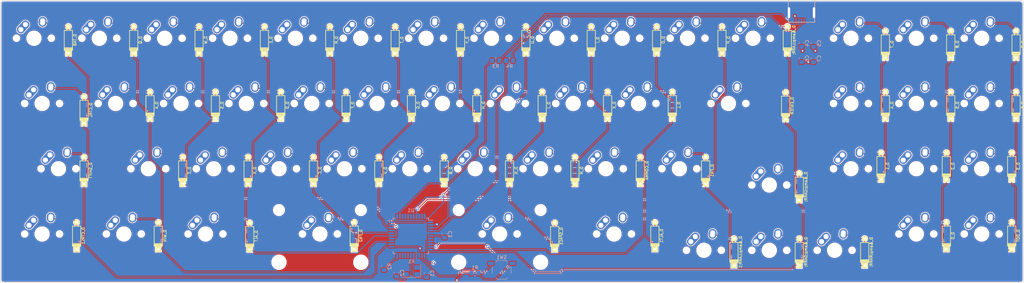
<source format=kicad_pcb>
(kicad_pcb (version 20171130) (host pcbnew "(5.0.0-3-g5ebb6b6)")
  (layers (0 F.Cu signal hide) (31 B.Cu signal hide) (34 B.Paste user) (35 F.Paste user) (36 B.SilkS user) (37 F.SilkS user) (38 B.Mask user) (39 F.Mask user) (44 Edge.Cuts user))
  (net 0 "")
  (net 1 GND)
  (net 2 VCC)
  (net 3 /col0)
  (net 4 /col1)
  (net 5 /col2)
  (net 6 /col3)
  (net 7 /col4)
  (net 8 /col5)
  (net 9 /col6)
  (net 10 /col7)
  (net 11 /col8)
  (net 12 /col9)
  (net 13 /col10)
  (net 14 /col11)
  (net 15 /col12)
  (net 16 /col13)
  (net 17 /col14)
  (net 18 /col15)
  (net 19 /row0)
  (net 20 /row1)
  (net 21 /row2)
  (net 22 /row3)
  (net 23 "Net-(K_TAB-Pad1)")
  (net 24 "Net-(D_TAB-Pad2)")
  (net 25 "Net-(K_Q-Pad1)")
  (net 26 "Net-(D_Q-Pad2)")
  (net 27 "Net-(K_W-Pad1)")
  (net 28 "Net-(D_W-Pad2)")
  (net 29 "Net-(K_E-Pad1)")
  (net 30 "Net-(D_E-Pad2)")
  (net 31 "Net-(K_R-Pad1)")
  (net 32 "Net-(D_R-Pad2)")
  (net 33 "Net-(K_T-Pad1)")
  (net 34 "Net-(D_T-Pad2)")
  (net 35 "Net-(K_Y-Pad1)")
  (net 36 "Net-(D_Y-Pad2)")
  (net 37 "Net-(K_U-Pad1)")
  (net 38 "Net-(D_U-Pad2)")
  (net 39 "Net-(K_I-Pad1)")
  (net 40 "Net-(D_I-Pad2)")
  (net 41 "Net-(K_O-Pad1)")
  (net 42 "Net-(D_O-Pad2)")
  (net 43 "Net-(K_P-Pad1)")
  (net 44 "Net-(D_P-Pad2)")
  (net 45 "Net-(K_&LARR;-Pad1)")
  (net 46 "Net-(D_&LARR;-Pad2)")
  (net 47 "Net-(K_7-Pad1)")
  (net 48 "Net-(D_7-Pad2)")
  (net 49 "Net-(K_8-Pad1)")
  (net 50 "Net-(D_8-Pad2)")
  (net 51 "Net-(K_9-Pad1)")
  (net 52 "Net-(D_9-Pad2)")
  (net 53 "Net-(K_CTRL-Pad1)")
  (net 54 "Net-(D_CTRL-Pad2)")
  (net 55 "Net-(K_A-Pad1)")
  (net 56 "Net-(D_A-Pad2)")
  (net 57 "Net-(K_S-Pad1)")
  (net 58 "Net-(D_S-Pad2)")
  (net 59 "Net-(K_D-Pad1)")
  (net 60 "Net-(D_D-Pad2)")
  (net 61 "Net-(K_F-Pad1)")
  (net 62 "Net-(D_F-Pad2)")
  (net 63 "Net-(K_G-Pad1)")
  (net 64 "Net-(D_G-Pad2)")
  (net 65 "Net-(K_H-Pad1)")
  (net 66 "Net-(D_H-Pad2)")
  (net 67 "Net-(K_J-Pad1)")
  (net 68 "Net-(D_J-Pad2)")
  (net 69 "Net-(K_K-Pad1)")
  (net 70 "Net-(D_K-Pad2)")
  (net 71 "Net-(K_L-Pad1)")
  (net 72 "Net-(D_L-Pad2)")
  (net 73 "Net-(K_ENTER-Pad1)")
  (net 74 "Net-(D_ENTER-Pad2)")
  (net 75 "Net-(K_4-Pad1)")
  (net 76 "Net-(D_4-Pad2)")
  (net 77 "Net-(K_5-Pad1)")
  (net 78 "Net-(D_5-Pad2)")
  (net 79 "Net-(K_6-Pad1)")
  (net 80 "Net-(D_6-Pad2)")
  (net 81 "Net-(K_SHIFT-Pad1)")
  (net 82 "Net-(D_SHIFT-Pad2)")
  (net 83 "Net-(K_Z-Pad1)")
  (net 84 "Net-(D_Z-Pad2)")
  (net 85 "Net-(K_X-Pad1)")
  (net 86 "Net-(D_X-Pad2)")
  (net 87 "Net-(K_C-Pad1)")
  (net 88 "Net-(D_C-Pad2)")
  (net 89 "Net-(K_V-Pad1)")
  (net 90 "Net-(D_V-Pad2)")
  (net 91 "Net-(K_B-Pad1)")
  (net 92 "Net-(D_B-Pad2)")
  (net 93 "Net-(K_N-Pad1)")
  (net 94 "Net-(D_N-Pad2)")
  (net 95 "Net-(K_M-Pad1)")
  (net 96 "Net-(D_M-Pad2)")
  (net 97 "Net-(K_COMMA-Pad1)")
  (net 98 "Net-(D_COMMA-Pad2)")
  (net 99 "Net-(K_FN1-Pad1)")
  (net 100 "Net-(D_FN1-Pad2)")
  (net 101 "Net-(K_&UARR;-Pad1)")
  (net 102 "Net-(D_&UARR;-Pad2)")
  (net 103 "Net-(K_1-Pad1)")
  (net 104 "Net-(D_1-Pad2)")
  (net 105 "Net-(K_2-Pad1)")
  (net 106 "Net-(D_2-Pad2)")
  (net 107 "Net-(K_3-Pad1)")
  (net 108 "Net-(D_3-Pad2)")
  (net 109 "Net-(K_CTRL1-Pad1)")
  (net 110 "Net-(D_CTRL1-Pad2)")
  (net 111 "Net-(K_WIN-Pad1)")
  (net 112 "Net-(D_WIN-Pad2)")
  (net 113 "Net-(K_ALT-Pad1)")
  (net 114 "Net-(D_ALT-Pad2)")
  (net 115 "Net-(K_FN2-Pad1)")
  (net 116 "Net-(D_FN2-Pad2)")
  (net 117 "Net-(K_SPACE-Pad1)")
  (net 118 "Net-(D_SPACE-Pad2)")
  (net 119 "Net-(K_ALT1-Pad1)")
  (net 120 "Net-(D_ALT1-Pad2)")
  (net 121 "Net-(K_&LARR;1-Pad1)")
  (net 122 "Net-(D_&LARR;1-Pad2)")
  (net 123 "Net-(K_&DARR;-Pad1)")
  (net 124 "Net-(D_&DARR;-Pad2)")
  (net 125 "Net-(K_&RARR;-Pad1)")
  (net 126 "Net-(D_&RARR;-Pad2)")
  (net 127 "Net-(K_0-Pad1)")
  (net 128 "Net-(D_0-Pad2)")
  (net 129 "Net-(K_DOT-Pad1)")
  (net 130 "Net-(D_DOT-Pad2)")
  (net 131 "Net-(C1-Pad1)")
  (net 132 "Net-(C2-Pad1)")
  (net 133 "Net-(X1-Pad4)")
  (net 134 "Net-(R1-Pad1)")
  (net 135 "Net-(R2-Pad1)")
  (net 136 "Net-(R3-Pad1)")
  (net 137 "Net-(R4-Pad1)")
  (net 138 "Net-(USB1-Pad2)")
  (net 139 "Net-(USB1-Pad3)")
  (net 140 "Net-(USB1-Pad4)")
  (net 141 "Net-(C3-Pad1)")
  (net 142 "Net-(U1-Pad1)")
  (net 143 "Net-(U1-Pad7)")
  (net 144 "Net-(U1-Pad34)")
  (net 145 "Net-(U1-Pad36)")
  (net 146 "Net-(U1-Pad37)")
  (net 147 "Net-(U1-Pad38)")
  (net 148 "Net-(U1-Pad39)")
  (net 149 "Net-(U1-Pad42)")
  (net 150 "Net-(U1-Pad43)")
  (net 151 "Net-(U1-Pad44)")
  (module MX_Alps_Hybrid:MX-1U-NoLED (layer F.Cu) (at 109.795 116.065)
    (fp_text reference K_TAB)
    (fp_text value KEYSW)
    (pad 1 thru_hole circle (at -2.5 -4) (size 2.25 2.25) (drill 1.47) (layers *.Cu B.Mask) (net 23 "Net-(K_TAB-Pad1)"))
    (pad 1 thru_hole oval (at -3.81 -2.54 48.0996) (size 4.211556 2.25) (drill 1.47 (offset 0.980778 0)) (layers *.Cu B.Mask) (net 23 "Net-(K_TAB-Pad1)"))
    (pad 2 thru_hole oval (at 2.5 -4.5 86.0548) (size 2.831378 2.25) (drill 1.47 (offset 0.290689 0)) (layers *.Cu B.Mask) (net 24 "Net-(D_TAB-Pad2)"))
    (pad 2 thru_hole circle (at 2.54 -5.08) (size 2.25 2.25) (drill 1.47) (layers *.Cu B.Mask) (net 24 "Net-(D_TAB-Pad2)"))
    (pad "" np_thru_hole circle (at 0 0) (size 3.9878 3.9878) (drill 3.9878) (layers *.Cu *.Mask))
    (pad "" np_thru_hole circle (at -5.08 0 48.0996) (size 1.75 1.75) (drill 1.75) (layers *.Cu *.Mask))
    (pad "" np_thru_hole circle (at 5.08 0 48.0996) (size 1.75 1.75) (drill 1.75) (layers *.Cu *.Mask))
  )
  (module keyboard_parts:D_SOD123_axial (layer F.Cu) (at 119.82 116.565 90)
    (fp_text reference D_TAB (at 0 1.925 90) (layer F.SilkS) (effects (font (size 0.8 0.8)) (justify mirror)))
    (fp_text value D hide)
    (pad 1 smd rect (at -2.7 0 90) (size 2.5 0.5) (layers F.Cu) (net 3 /col0))
    (pad 1 smd rect (at -1.575 0 90) (size 1.2 1.2) (layers F.Cu F.Paste F.Mask) (net 3 /col0))
    (pad 1 thru_hole rect (at -3.9 0 90) (size 1.6 1.6) (drill 0.7) (layers *.Cu *.Mask F.SilkS) (net 3 /col0))
    (pad 2 smd rect (at 1.575 0 90) (size 1.2 1.2) (layers F.Cu F.Paste F.Mask) (net 24 "Net-(D_TAB-Pad2)"))
    (pad 2 smd rect (at 2.7 0 90) (size 2.5 0.5) (layers F.Cu) (net 24 "Net-(D_TAB-Pad2)"))
    (pad 2 thru_hole circle (at 3.9 0 90) (size 1.6 1.6) (drill 0.7) (layers *.Cu *.Mask F.SilkS) (net 24 "Net-(D_TAB-Pad2)"))
  )
  (module MX_Alps_Hybrid:MX-1U-NoLED (layer F.Cu) (at 128.845 116.065)
    (fp_text reference K_Q)
    (fp_text value KEYSW)
    (pad 1 thru_hole circle (at -2.5 -4) (size 2.25 2.25) (drill 1.47) (layers *.Cu B.Mask) (net 25 "Net-(K_Q-Pad1)"))
    (pad 1 thru_hole oval (at -3.81 -2.54 48.0996) (size 4.211556 2.25) (drill 1.47 (offset 0.980778 0)) (layers *.Cu B.Mask) (net 25 "Net-(K_Q-Pad1)"))
    (pad 2 thru_hole oval (at 2.5 -4.5 86.0548) (size 2.831378 2.25) (drill 1.47 (offset 0.290689 0)) (layers *.Cu B.Mask) (net 26 "Net-(D_Q-Pad2)"))
    (pad 2 thru_hole circle (at 2.54 -5.08) (size 2.25 2.25) (drill 1.47) (layers *.Cu B.Mask) (net 26 "Net-(D_Q-Pad2)"))
    (pad "" np_thru_hole circle (at 0 0) (size 3.9878 3.9878) (drill 3.9878) (layers *.Cu *.Mask))
    (pad "" np_thru_hole circle (at -5.08 0 48.0996) (size 1.75 1.75) (drill 1.75) (layers *.Cu *.Mask))
    (pad "" np_thru_hole circle (at 5.08 0 48.0996) (size 1.75 1.75) (drill 1.75) (layers *.Cu *.Mask))
  )
  (module keyboard_parts:D_SOD123_axial (layer F.Cu) (at 138.87 116.565 90)
    (fp_text reference D_Q (at 0 1.925 90) (layer F.SilkS) (effects (font (size 0.8 0.8)) (justify mirror)))
    (fp_text value D hide)
    (pad 1 smd rect (at -2.7 0 90) (size 2.5 0.5) (layers F.Cu) (net 4 /col1))
    (pad 1 smd rect (at -1.575 0 90) (size 1.2 1.2) (layers F.Cu F.Paste F.Mask) (net 4 /col1))
    (pad 1 thru_hole rect (at -3.9 0 90) (size 1.6 1.6) (drill 0.7) (layers *.Cu *.Mask F.SilkS) (net 4 /col1))
    (pad 2 smd rect (at 1.575 0 90) (size 1.2 1.2) (layers F.Cu F.Paste F.Mask) (net 26 "Net-(D_Q-Pad2)"))
    (pad 2 smd rect (at 2.7 0 90) (size 2.5 0.5) (layers F.Cu) (net 26 "Net-(D_Q-Pad2)"))
    (pad 2 thru_hole circle (at 3.9 0 90) (size 1.6 1.6) (drill 0.7) (layers *.Cu *.Mask F.SilkS) (net 26 "Net-(D_Q-Pad2)"))
  )
  (module MX_Alps_Hybrid:MX-1U-NoLED (layer F.Cu) (at 147.895 116.065)
    (fp_text reference K_W)
    (fp_text value KEYSW)
    (pad 1 thru_hole circle (at -2.5 -4) (size 2.25 2.25) (drill 1.47) (layers *.Cu B.Mask) (net 27 "Net-(K_W-Pad1)"))
    (pad 1 thru_hole oval (at -3.81 -2.54 48.0996) (size 4.211556 2.25) (drill 1.47 (offset 0.980778 0)) (layers *.Cu B.Mask) (net 27 "Net-(K_W-Pad1)"))
    (pad 2 thru_hole oval (at 2.5 -4.5 86.0548) (size 2.831378 2.25) (drill 1.47 (offset 0.290689 0)) (layers *.Cu B.Mask) (net 28 "Net-(D_W-Pad2)"))
    (pad 2 thru_hole circle (at 2.54 -5.08) (size 2.25 2.25) (drill 1.47) (layers *.Cu B.Mask) (net 28 "Net-(D_W-Pad2)"))
    (pad "" np_thru_hole circle (at 0 0) (size 3.9878 3.9878) (drill 3.9878) (layers *.Cu *.Mask))
    (pad "" np_thru_hole circle (at -5.08 0 48.0996) (size 1.75 1.75) (drill 1.75) (layers *.Cu *.Mask))
    (pad "" np_thru_hole circle (at 5.08 0 48.0996) (size 1.75 1.75) (drill 1.75) (layers *.Cu *.Mask))
  )
  (module keyboard_parts:D_SOD123_axial (layer F.Cu) (at 157.92 116.565 90)
    (fp_text reference D_W (at 0 1.925 90) (layer F.SilkS) (effects (font (size 0.8 0.8)) (justify mirror)))
    (fp_text value D hide)
    (pad 1 smd rect (at -2.7 0 90) (size 2.5 0.5) (layers F.Cu) (net 5 /col2))
    (pad 1 smd rect (at -1.575 0 90) (size 1.2 1.2) (layers F.Cu F.Paste F.Mask) (net 5 /col2))
    (pad 1 thru_hole rect (at -3.9 0 90) (size 1.6 1.6) (drill 0.7) (layers *.Cu *.Mask F.SilkS) (net 5 /col2))
    (pad 2 smd rect (at 1.575 0 90) (size 1.2 1.2) (layers F.Cu F.Paste F.Mask) (net 28 "Net-(D_W-Pad2)"))
    (pad 2 smd rect (at 2.7 0 90) (size 2.5 0.5) (layers F.Cu) (net 28 "Net-(D_W-Pad2)"))
    (pad 2 thru_hole circle (at 3.9 0 90) (size 1.6 1.6) (drill 0.7) (layers *.Cu *.Mask F.SilkS) (net 28 "Net-(D_W-Pad2)"))
  )
  (module MX_Alps_Hybrid:MX-1U-NoLED (layer F.Cu) (at 166.945 116.065)
    (fp_text reference K_E)
    (fp_text value KEYSW)
    (pad 1 thru_hole circle (at -2.5 -4) (size 2.25 2.25) (drill 1.47) (layers *.Cu B.Mask) (net 29 "Net-(K_E-Pad1)"))
    (pad 1 thru_hole oval (at -3.81 -2.54 48.0996) (size 4.211556 2.25) (drill 1.47 (offset 0.980778 0)) (layers *.Cu B.Mask) (net 29 "Net-(K_E-Pad1)"))
    (pad 2 thru_hole oval (at 2.5 -4.5 86.0548) (size 2.831378 2.25) (drill 1.47 (offset 0.290689 0)) (layers *.Cu B.Mask) (net 30 "Net-(D_E-Pad2)"))
    (pad 2 thru_hole circle (at 2.54 -5.08) (size 2.25 2.25) (drill 1.47) (layers *.Cu B.Mask) (net 30 "Net-(D_E-Pad2)"))
    (pad "" np_thru_hole circle (at 0 0) (size 3.9878 3.9878) (drill 3.9878) (layers *.Cu *.Mask))
    (pad "" np_thru_hole circle (at -5.08 0 48.0996) (size 1.75 1.75) (drill 1.75) (layers *.Cu *.Mask))
    (pad "" np_thru_hole circle (at 5.08 0 48.0996) (size 1.75 1.75) (drill 1.75) (layers *.Cu *.Mask))
  )
  (module keyboard_parts:D_SOD123_axial (layer F.Cu) (at 176.97 116.565 90)
    (fp_text reference D_E (at 0 1.925 90) (layer F.SilkS) (effects (font (size 0.8 0.8)) (justify mirror)))
    (fp_text value D hide)
    (pad 1 smd rect (at -2.7 0 90) (size 2.5 0.5) (layers F.Cu) (net 6 /col3))
    (pad 1 smd rect (at -1.575 0 90) (size 1.2 1.2) (layers F.Cu F.Paste F.Mask) (net 6 /col3))
    (pad 1 thru_hole rect (at -3.9 0 90) (size 1.6 1.6) (drill 0.7) (layers *.Cu *.Mask F.SilkS) (net 6 /col3))
    (pad 2 smd rect (at 1.575 0 90) (size 1.2 1.2) (layers F.Cu F.Paste F.Mask) (net 30 "Net-(D_E-Pad2)"))
    (pad 2 smd rect (at 2.7 0 90) (size 2.5 0.5) (layers F.Cu) (net 30 "Net-(D_E-Pad2)"))
    (pad 2 thru_hole circle (at 3.9 0 90) (size 1.6 1.6) (drill 0.7) (layers *.Cu *.Mask F.SilkS) (net 30 "Net-(D_E-Pad2)"))
  )
  (module MX_Alps_Hybrid:MX-1U-NoLED (layer F.Cu) (at 185.995 116.065)
    (fp_text reference K_R)
    (fp_text value KEYSW)
    (pad 1 thru_hole circle (at -2.5 -4) (size 2.25 2.25) (drill 1.47) (layers *.Cu B.Mask) (net 31 "Net-(K_R-Pad1)"))
    (pad 1 thru_hole oval (at -3.81 -2.54 48.0996) (size 4.211556 2.25) (drill 1.47 (offset 0.980778 0)) (layers *.Cu B.Mask) (net 31 "Net-(K_R-Pad1)"))
    (pad 2 thru_hole oval (at 2.5 -4.5 86.0548) (size 2.831378 2.25) (drill 1.47 (offset 0.290689 0)) (layers *.Cu B.Mask) (net 32 "Net-(D_R-Pad2)"))
    (pad 2 thru_hole circle (at 2.54 -5.08) (size 2.25 2.25) (drill 1.47) (layers *.Cu B.Mask) (net 32 "Net-(D_R-Pad2)"))
    (pad "" np_thru_hole circle (at 0 0) (size 3.9878 3.9878) (drill 3.9878) (layers *.Cu *.Mask))
    (pad "" np_thru_hole circle (at -5.08 0 48.0996) (size 1.75 1.75) (drill 1.75) (layers *.Cu *.Mask))
    (pad "" np_thru_hole circle (at 5.08 0 48.0996) (size 1.75 1.75) (drill 1.75) (layers *.Cu *.Mask))
  )
  (module keyboard_parts:D_SOD123_axial (layer F.Cu) (at 196.02 116.565 90)
    (fp_text reference D_R (at 0 1.925 90) (layer F.SilkS) (effects (font (size 0.8 0.8)) (justify mirror)))
    (fp_text value D hide)
    (pad 1 smd rect (at -2.7 0 90) (size 2.5 0.5) (layers F.Cu) (net 7 /col4))
    (pad 1 smd rect (at -1.575 0 90) (size 1.2 1.2) (layers F.Cu F.Paste F.Mask) (net 7 /col4))
    (pad 1 thru_hole rect (at -3.9 0 90) (size 1.6 1.6) (drill 0.7) (layers *.Cu *.Mask F.SilkS) (net 7 /col4))
    (pad 2 smd rect (at 1.575 0 90) (size 1.2 1.2) (layers F.Cu F.Paste F.Mask) (net 32 "Net-(D_R-Pad2)"))
    (pad 2 smd rect (at 2.7 0 90) (size 2.5 0.5) (layers F.Cu) (net 32 "Net-(D_R-Pad2)"))
    (pad 2 thru_hole circle (at 3.9 0 90) (size 1.6 1.6) (drill 0.7) (layers *.Cu *.Mask F.SilkS) (net 32 "Net-(D_R-Pad2)"))
  )
  (module MX_Alps_Hybrid:MX-1U-NoLED (layer F.Cu) (at 205.045 116.065)
    (fp_text reference K_T)
    (fp_text value KEYSW)
    (pad 1 thru_hole circle (at -2.5 -4) (size 2.25 2.25) (drill 1.47) (layers *.Cu B.Mask) (net 33 "Net-(K_T-Pad1)"))
    (pad 1 thru_hole oval (at -3.81 -2.54 48.0996) (size 4.211556 2.25) (drill 1.47 (offset 0.980778 0)) (layers *.Cu B.Mask) (net 33 "Net-(K_T-Pad1)"))
    (pad 2 thru_hole oval (at 2.5 -4.5 86.0548) (size 2.831378 2.25) (drill 1.47 (offset 0.290689 0)) (layers *.Cu B.Mask) (net 34 "Net-(D_T-Pad2)"))
    (pad 2 thru_hole circle (at 2.54 -5.08) (size 2.25 2.25) (drill 1.47) (layers *.Cu B.Mask) (net 34 "Net-(D_T-Pad2)"))
    (pad "" np_thru_hole circle (at 0 0) (size 3.9878 3.9878) (drill 3.9878) (layers *.Cu *.Mask))
    (pad "" np_thru_hole circle (at -5.08 0 48.0996) (size 1.75 1.75) (drill 1.75) (layers *.Cu *.Mask))
    (pad "" np_thru_hole circle (at 5.08 0 48.0996) (size 1.75 1.75) (drill 1.75) (layers *.Cu *.Mask))
  )
  (module keyboard_parts:D_SOD123_axial (layer F.Cu) (at 215.07 116.565 90)
    (fp_text reference D_T (at 0 1.925 90) (layer F.SilkS) (effects (font (size 0.8 0.8)) (justify mirror)))
    (fp_text value D hide)
    (pad 1 smd rect (at -2.7 0 90) (size 2.5 0.5) (layers F.Cu) (net 8 /col5))
    (pad 1 smd rect (at -1.575 0 90) (size 1.2 1.2) (layers F.Cu F.Paste F.Mask) (net 8 /col5))
    (pad 1 thru_hole rect (at -3.9 0 90) (size 1.6 1.6) (drill 0.7) (layers *.Cu *.Mask F.SilkS) (net 8 /col5))
    (pad 2 smd rect (at 1.575 0 90) (size 1.2 1.2) (layers F.Cu F.Paste F.Mask) (net 34 "Net-(D_T-Pad2)"))
    (pad 2 smd rect (at 2.7 0 90) (size 2.5 0.5) (layers F.Cu) (net 34 "Net-(D_T-Pad2)"))
    (pad 2 thru_hole circle (at 3.9 0 90) (size 1.6 1.6) (drill 0.7) (layers *.Cu *.Mask F.SilkS) (net 34 "Net-(D_T-Pad2)"))
  )
  (module MX_Alps_Hybrid:MX-1U-NoLED (layer F.Cu) (at 224.095 116.065)
    (fp_text reference K_Y)
    (fp_text value KEYSW)
    (pad 1 thru_hole circle (at -2.5 -4) (size 2.25 2.25) (drill 1.47) (layers *.Cu B.Mask) (net 35 "Net-(K_Y-Pad1)"))
    (pad 1 thru_hole oval (at -3.81 -2.54 48.0996) (size 4.211556 2.25) (drill 1.47 (offset 0.980778 0)) (layers *.Cu B.Mask) (net 35 "Net-(K_Y-Pad1)"))
    (pad 2 thru_hole oval (at 2.5 -4.5 86.0548) (size 2.831378 2.25) (drill 1.47 (offset 0.290689 0)) (layers *.Cu B.Mask) (net 36 "Net-(D_Y-Pad2)"))
    (pad 2 thru_hole circle (at 2.54 -5.08) (size 2.25 2.25) (drill 1.47) (layers *.Cu B.Mask) (net 36 "Net-(D_Y-Pad2)"))
    (pad "" np_thru_hole circle (at 0 0) (size 3.9878 3.9878) (drill 3.9878) (layers *.Cu *.Mask))
    (pad "" np_thru_hole circle (at -5.08 0 48.0996) (size 1.75 1.75) (drill 1.75) (layers *.Cu *.Mask))
    (pad "" np_thru_hole circle (at 5.08 0 48.0996) (size 1.75 1.75) (drill 1.75) (layers *.Cu *.Mask))
  )
  (module keyboard_parts:D_SOD123_axial (layer F.Cu) (at 234.12 116.565 90)
    (fp_text reference D_Y (at 0 1.925 90) (layer F.SilkS) (effects (font (size 0.8 0.8)) (justify mirror)))
    (fp_text value D hide)
    (pad 1 smd rect (at -2.7 0 90) (size 2.5 0.5) (layers F.Cu) (net 9 /col6))
    (pad 1 smd rect (at -1.575 0 90) (size 1.2 1.2) (layers F.Cu F.Paste F.Mask) (net 9 /col6))
    (pad 1 thru_hole rect (at -3.9 0 90) (size 1.6 1.6) (drill 0.7) (layers *.Cu *.Mask F.SilkS) (net 9 /col6))
    (pad 2 smd rect (at 1.575 0 90) (size 1.2 1.2) (layers F.Cu F.Paste F.Mask) (net 36 "Net-(D_Y-Pad2)"))
    (pad 2 smd rect (at 2.7 0 90) (size 2.5 0.5) (layers F.Cu) (net 36 "Net-(D_Y-Pad2)"))
    (pad 2 thru_hole circle (at 3.9 0 90) (size 1.6 1.6) (drill 0.7) (layers *.Cu *.Mask F.SilkS) (net 36 "Net-(D_Y-Pad2)"))
  )
  (module MX_Alps_Hybrid:MX-1U-NoLED (layer F.Cu) (at 243.145 116.065)
    (fp_text reference K_U)
    (fp_text value KEYSW)
    (pad 1 thru_hole circle (at -2.5 -4) (size 2.25 2.25) (drill 1.47) (layers *.Cu B.Mask) (net 37 "Net-(K_U-Pad1)"))
    (pad 1 thru_hole oval (at -3.81 -2.54 48.0996) (size 4.211556 2.25) (drill 1.47 (offset 0.980778 0)) (layers *.Cu B.Mask) (net 37 "Net-(K_U-Pad1)"))
    (pad 2 thru_hole oval (at 2.5 -4.5 86.0548) (size 2.831378 2.25) (drill 1.47 (offset 0.290689 0)) (layers *.Cu B.Mask) (net 38 "Net-(D_U-Pad2)"))
    (pad 2 thru_hole circle (at 2.54 -5.08) (size 2.25 2.25) (drill 1.47) (layers *.Cu B.Mask) (net 38 "Net-(D_U-Pad2)"))
    (pad "" np_thru_hole circle (at 0 0) (size 3.9878 3.9878) (drill 3.9878) (layers *.Cu *.Mask))
    (pad "" np_thru_hole circle (at -5.08 0 48.0996) (size 1.75 1.75) (drill 1.75) (layers *.Cu *.Mask))
    (pad "" np_thru_hole circle (at 5.08 0 48.0996) (size 1.75 1.75) (drill 1.75) (layers *.Cu *.Mask))
  )
  (module keyboard_parts:D_SOD123_axial (layer F.Cu) (at 253.17 116.565 90)
    (fp_text reference D_U (at 0 1.925 90) (layer F.SilkS) (effects (font (size 0.8 0.8)) (justify mirror)))
    (fp_text value D hide)
    (pad 1 smd rect (at -2.7 0 90) (size 2.5 0.5) (layers F.Cu) (net 10 /col7))
    (pad 1 smd rect (at -1.575 0 90) (size 1.2 1.2) (layers F.Cu F.Paste F.Mask) (net 10 /col7))
    (pad 1 thru_hole rect (at -3.9 0 90) (size 1.6 1.6) (drill 0.7) (layers *.Cu *.Mask F.SilkS) (net 10 /col7))
    (pad 2 smd rect (at 1.575 0 90) (size 1.2 1.2) (layers F.Cu F.Paste F.Mask) (net 38 "Net-(D_U-Pad2)"))
    (pad 2 smd rect (at 2.7 0 90) (size 2.5 0.5) (layers F.Cu) (net 38 "Net-(D_U-Pad2)"))
    (pad 2 thru_hole circle (at 3.9 0 90) (size 1.6 1.6) (drill 0.7) (layers *.Cu *.Mask F.SilkS) (net 38 "Net-(D_U-Pad2)"))
  )
  (module MX_Alps_Hybrid:MX-1U-NoLED (layer F.Cu) (at 262.195 116.065)
    (fp_text reference K_I)
    (fp_text value KEYSW)
    (pad 1 thru_hole circle (at -2.5 -4) (size 2.25 2.25) (drill 1.47) (layers *.Cu B.Mask) (net 39 "Net-(K_I-Pad1)"))
    (pad 1 thru_hole oval (at -3.81 -2.54 48.0996) (size 4.211556 2.25) (drill 1.47 (offset 0.980778 0)) (layers *.Cu B.Mask) (net 39 "Net-(K_I-Pad1)"))
    (pad 2 thru_hole oval (at 2.5 -4.5 86.0548) (size 2.831378 2.25) (drill 1.47 (offset 0.290689 0)) (layers *.Cu B.Mask) (net 40 "Net-(D_I-Pad2)"))
    (pad 2 thru_hole circle (at 2.54 -5.08) (size 2.25 2.25) (drill 1.47) (layers *.Cu B.Mask) (net 40 "Net-(D_I-Pad2)"))
    (pad "" np_thru_hole circle (at 0 0) (size 3.9878 3.9878) (drill 3.9878) (layers *.Cu *.Mask))
    (pad "" np_thru_hole circle (at -5.08 0 48.0996) (size 1.75 1.75) (drill 1.75) (layers *.Cu *.Mask))
    (pad "" np_thru_hole circle (at 5.08 0 48.0996) (size 1.75 1.75) (drill 1.75) (layers *.Cu *.Mask))
  )
  (module keyboard_parts:D_SOD123_axial (layer F.Cu) (at 272.22 116.565 90)
    (fp_text reference D_I (at 0 1.925 90) (layer F.SilkS) (effects (font (size 0.8 0.8)) (justify mirror)))
    (fp_text value D hide)
    (pad 1 smd rect (at -2.7 0 90) (size 2.5 0.5) (layers F.Cu) (net 11 /col8))
    (pad 1 smd rect (at -1.575 0 90) (size 1.2 1.2) (layers F.Cu F.Paste F.Mask) (net 11 /col8))
    (pad 1 thru_hole rect (at -3.9 0 90) (size 1.6 1.6) (drill 0.7) (layers *.Cu *.Mask F.SilkS) (net 11 /col8))
    (pad 2 smd rect (at 1.575 0 90) (size 1.2 1.2) (layers F.Cu F.Paste F.Mask) (net 40 "Net-(D_I-Pad2)"))
    (pad 2 smd rect (at 2.7 0 90) (size 2.5 0.5) (layers F.Cu) (net 40 "Net-(D_I-Pad2)"))
    (pad 2 thru_hole circle (at 3.9 0 90) (size 1.6 1.6) (drill 0.7) (layers *.Cu *.Mask F.SilkS) (net 40 "Net-(D_I-Pad2)"))
  )
  (module MX_Alps_Hybrid:MX-1U-NoLED (layer F.Cu) (at 281.245 116.065)
    (fp_text reference K_O)
    (fp_text value KEYSW)
    (pad 1 thru_hole circle (at -2.5 -4) (size 2.25 2.25) (drill 1.47) (layers *.Cu B.Mask) (net 41 "Net-(K_O-Pad1)"))
    (pad 1 thru_hole oval (at -3.81 -2.54 48.0996) (size 4.211556 2.25) (drill 1.47 (offset 0.980778 0)) (layers *.Cu B.Mask) (net 41 "Net-(K_O-Pad1)"))
    (pad 2 thru_hole oval (at 2.5 -4.5 86.0548) (size 2.831378 2.25) (drill 1.47 (offset 0.290689 0)) (layers *.Cu B.Mask) (net 42 "Net-(D_O-Pad2)"))
    (pad 2 thru_hole circle (at 2.54 -5.08) (size 2.25 2.25) (drill 1.47) (layers *.Cu B.Mask) (net 42 "Net-(D_O-Pad2)"))
    (pad "" np_thru_hole circle (at 0 0) (size 3.9878 3.9878) (drill 3.9878) (layers *.Cu *.Mask))
    (pad "" np_thru_hole circle (at -5.08 0 48.0996) (size 1.75 1.75) (drill 1.75) (layers *.Cu *.Mask))
    (pad "" np_thru_hole circle (at 5.08 0 48.0996) (size 1.75 1.75) (drill 1.75) (layers *.Cu *.Mask))
  )
  (module keyboard_parts:D_SOD123_axial (layer F.Cu) (at 291.27 116.565 90)
    (fp_text reference D_O (at 0 1.925 90) (layer F.SilkS) (effects (font (size 0.8 0.8)) (justify mirror)))
    (fp_text value D hide)
    (pad 1 smd rect (at -2.7 0 90) (size 2.5 0.5) (layers F.Cu) (net 12 /col9))
    (pad 1 smd rect (at -1.575 0 90) (size 1.2 1.2) (layers F.Cu F.Paste F.Mask) (net 12 /col9))
    (pad 1 thru_hole rect (at -3.9 0 90) (size 1.6 1.6) (drill 0.7) (layers *.Cu *.Mask F.SilkS) (net 12 /col9))
    (pad 2 smd rect (at 1.575 0 90) (size 1.2 1.2) (layers F.Cu F.Paste F.Mask) (net 42 "Net-(D_O-Pad2)"))
    (pad 2 smd rect (at 2.7 0 90) (size 2.5 0.5) (layers F.Cu) (net 42 "Net-(D_O-Pad2)"))
    (pad 2 thru_hole circle (at 3.9 0 90) (size 1.6 1.6) (drill 0.7) (layers *.Cu *.Mask F.SilkS) (net 42 "Net-(D_O-Pad2)"))
  )
  (module MX_Alps_Hybrid:MX-1U-NoLED (layer F.Cu) (at 300.295 116.065)
    (fp_text reference K_P)
    (fp_text value KEYSW)
    (pad 1 thru_hole circle (at -2.5 -4) (size 2.25 2.25) (drill 1.47) (layers *.Cu B.Mask) (net 43 "Net-(K_P-Pad1)"))
    (pad 1 thru_hole oval (at -3.81 -2.54 48.0996) (size 4.211556 2.25) (drill 1.47 (offset 0.980778 0)) (layers *.Cu B.Mask) (net 43 "Net-(K_P-Pad1)"))
    (pad 2 thru_hole oval (at 2.5 -4.5 86.0548) (size 2.831378 2.25) (drill 1.47 (offset 0.290689 0)) (layers *.Cu B.Mask) (net 44 "Net-(D_P-Pad2)"))
    (pad 2 thru_hole circle (at 2.54 -5.08) (size 2.25 2.25) (drill 1.47) (layers *.Cu B.Mask) (net 44 "Net-(D_P-Pad2)"))
    (pad "" np_thru_hole circle (at 0 0) (size 3.9878 3.9878) (drill 3.9878) (layers *.Cu *.Mask))
    (pad "" np_thru_hole circle (at -5.08 0 48.0996) (size 1.75 1.75) (drill 1.75) (layers *.Cu *.Mask))
    (pad "" np_thru_hole circle (at 5.08 0 48.0996) (size 1.75 1.75) (drill 1.75) (layers *.Cu *.Mask))
  )
  (module keyboard_parts:D_SOD123_axial (layer F.Cu) (at 310.32 116.565 90)
    (fp_text reference D_P (at 0 1.925 90) (layer F.SilkS) (effects (font (size 0.8 0.8)) (justify mirror)))
    (fp_text value D hide)
    (pad 1 smd rect (at -2.7 0 90) (size 2.5 0.5) (layers F.Cu) (net 13 /col10))
    (pad 1 smd rect (at -1.575 0 90) (size 1.2 1.2) (layers F.Cu F.Paste F.Mask) (net 13 /col10))
    (pad 1 thru_hole rect (at -3.9 0 90) (size 1.6 1.6) (drill 0.7) (layers *.Cu *.Mask F.SilkS) (net 13 /col10))
    (pad 2 smd rect (at 1.575 0 90) (size 1.2 1.2) (layers F.Cu F.Paste F.Mask) (net 44 "Net-(D_P-Pad2)"))
    (pad 2 smd rect (at 2.7 0 90) (size 2.5 0.5) (layers F.Cu) (net 44 "Net-(D_P-Pad2)"))
    (pad 2 thru_hole circle (at 3.9 0 90) (size 1.6 1.6) (drill 0.7) (layers *.Cu *.Mask F.SilkS) (net 44 "Net-(D_P-Pad2)"))
  )
  (module MX_Alps_Hybrid:MX-1U-NoLED (layer F.Cu) (at 319.345 116.065)
    (fp_text reference K_&amp;LARR;)
    (fp_text value KEYSW)
    (pad 1 thru_hole circle (at -2.5 -4) (size 2.25 2.25) (drill 1.47) (layers *.Cu B.Mask) (net 45 "Net-(K_&LARR;-Pad1)"))
    (pad 1 thru_hole oval (at -3.81 -2.54 48.0996) (size 4.211556 2.25) (drill 1.47 (offset 0.980778 0)) (layers *.Cu B.Mask) (net 45 "Net-(K_&LARR;-Pad1)"))
    (pad 2 thru_hole oval (at 2.5 -4.5 86.0548) (size 2.831378 2.25) (drill 1.47 (offset 0.290689 0)) (layers *.Cu B.Mask) (net 46 "Net-(D_&LARR;-Pad2)"))
    (pad 2 thru_hole circle (at 2.54 -5.08) (size 2.25 2.25) (drill 1.47) (layers *.Cu B.Mask) (net 46 "Net-(D_&LARR;-Pad2)"))
    (pad "" np_thru_hole circle (at 0 0) (size 3.9878 3.9878) (drill 3.9878) (layers *.Cu *.Mask))
    (pad "" np_thru_hole circle (at -5.08 0 48.0996) (size 1.75 1.75) (drill 1.75) (layers *.Cu *.Mask))
    (pad "" np_thru_hole circle (at 5.08 0 48.0996) (size 1.75 1.75) (drill 1.75) (layers *.Cu *.Mask))
  )
  (module keyboard_parts:D_SOD123_axial (layer F.Cu) (at 329.37 116.565 90)
    (fp_text reference D_&amp;LARR; (at 0 1.925 90) (layer F.SilkS) (effects (font (size 0.8 0.8)) (justify mirror)))
    (fp_text value D hide)
    (pad 1 smd rect (at -2.7 0 90) (size 2.5 0.5) (layers F.Cu) (net 14 /col11))
    (pad 1 smd rect (at -1.575 0 90) (size 1.2 1.2) (layers F.Cu F.Paste F.Mask) (net 14 /col11))
    (pad 1 thru_hole rect (at -3.9 0 90) (size 1.6 1.6) (drill 0.7) (layers *.Cu *.Mask F.SilkS) (net 14 /col11))
    (pad 2 smd rect (at 1.575 0 90) (size 1.2 1.2) (layers F.Cu F.Paste F.Mask) (net 46 "Net-(D_&LARR;-Pad2)"))
    (pad 2 smd rect (at 2.7 0 90) (size 2.5 0.5) (layers F.Cu) (net 46 "Net-(D_&LARR;-Pad2)"))
    (pad 2 thru_hole circle (at 3.9 0 90) (size 1.6 1.6) (drill 0.7) (layers *.Cu *.Mask F.SilkS) (net 46 "Net-(D_&LARR;-Pad2)"))
  )
  (module MX_Alps_Hybrid:MX-1U-NoLED (layer F.Cu) (at 347.92 116.065)
    (fp_text reference K_7)
    (fp_text value KEYSW)
    (pad 1 thru_hole circle (at -2.5 -4) (size 2.25 2.25) (drill 1.47) (layers *.Cu B.Mask) (net 47 "Net-(K_7-Pad1)"))
    (pad 1 thru_hole oval (at -3.81 -2.54 48.0996) (size 4.211556 2.25) (drill 1.47 (offset 0.980778 0)) (layers *.Cu B.Mask) (net 47 "Net-(K_7-Pad1)"))
    (pad 2 thru_hole oval (at 2.5 -4.5 86.0548) (size 2.831378 2.25) (drill 1.47 (offset 0.290689 0)) (layers *.Cu B.Mask) (net 48 "Net-(D_7-Pad2)"))
    (pad 2 thru_hole circle (at 2.54 -5.08) (size 2.25 2.25) (drill 1.47) (layers *.Cu B.Mask) (net 48 "Net-(D_7-Pad2)"))
    (pad "" np_thru_hole circle (at 0 0) (size 3.9878 3.9878) (drill 3.9878) (layers *.Cu *.Mask))
    (pad "" np_thru_hole circle (at -5.08 0 48.0996) (size 1.75 1.75) (drill 1.75) (layers *.Cu *.Mask))
    (pad "" np_thru_hole circle (at 5.08 0 48.0996) (size 1.75 1.75) (drill 1.75) (layers *.Cu *.Mask))
  )
  (module keyboard_parts:D_SOD123_axial (layer F.Cu) (at 357.945 117.835 90)
    (fp_text reference D_7 (at 0 1.925 90) (layer F.SilkS) (effects (font (size 0.8 0.8)) (justify mirror)))
    (fp_text value D hide)
    (pad 1 smd rect (at -2.7 0 90) (size 2.5 0.5) (layers F.Cu) (net 16 /col13))
    (pad 1 smd rect (at -1.575 0 90) (size 1.2 1.2) (layers F.Cu F.Paste F.Mask) (net 16 /col13))
    (pad 1 thru_hole rect (at -3.9 0 90) (size 1.6 1.6) (drill 0.7) (layers *.Cu *.Mask F.SilkS) (net 16 /col13))
    (pad 2 smd rect (at 1.575 0 90) (size 1.2 1.2) (layers F.Cu F.Paste F.Mask) (net 48 "Net-(D_7-Pad2)"))
    (pad 2 smd rect (at 2.7 0 90) (size 2.5 0.5) (layers F.Cu) (net 48 "Net-(D_7-Pad2)"))
    (pad 2 thru_hole circle (at 3.9 0 90) (size 1.6 1.6) (drill 0.7) (layers *.Cu *.Mask F.SilkS) (net 48 "Net-(D_7-Pad2)"))
  )
  (module MX_Alps_Hybrid:MX-1U-NoLED (layer F.Cu) (at 366.97 116.065)
    (fp_text reference K_8)
    (fp_text value KEYSW)
    (pad 1 thru_hole circle (at -2.5 -4) (size 2.25 2.25) (drill 1.47) (layers *.Cu B.Mask) (net 49 "Net-(K_8-Pad1)"))
    (pad 1 thru_hole oval (at -3.81 -2.54 48.0996) (size 4.211556 2.25) (drill 1.47 (offset 0.980778 0)) (layers *.Cu B.Mask) (net 49 "Net-(K_8-Pad1)"))
    (pad 2 thru_hole oval (at 2.5 -4.5 86.0548) (size 2.831378 2.25) (drill 1.47 (offset 0.290689 0)) (layers *.Cu B.Mask) (net 50 "Net-(D_8-Pad2)"))
    (pad 2 thru_hole circle (at 2.54 -5.08) (size 2.25 2.25) (drill 1.47) (layers *.Cu B.Mask) (net 50 "Net-(D_8-Pad2)"))
    (pad "" np_thru_hole circle (at 0 0) (size 3.9878 3.9878) (drill 3.9878) (layers *.Cu *.Mask))
    (pad "" np_thru_hole circle (at -5.08 0 48.0996) (size 1.75 1.75) (drill 1.75) (layers *.Cu *.Mask))
    (pad "" np_thru_hole circle (at 5.08 0 48.0996) (size 1.75 1.75) (drill 1.75) (layers *.Cu *.Mask))
  )
  (module keyboard_parts:D_SOD123_axial (layer F.Cu) (at 376.995 117.835 90)
    (fp_text reference D_8 (at 0 1.925 90) (layer F.SilkS) (effects (font (size 0.8 0.8)) (justify mirror)))
    (fp_text value D hide)
    (pad 1 smd rect (at -2.7 0 90) (size 2.5 0.5) (layers F.Cu) (net 17 /col14))
    (pad 1 smd rect (at -1.575 0 90) (size 1.2 1.2) (layers F.Cu F.Paste F.Mask) (net 17 /col14))
    (pad 1 thru_hole rect (at -3.9 0 90) (size 1.6 1.6) (drill 0.7) (layers *.Cu *.Mask F.SilkS) (net 17 /col14))
    (pad 2 smd rect (at 1.575 0 90) (size 1.2 1.2) (layers F.Cu F.Paste F.Mask) (net 50 "Net-(D_8-Pad2)"))
    (pad 2 smd rect (at 2.7 0 90) (size 2.5 0.5) (layers F.Cu) (net 50 "Net-(D_8-Pad2)"))
    (pad 2 thru_hole circle (at 3.9 0 90) (size 1.6 1.6) (drill 0.7) (layers *.Cu *.Mask F.SilkS) (net 50 "Net-(D_8-Pad2)"))
  )
  (module MX_Alps_Hybrid:MX-1U-NoLED (layer F.Cu) (at 386.02 116.065)
    (fp_text reference K_9)
    (fp_text value KEYSW)
    (pad 1 thru_hole circle (at -2.5 -4) (size 2.25 2.25) (drill 1.47) (layers *.Cu B.Mask) (net 51 "Net-(K_9-Pad1)"))
    (pad 1 thru_hole oval (at -3.81 -2.54 48.0996) (size 4.211556 2.25) (drill 1.47 (offset 0.980778 0)) (layers *.Cu B.Mask) (net 51 "Net-(K_9-Pad1)"))
    (pad 2 thru_hole oval (at 2.5 -4.5 86.0548) (size 2.831378 2.25) (drill 1.47 (offset 0.290689 0)) (layers *.Cu B.Mask) (net 52 "Net-(D_9-Pad2)"))
    (pad 2 thru_hole circle (at 2.54 -5.08) (size 2.25 2.25) (drill 1.47) (layers *.Cu B.Mask) (net 52 "Net-(D_9-Pad2)"))
    (pad "" np_thru_hole circle (at 0 0) (size 3.9878 3.9878) (drill 3.9878) (layers *.Cu *.Mask))
    (pad "" np_thru_hole circle (at -5.08 0 48.0996) (size 1.75 1.75) (drill 1.75) (layers *.Cu *.Mask))
    (pad "" np_thru_hole circle (at 5.08 0 48.0996) (size 1.75 1.75) (drill 1.75) (layers *.Cu *.Mask))
  )
  (module keyboard_parts:D_SOD123_axial (layer F.Cu) (at 396.045 117.835 90)
    (fp_text reference D_9 (at 0 1.925 90) (layer F.SilkS) (effects (font (size 0.8 0.8)) (justify mirror)))
    (fp_text value D hide)
    (pad 1 smd rect (at -2.7 0 90) (size 2.5 0.5) (layers F.Cu) (net 18 /col15))
    (pad 1 smd rect (at -1.575 0 90) (size 1.2 1.2) (layers F.Cu F.Paste F.Mask) (net 18 /col15))
    (pad 1 thru_hole rect (at -3.9 0 90) (size 1.6 1.6) (drill 0.7) (layers *.Cu *.Mask F.SilkS) (net 18 /col15))
    (pad 2 smd rect (at 1.575 0 90) (size 1.2 1.2) (layers F.Cu F.Paste F.Mask) (net 52 "Net-(D_9-Pad2)"))
    (pad 2 smd rect (at 2.7 0 90) (size 2.5 0.5) (layers F.Cu) (net 52 "Net-(D_9-Pad2)"))
    (pad 2 thru_hole circle (at 3.9 0 90) (size 1.6 1.6) (drill 0.7) (layers *.Cu *.Mask F.SilkS) (net 52 "Net-(D_9-Pad2)"))
  )
  (module MX_Alps_Hybrid:MX-1.25U-NoLED (layer F.Cu) (at 112.176 135.115)
    (fp_text reference K_CTRL)
    (fp_text value KEYSW)
    (pad 1 thru_hole circle (at -2.5 -4) (size 2.25 2.25) (drill 1.47) (layers *.Cu B.Mask) (net 53 "Net-(K_CTRL-Pad1)"))
    (pad 1 thru_hole oval (at -3.81 -2.54 48.0996) (size 4.211556 2.25) (drill 1.47 (offset 0.980778 0)) (layers *.Cu B.Mask) (net 53 "Net-(K_CTRL-Pad1)"))
    (pad 2 thru_hole oval (at 2.5 -4.5 86.0548) (size 2.831378 2.25) (drill 1.47 (offset 0.290689 0)) (layers *.Cu B.Mask) (net 54 "Net-(D_CTRL-Pad2)"))
    (pad 2 thru_hole circle (at 2.54 -5.08) (size 2.25 2.25) (drill 1.47) (layers *.Cu B.Mask) (net 54 "Net-(D_CTRL-Pad2)"))
    (pad "" np_thru_hole circle (at 0 0) (size 3.9878 3.9878) (drill 3.9878) (layers *.Cu *.Mask))
    (pad "" np_thru_hole circle (at -5.08 0 48.0996) (size 1.75 1.75) (drill 1.75) (layers *.Cu *.Mask))
    (pad "" np_thru_hole circle (at 5.08 0 48.0996) (size 1.75 1.75) (drill 1.75) (layers *.Cu *.Mask))
  )
  (module keyboard_parts:D_SOD123_axial (layer F.Cu) (at 124.4 137.02 90)
    (fp_text reference D_CTRL (at 0 1.925 90) (layer F.SilkS) (effects (font (size 0.8 0.8)) (justify mirror)))
    (fp_text value D hide)
    (pad 1 smd rect (at -2.7 0 90) (size 2.5 0.5) (layers F.Cu) (net 3 /col0))
    (pad 1 smd rect (at -1.575 0 90) (size 1.2 1.2) (layers F.Cu F.Paste F.Mask) (net 3 /col0))
    (pad 1 thru_hole rect (at -3.9 0 90) (size 1.6 1.6) (drill 0.7) (layers *.Cu *.Mask F.SilkS) (net 3 /col0))
    (pad 2 smd rect (at 1.575 0 90) (size 1.2 1.2) (layers F.Cu F.Paste F.Mask) (net 54 "Net-(D_CTRL-Pad2)"))
    (pad 2 smd rect (at 2.7 0 90) (size 2.5 0.5) (layers F.Cu) (net 54 "Net-(D_CTRL-Pad2)"))
    (pad 2 thru_hole circle (at 3.9 0 90) (size 1.6 1.6) (drill 0.7) (layers *.Cu *.Mask F.SilkS) (net 54 "Net-(D_CTRL-Pad2)"))
  )
  (module MX_Alps_Hybrid:MX-1U-NoLED (layer F.Cu) (at 133.608 135.115)
    (fp_text reference K_A)
    (fp_text value KEYSW)
    (pad 1 thru_hole circle (at -2.5 -4) (size 2.25 2.25) (drill 1.47) (layers *.Cu B.Mask) (net 55 "Net-(K_A-Pad1)"))
    (pad 1 thru_hole oval (at -3.81 -2.54 48.0996) (size 4.211556 2.25) (drill 1.47 (offset 0.980778 0)) (layers *.Cu B.Mask) (net 55 "Net-(K_A-Pad1)"))
    (pad 2 thru_hole oval (at 2.5 -4.5 86.0548) (size 2.831378 2.25) (drill 1.47 (offset 0.290689 0)) (layers *.Cu B.Mask) (net 56 "Net-(D_A-Pad2)"))
    (pad 2 thru_hole circle (at 2.54 -5.08) (size 2.25 2.25) (drill 1.47) (layers *.Cu B.Mask) (net 56 "Net-(D_A-Pad2)"))
    (pad "" np_thru_hole circle (at 0 0) (size 3.9878 3.9878) (drill 3.9878) (layers *.Cu *.Mask))
    (pad "" np_thru_hole circle (at -5.08 0 48.0996) (size 1.75 1.75) (drill 1.75) (layers *.Cu *.Mask))
    (pad "" np_thru_hole circle (at 5.08 0 48.0996) (size 1.75 1.75) (drill 1.75) (layers *.Cu *.Mask))
  )
  (module keyboard_parts:D_SOD123_axial (layer F.Cu) (at 143.632 135.615 90)
    (fp_text reference D_A (at 0 1.925 90) (layer F.SilkS) (effects (font (size 0.8 0.8)) (justify mirror)))
    (fp_text value D hide)
    (pad 1 smd rect (at -2.7 0 90) (size 2.5 0.5) (layers F.Cu) (net 4 /col1))
    (pad 1 smd rect (at -1.575 0 90) (size 1.2 1.2) (layers F.Cu F.Paste F.Mask) (net 4 /col1))
    (pad 1 thru_hole rect (at -3.9 0 90) (size 1.6 1.6) (drill 0.7) (layers *.Cu *.Mask F.SilkS) (net 4 /col1))
    (pad 2 smd rect (at 1.575 0 90) (size 1.2 1.2) (layers F.Cu F.Paste F.Mask) (net 56 "Net-(D_A-Pad2)"))
    (pad 2 smd rect (at 2.7 0 90) (size 2.5 0.5) (layers F.Cu) (net 56 "Net-(D_A-Pad2)"))
    (pad 2 thru_hole circle (at 3.9 0 90) (size 1.6 1.6) (drill 0.7) (layers *.Cu *.Mask F.SilkS) (net 56 "Net-(D_A-Pad2)"))
  )
  (module MX_Alps_Hybrid:MX-1U-NoLED (layer F.Cu) (at 152.658 135.115)
    (fp_text reference K_S)
    (fp_text value KEYSW)
    (pad 1 thru_hole circle (at -2.5 -4) (size 2.25 2.25) (drill 1.47) (layers *.Cu B.Mask) (net 57 "Net-(K_S-Pad1)"))
    (pad 1 thru_hole oval (at -3.81 -2.54 48.0996) (size 4.211556 2.25) (drill 1.47 (offset 0.980778 0)) (layers *.Cu B.Mask) (net 57 "Net-(K_S-Pad1)"))
    (pad 2 thru_hole oval (at 2.5 -4.5 86.0548) (size 2.831378 2.25) (drill 1.47 (offset 0.290689 0)) (layers *.Cu B.Mask) (net 58 "Net-(D_S-Pad2)"))
    (pad 2 thru_hole circle (at 2.54 -5.08) (size 2.25 2.25) (drill 1.47) (layers *.Cu B.Mask) (net 58 "Net-(D_S-Pad2)"))
    (pad "" np_thru_hole circle (at 0 0) (size 3.9878 3.9878) (drill 3.9878) (layers *.Cu *.Mask))
    (pad "" np_thru_hole circle (at -5.08 0 48.0996) (size 1.75 1.75) (drill 1.75) (layers *.Cu *.Mask))
    (pad "" np_thru_hole circle (at 5.08 0 48.0996) (size 1.75 1.75) (drill 1.75) (layers *.Cu *.Mask))
  )
  (module keyboard_parts:D_SOD123_axial (layer F.Cu) (at 162.682 135.615 90)
    (fp_text reference D_S (at 0 1.925 90) (layer F.SilkS) (effects (font (size 0.8 0.8)) (justify mirror)))
    (fp_text value D hide)
    (pad 1 smd rect (at -2.7 0 90) (size 2.5 0.5) (layers F.Cu) (net 5 /col2))
    (pad 1 smd rect (at -1.575 0 90) (size 1.2 1.2) (layers F.Cu F.Paste F.Mask) (net 5 /col2))
    (pad 1 thru_hole rect (at -3.9 0 90) (size 1.6 1.6) (drill 0.7) (layers *.Cu *.Mask F.SilkS) (net 5 /col2))
    (pad 2 smd rect (at 1.575 0 90) (size 1.2 1.2) (layers F.Cu F.Paste F.Mask) (net 58 "Net-(D_S-Pad2)"))
    (pad 2 smd rect (at 2.7 0 90) (size 2.5 0.5) (layers F.Cu) (net 58 "Net-(D_S-Pad2)"))
    (pad 2 thru_hole circle (at 3.9 0 90) (size 1.6 1.6) (drill 0.7) (layers *.Cu *.Mask F.SilkS) (net 58 "Net-(D_S-Pad2)"))
  )
  (module MX_Alps_Hybrid:MX-1U-NoLED (layer F.Cu) (at 171.708 135.115)
    (fp_text reference K_D)
    (fp_text value KEYSW)
    (pad 1 thru_hole circle (at -2.5 -4) (size 2.25 2.25) (drill 1.47) (layers *.Cu B.Mask) (net 59 "Net-(K_D-Pad1)"))
    (pad 1 thru_hole oval (at -3.81 -2.54 48.0996) (size 4.211556 2.25) (drill 1.47 (offset 0.980778 0)) (layers *.Cu B.Mask) (net 59 "Net-(K_D-Pad1)"))
    (pad 2 thru_hole oval (at 2.5 -4.5 86.0548) (size 2.831378 2.25) (drill 1.47 (offset 0.290689 0)) (layers *.Cu B.Mask) (net 60 "Net-(D_D-Pad2)"))
    (pad 2 thru_hole circle (at 2.54 -5.08) (size 2.25 2.25) (drill 1.47) (layers *.Cu B.Mask) (net 60 "Net-(D_D-Pad2)"))
    (pad "" np_thru_hole circle (at 0 0) (size 3.9878 3.9878) (drill 3.9878) (layers *.Cu *.Mask))
    (pad "" np_thru_hole circle (at -5.08 0 48.0996) (size 1.75 1.75) (drill 1.75) (layers *.Cu *.Mask))
    (pad "" np_thru_hole circle (at 5.08 0 48.0996) (size 1.75 1.75) (drill 1.75) (layers *.Cu *.Mask))
  )
  (module keyboard_parts:D_SOD123_axial (layer F.Cu) (at 181.732 135.615 90)
    (fp_text reference D_D (at 0 1.925 90) (layer F.SilkS) (effects (font (size 0.8 0.8)) (justify mirror)))
    (fp_text value D hide)
    (pad 1 smd rect (at -2.7 0 90) (size 2.5 0.5) (layers F.Cu) (net 6 /col3))
    (pad 1 smd rect (at -1.575 0 90) (size 1.2 1.2) (layers F.Cu F.Paste F.Mask) (net 6 /col3))
    (pad 1 thru_hole rect (at -3.9 0 90) (size 1.6 1.6) (drill 0.7) (layers *.Cu *.Mask F.SilkS) (net 6 /col3))
    (pad 2 smd rect (at 1.575 0 90) (size 1.2 1.2) (layers F.Cu F.Paste F.Mask) (net 60 "Net-(D_D-Pad2)"))
    (pad 2 smd rect (at 2.7 0 90) (size 2.5 0.5) (layers F.Cu) (net 60 "Net-(D_D-Pad2)"))
    (pad 2 thru_hole circle (at 3.9 0 90) (size 1.6 1.6) (drill 0.7) (layers *.Cu *.Mask F.SilkS) (net 60 "Net-(D_D-Pad2)"))
  )
  (module MX_Alps_Hybrid:MX-1U-NoLED (layer F.Cu) (at 190.758 135.115)
    (fp_text reference K_F)
    (fp_text value KEYSW)
    (pad 1 thru_hole circle (at -2.5 -4) (size 2.25 2.25) (drill 1.47) (layers *.Cu B.Mask) (net 61 "Net-(K_F-Pad1)"))
    (pad 1 thru_hole oval (at -3.81 -2.54 48.0996) (size 4.211556 2.25) (drill 1.47 (offset 0.980778 0)) (layers *.Cu B.Mask) (net 61 "Net-(K_F-Pad1)"))
    (pad 2 thru_hole oval (at 2.5 -4.5 86.0548) (size 2.831378 2.25) (drill 1.47 (offset 0.290689 0)) (layers *.Cu B.Mask) (net 62 "Net-(D_F-Pad2)"))
    (pad 2 thru_hole circle (at 2.54 -5.08) (size 2.25 2.25) (drill 1.47) (layers *.Cu B.Mask) (net 62 "Net-(D_F-Pad2)"))
    (pad "" np_thru_hole circle (at 0 0) (size 3.9878 3.9878) (drill 3.9878) (layers *.Cu *.Mask))
    (pad "" np_thru_hole circle (at -5.08 0 48.0996) (size 1.75 1.75) (drill 1.75) (layers *.Cu *.Mask))
    (pad "" np_thru_hole circle (at 5.08 0 48.0996) (size 1.75 1.75) (drill 1.75) (layers *.Cu *.Mask))
  )
  (module keyboard_parts:D_SOD123_axial (layer F.Cu) (at 200.782 135.615 90)
    (fp_text reference D_F (at 0 1.925 90) (layer F.SilkS) (effects (font (size 0.8 0.8)) (justify mirror)))
    (fp_text value D hide)
    (pad 1 smd rect (at -2.7 0 90) (size 2.5 0.5) (layers F.Cu) (net 7 /col4))
    (pad 1 smd rect (at -1.575 0 90) (size 1.2 1.2) (layers F.Cu F.Paste F.Mask) (net 7 /col4))
    (pad 1 thru_hole rect (at -3.9 0 90) (size 1.6 1.6) (drill 0.7) (layers *.Cu *.Mask F.SilkS) (net 7 /col4))
    (pad 2 smd rect (at 1.575 0 90) (size 1.2 1.2) (layers F.Cu F.Paste F.Mask) (net 62 "Net-(D_F-Pad2)"))
    (pad 2 smd rect (at 2.7 0 90) (size 2.5 0.5) (layers F.Cu) (net 62 "Net-(D_F-Pad2)"))
    (pad 2 thru_hole circle (at 3.9 0 90) (size 1.6 1.6) (drill 0.7) (layers *.Cu *.Mask F.SilkS) (net 62 "Net-(D_F-Pad2)"))
  )
  (module MX_Alps_Hybrid:MX-1U-NoLED (layer F.Cu) (at 209.808 135.115)
    (fp_text reference K_G)
    (fp_text value KEYSW)
    (pad 1 thru_hole circle (at -2.5 -4) (size 2.25 2.25) (drill 1.47) (layers *.Cu B.Mask) (net 63 "Net-(K_G-Pad1)"))
    (pad 1 thru_hole oval (at -3.81 -2.54 48.0996) (size 4.211556 2.25) (drill 1.47 (offset 0.980778 0)) (layers *.Cu B.Mask) (net 63 "Net-(K_G-Pad1)"))
    (pad 2 thru_hole oval (at 2.5 -4.5 86.0548) (size 2.831378 2.25) (drill 1.47 (offset 0.290689 0)) (layers *.Cu B.Mask) (net 64 "Net-(D_G-Pad2)"))
    (pad 2 thru_hole circle (at 2.54 -5.08) (size 2.25 2.25) (drill 1.47) (layers *.Cu B.Mask) (net 64 "Net-(D_G-Pad2)"))
    (pad "" np_thru_hole circle (at 0 0) (size 3.9878 3.9878) (drill 3.9878) (layers *.Cu *.Mask))
    (pad "" np_thru_hole circle (at -5.08 0 48.0996) (size 1.75 1.75) (drill 1.75) (layers *.Cu *.Mask))
    (pad "" np_thru_hole circle (at 5.08 0 48.0996) (size 1.75 1.75) (drill 1.75) (layers *.Cu *.Mask))
  )
  (module keyboard_parts:D_SOD123_axial (layer F.Cu) (at 219.832 135.615 90)
    (fp_text reference D_G (at 0 1.925 90) (layer F.SilkS) (effects (font (size 0.8 0.8)) (justify mirror)))
    (fp_text value D hide)
    (pad 1 smd rect (at -2.7 0 90) (size 2.5 0.5) (layers F.Cu) (net 8 /col5))
    (pad 1 smd rect (at -1.575 0 90) (size 1.2 1.2) (layers F.Cu F.Paste F.Mask) (net 8 /col5))
    (pad 1 thru_hole rect (at -3.9 0 90) (size 1.6 1.6) (drill 0.7) (layers *.Cu *.Mask F.SilkS) (net 8 /col5))
    (pad 2 smd rect (at 1.575 0 90) (size 1.2 1.2) (layers F.Cu F.Paste F.Mask) (net 64 "Net-(D_G-Pad2)"))
    (pad 2 smd rect (at 2.7 0 90) (size 2.5 0.5) (layers F.Cu) (net 64 "Net-(D_G-Pad2)"))
    (pad 2 thru_hole circle (at 3.9 0 90) (size 1.6 1.6) (drill 0.7) (layers *.Cu *.Mask F.SilkS) (net 64 "Net-(D_G-Pad2)"))
  )
  (module MX_Alps_Hybrid:MX-1U-NoLED (layer F.Cu) (at 228.858 135.115)
    (fp_text reference K_H)
    (fp_text value KEYSW)
    (pad 1 thru_hole circle (at -2.5 -4) (size 2.25 2.25) (drill 1.47) (layers *.Cu B.Mask) (net 65 "Net-(K_H-Pad1)"))
    (pad 1 thru_hole oval (at -3.81 -2.54 48.0996) (size 4.211556 2.25) (drill 1.47 (offset 0.980778 0)) (layers *.Cu B.Mask) (net 65 "Net-(K_H-Pad1)"))
    (pad 2 thru_hole oval (at 2.5 -4.5 86.0548) (size 2.831378 2.25) (drill 1.47 (offset 0.290689 0)) (layers *.Cu B.Mask) (net 66 "Net-(D_H-Pad2)"))
    (pad 2 thru_hole circle (at 2.54 -5.08) (size 2.25 2.25) (drill 1.47) (layers *.Cu B.Mask) (net 66 "Net-(D_H-Pad2)"))
    (pad "" np_thru_hole circle (at 0 0) (size 3.9878 3.9878) (drill 3.9878) (layers *.Cu *.Mask))
    (pad "" np_thru_hole circle (at -5.08 0 48.0996) (size 1.75 1.75) (drill 1.75) (layers *.Cu *.Mask))
    (pad "" np_thru_hole circle (at 5.08 0 48.0996) (size 1.75 1.75) (drill 1.75) (layers *.Cu *.Mask))
  )
  (module keyboard_parts:D_SOD123_axial (layer F.Cu) (at 238.882 135.615 90)
    (fp_text reference D_H (at 0 1.925 90) (layer F.SilkS) (effects (font (size 0.8 0.8)) (justify mirror)))
    (fp_text value D hide)
    (pad 1 smd rect (at -2.7 0 90) (size 2.5 0.5) (layers F.Cu) (net 9 /col6))
    (pad 1 smd rect (at -1.575 0 90) (size 1.2 1.2) (layers F.Cu F.Paste F.Mask) (net 9 /col6))
    (pad 1 thru_hole rect (at -3.9 0 90) (size 1.6 1.6) (drill 0.7) (layers *.Cu *.Mask F.SilkS) (net 9 /col6))
    (pad 2 smd rect (at 1.575 0 90) (size 1.2 1.2) (layers F.Cu F.Paste F.Mask) (net 66 "Net-(D_H-Pad2)"))
    (pad 2 smd rect (at 2.7 0 90) (size 2.5 0.5) (layers F.Cu) (net 66 "Net-(D_H-Pad2)"))
    (pad 2 thru_hole circle (at 3.9 0 90) (size 1.6 1.6) (drill 0.7) (layers *.Cu *.Mask F.SilkS) (net 66 "Net-(D_H-Pad2)"))
  )
  (module MX_Alps_Hybrid:MX-1U-NoLED (layer F.Cu) (at 247.908 135.115)
    (fp_text reference K_J)
    (fp_text value KEYSW)
    (pad 1 thru_hole circle (at -2.5 -4) (size 2.25 2.25) (drill 1.47) (layers *.Cu B.Mask) (net 67 "Net-(K_J-Pad1)"))
    (pad 1 thru_hole oval (at -3.81 -2.54 48.0996) (size 4.211556 2.25) (drill 1.47 (offset 0.980778 0)) (layers *.Cu B.Mask) (net 67 "Net-(K_J-Pad1)"))
    (pad 2 thru_hole oval (at 2.5 -4.5 86.0548) (size 2.831378 2.25) (drill 1.47 (offset 0.290689 0)) (layers *.Cu B.Mask) (net 68 "Net-(D_J-Pad2)"))
    (pad 2 thru_hole circle (at 2.54 -5.08) (size 2.25 2.25) (drill 1.47) (layers *.Cu B.Mask) (net 68 "Net-(D_J-Pad2)"))
    (pad "" np_thru_hole circle (at 0 0) (size 3.9878 3.9878) (drill 3.9878) (layers *.Cu *.Mask))
    (pad "" np_thru_hole circle (at -5.08 0 48.0996) (size 1.75 1.75) (drill 1.75) (layers *.Cu *.Mask))
    (pad "" np_thru_hole circle (at 5.08 0 48.0996) (size 1.75 1.75) (drill 1.75) (layers *.Cu *.Mask))
  )
  (module keyboard_parts:D_SOD123_axial (layer F.Cu) (at 257.932 135.615 90)
    (fp_text reference D_J (at 0 1.925 90) (layer F.SilkS) (effects (font (size 0.8 0.8)) (justify mirror)))
    (fp_text value D hide)
    (pad 1 smd rect (at -2.7 0 90) (size 2.5 0.5) (layers F.Cu) (net 10 /col7))
    (pad 1 smd rect (at -1.575 0 90) (size 1.2 1.2) (layers F.Cu F.Paste F.Mask) (net 10 /col7))
    (pad 1 thru_hole rect (at -3.9 0 90) (size 1.6 1.6) (drill 0.7) (layers *.Cu *.Mask F.SilkS) (net 10 /col7))
    (pad 2 smd rect (at 1.575 0 90) (size 1.2 1.2) (layers F.Cu F.Paste F.Mask) (net 68 "Net-(D_J-Pad2)"))
    (pad 2 smd rect (at 2.7 0 90) (size 2.5 0.5) (layers F.Cu) (net 68 "Net-(D_J-Pad2)"))
    (pad 2 thru_hole circle (at 3.9 0 90) (size 1.6 1.6) (drill 0.7) (layers *.Cu *.Mask F.SilkS) (net 68 "Net-(D_J-Pad2)"))
  )
  (module MX_Alps_Hybrid:MX-1U-NoLED (layer F.Cu) (at 266.958 135.115)
    (fp_text reference K_K)
    (fp_text value KEYSW)
    (pad 1 thru_hole circle (at -2.5 -4) (size 2.25 2.25) (drill 1.47) (layers *.Cu B.Mask) (net 69 "Net-(K_K-Pad1)"))
    (pad 1 thru_hole oval (at -3.81 -2.54 48.0996) (size 4.211556 2.25) (drill 1.47 (offset 0.980778 0)) (layers *.Cu B.Mask) (net 69 "Net-(K_K-Pad1)"))
    (pad 2 thru_hole oval (at 2.5 -4.5 86.0548) (size 2.831378 2.25) (drill 1.47 (offset 0.290689 0)) (layers *.Cu B.Mask) (net 70 "Net-(D_K-Pad2)"))
    (pad 2 thru_hole circle (at 2.54 -5.08) (size 2.25 2.25) (drill 1.47) (layers *.Cu B.Mask) (net 70 "Net-(D_K-Pad2)"))
    (pad "" np_thru_hole circle (at 0 0) (size 3.9878 3.9878) (drill 3.9878) (layers *.Cu *.Mask))
    (pad "" np_thru_hole circle (at -5.08 0 48.0996) (size 1.75 1.75) (drill 1.75) (layers *.Cu *.Mask))
    (pad "" np_thru_hole circle (at 5.08 0 48.0996) (size 1.75 1.75) (drill 1.75) (layers *.Cu *.Mask))
  )
  (module keyboard_parts:D_SOD123_axial (layer F.Cu) (at 276.982 135.615 90)
    (fp_text reference D_K (at 0 1.925 90) (layer F.SilkS) (effects (font (size 0.8 0.8)) (justify mirror)))
    (fp_text value D hide)
    (pad 1 smd rect (at -2.7 0 90) (size 2.5 0.5) (layers F.Cu) (net 11 /col8))
    (pad 1 smd rect (at -1.575 0 90) (size 1.2 1.2) (layers F.Cu F.Paste F.Mask) (net 11 /col8))
    (pad 1 thru_hole rect (at -3.9 0 90) (size 1.6 1.6) (drill 0.7) (layers *.Cu *.Mask F.SilkS) (net 11 /col8))
    (pad 2 smd rect (at 1.575 0 90) (size 1.2 1.2) (layers F.Cu F.Paste F.Mask) (net 70 "Net-(D_K-Pad2)"))
    (pad 2 smd rect (at 2.7 0 90) (size 2.5 0.5) (layers F.Cu) (net 70 "Net-(D_K-Pad2)"))
    (pad 2 thru_hole circle (at 3.9 0 90) (size 1.6 1.6) (drill 0.7) (layers *.Cu *.Mask F.SilkS) (net 70 "Net-(D_K-Pad2)"))
  )
  (module MX_Alps_Hybrid:MX-1U-NoLED (layer F.Cu) (at 286.008 135.115)
    (fp_text reference K_L)
    (fp_text value KEYSW)
    (pad 1 thru_hole circle (at -2.5 -4) (size 2.25 2.25) (drill 1.47) (layers *.Cu B.Mask) (net 71 "Net-(K_L-Pad1)"))
    (pad 1 thru_hole oval (at -3.81 -2.54 48.0996) (size 4.211556 2.25) (drill 1.47 (offset 0.980778 0)) (layers *.Cu B.Mask) (net 71 "Net-(K_L-Pad1)"))
    (pad 2 thru_hole oval (at 2.5 -4.5 86.0548) (size 2.831378 2.25) (drill 1.47 (offset 0.290689 0)) (layers *.Cu B.Mask) (net 72 "Net-(D_L-Pad2)"))
    (pad 2 thru_hole circle (at 2.54 -5.08) (size 2.25 2.25) (drill 1.47) (layers *.Cu B.Mask) (net 72 "Net-(D_L-Pad2)"))
    (pad "" np_thru_hole circle (at 0 0) (size 3.9878 3.9878) (drill 3.9878) (layers *.Cu *.Mask))
    (pad "" np_thru_hole circle (at -5.08 0 48.0996) (size 1.75 1.75) (drill 1.75) (layers *.Cu *.Mask))
    (pad "" np_thru_hole circle (at 5.08 0 48.0996) (size 1.75 1.75) (drill 1.75) (layers *.Cu *.Mask))
  )
  (module keyboard_parts:D_SOD123_axial (layer F.Cu) (at 295.85 135.615 90)
    (fp_text reference D_L (at 0 1.925 90) (layer F.SilkS) (effects (font (size 0.8 0.8)) (justify mirror)))
    (fp_text value D hide)
    (pad 1 smd rect (at -2.7 0 90) (size 2.5 0.5) (layers F.Cu) (net 12 /col9))
    (pad 1 smd rect (at -1.575 0 90) (size 1.2 1.2) (layers F.Cu F.Paste F.Mask) (net 12 /col9))
    (pad 1 thru_hole rect (at -3.9 0 90) (size 1.6 1.6) (drill 0.7) (layers *.Cu *.Mask F.SilkS) (net 12 /col9))
    (pad 2 smd rect (at 1.575 0 90) (size 1.2 1.2) (layers F.Cu F.Paste F.Mask) (net 72 "Net-(D_L-Pad2)"))
    (pad 2 smd rect (at 2.7 0 90) (size 2.5 0.5) (layers F.Cu) (net 72 "Net-(D_L-Pad2)"))
    (pad 2 thru_hole circle (at 3.9 0 90) (size 1.6 1.6) (drill 0.7) (layers *.Cu *.Mask F.SilkS) (net 72 "Net-(D_L-Pad2)"))
  )
  (module MX_Alps_Hybrid:MX-1.75U-NoLED (layer F.Cu) (at 312.201 135.115)
    (fp_text reference K_ENTER)
    (fp_text value KEYSW)
    (pad 1 thru_hole circle (at -2.5 -4) (size 2.25 2.25) (drill 1.47) (layers *.Cu B.Mask) (net 73 "Net-(K_ENTER-Pad1)"))
    (pad 1 thru_hole oval (at -3.81 -2.54 48.0996) (size 4.211556 2.25) (drill 1.47 (offset 0.980778 0)) (layers *.Cu B.Mask) (net 73 "Net-(K_ENTER-Pad1)"))
    (pad 2 thru_hole oval (at 2.5 -4.5 86.0548) (size 2.831378 2.25) (drill 1.47 (offset 0.290689 0)) (layers *.Cu B.Mask) (net 74 "Net-(D_ENTER-Pad2)"))
    (pad 2 thru_hole circle (at 2.54 -5.08) (size 2.25 2.25) (drill 1.47) (layers *.Cu B.Mask) (net 74 "Net-(D_ENTER-Pad2)"))
    (pad "" np_thru_hole circle (at 0 0) (size 3.9878 3.9878) (drill 3.9878) (layers *.Cu *.Mask))
    (pad "" np_thru_hole circle (at -5.08 0 48.0996) (size 1.75 1.75) (drill 1.75) (layers *.Cu *.Mask))
    (pad "" np_thru_hole circle (at 5.08 0 48.0996) (size 1.75 1.75) (drill 1.75) (layers *.Cu *.Mask))
  )
  (module keyboard_parts:D_SOD123_axial (layer F.Cu) (at 328.87 135.75 90)
    (fp_text reference D_ENTER (at 0 1.925 90) (layer F.SilkS) (effects (font (size 0.8 0.8)) (justify mirror)))
    (fp_text value D hide)
    (pad 1 smd rect (at -2.7 0 90) (size 2.5 0.5) (layers F.Cu) (net 14 /col11))
    (pad 1 smd rect (at -1.575 0 90) (size 1.2 1.2) (layers F.Cu F.Paste F.Mask) (net 14 /col11))
    (pad 1 thru_hole rect (at -3.9 0 90) (size 1.6 1.6) (drill 0.7) (layers *.Cu *.Mask F.SilkS) (net 14 /col11))
    (pad 2 smd rect (at 1.575 0 90) (size 1.2 1.2) (layers F.Cu F.Paste F.Mask) (net 74 "Net-(D_ENTER-Pad2)"))
    (pad 2 smd rect (at 2.7 0 90) (size 2.5 0.5) (layers F.Cu) (net 74 "Net-(D_ENTER-Pad2)"))
    (pad 2 thru_hole circle (at 3.9 0 90) (size 1.6 1.6) (drill 0.7) (layers *.Cu *.Mask F.SilkS) (net 74 "Net-(D_ENTER-Pad2)"))
  )
  (module MX_Alps_Hybrid:MX-1U-NoLED (layer F.Cu) (at 347.92 135.115)
    (fp_text reference K_4)
    (fp_text value KEYSW)
    (pad 1 thru_hole circle (at -2.5 -4) (size 2.25 2.25) (drill 1.47) (layers *.Cu B.Mask) (net 75 "Net-(K_4-Pad1)"))
    (pad 1 thru_hole oval (at -3.81 -2.54 48.0996) (size 4.211556 2.25) (drill 1.47 (offset 0.980778 0)) (layers *.Cu B.Mask) (net 75 "Net-(K_4-Pad1)"))
    (pad 2 thru_hole oval (at 2.5 -4.5 86.0548) (size 2.831378 2.25) (drill 1.47 (offset 0.290689 0)) (layers *.Cu B.Mask) (net 76 "Net-(D_4-Pad2)"))
    (pad 2 thru_hole circle (at 2.54 -5.08) (size 2.25 2.25) (drill 1.47) (layers *.Cu B.Mask) (net 76 "Net-(D_4-Pad2)"))
    (pad "" np_thru_hole circle (at 0 0) (size 3.9878 3.9878) (drill 3.9878) (layers *.Cu *.Mask))
    (pad "" np_thru_hole circle (at -5.08 0 48.0996) (size 1.75 1.75) (drill 1.75) (layers *.Cu *.Mask))
    (pad "" np_thru_hole circle (at 5.08 0 48.0996) (size 1.75 1.75) (drill 1.75) (layers *.Cu *.Mask))
  )
  (module keyboard_parts:D_SOD123_axial (layer F.Cu) (at 357.945 135.615 90)
    (fp_text reference D_4 (at 0 1.925 90) (layer F.SilkS) (effects (font (size 0.8 0.8)) (justify mirror)))
    (fp_text value D hide)
    (pad 1 smd rect (at -2.7 0 90) (size 2.5 0.5) (layers F.Cu) (net 16 /col13))
    (pad 1 smd rect (at -1.575 0 90) (size 1.2 1.2) (layers F.Cu F.Paste F.Mask) (net 16 /col13))
    (pad 1 thru_hole rect (at -3.9 0 90) (size 1.6 1.6) (drill 0.7) (layers *.Cu *.Mask F.SilkS) (net 16 /col13))
    (pad 2 smd rect (at 1.575 0 90) (size 1.2 1.2) (layers F.Cu F.Paste F.Mask) (net 76 "Net-(D_4-Pad2)"))
    (pad 2 smd rect (at 2.7 0 90) (size 2.5 0.5) (layers F.Cu) (net 76 "Net-(D_4-Pad2)"))
    (pad 2 thru_hole circle (at 3.9 0 90) (size 1.6 1.6) (drill 0.7) (layers *.Cu *.Mask F.SilkS) (net 76 "Net-(D_4-Pad2)"))
  )
  (module MX_Alps_Hybrid:MX-1U-NoLED (layer F.Cu) (at 366.97 135.115)
    (fp_text reference K_5)
    (fp_text value KEYSW)
    (pad 1 thru_hole circle (at -2.5 -4) (size 2.25 2.25) (drill 1.47) (layers *.Cu B.Mask) (net 77 "Net-(K_5-Pad1)"))
    (pad 1 thru_hole oval (at -3.81 -2.54 48.0996) (size 4.211556 2.25) (drill 1.47 (offset 0.980778 0)) (layers *.Cu B.Mask) (net 77 "Net-(K_5-Pad1)"))
    (pad 2 thru_hole oval (at 2.5 -4.5 86.0548) (size 2.831378 2.25) (drill 1.47 (offset 0.290689 0)) (layers *.Cu B.Mask) (net 78 "Net-(D_5-Pad2)"))
    (pad 2 thru_hole circle (at 2.54 -5.08) (size 2.25 2.25) (drill 1.47) (layers *.Cu B.Mask) (net 78 "Net-(D_5-Pad2)"))
    (pad "" np_thru_hole circle (at 0 0) (size 3.9878 3.9878) (drill 3.9878) (layers *.Cu *.Mask))
    (pad "" np_thru_hole circle (at -5.08 0 48.0996) (size 1.75 1.75) (drill 1.75) (layers *.Cu *.Mask))
    (pad "" np_thru_hole circle (at 5.08 0 48.0996) (size 1.75 1.75) (drill 1.75) (layers *.Cu *.Mask))
  )
  (module keyboard_parts:D_SOD123_axial (layer F.Cu) (at 376.995 135.615 90)
    (fp_text reference D_5 (at 0 1.925 90) (layer F.SilkS) (effects (font (size 0.8 0.8)) (justify mirror)))
    (fp_text value D hide)
    (pad 1 smd rect (at -2.7 0 90) (size 2.5 0.5) (layers F.Cu) (net 17 /col14))
    (pad 1 smd rect (at -1.575 0 90) (size 1.2 1.2) (layers F.Cu F.Paste F.Mask) (net 17 /col14))
    (pad 1 thru_hole rect (at -3.9 0 90) (size 1.6 1.6) (drill 0.7) (layers *.Cu *.Mask F.SilkS) (net 17 /col14))
    (pad 2 smd rect (at 1.575 0 90) (size 1.2 1.2) (layers F.Cu F.Paste F.Mask) (net 78 "Net-(D_5-Pad2)"))
    (pad 2 smd rect (at 2.7 0 90) (size 2.5 0.5) (layers F.Cu) (net 78 "Net-(D_5-Pad2)"))
    (pad 2 thru_hole circle (at 3.9 0 90) (size 1.6 1.6) (drill 0.7) (layers *.Cu *.Mask F.SilkS) (net 78 "Net-(D_5-Pad2)"))
  )
  (module MX_Alps_Hybrid:MX-1U-NoLED (layer F.Cu) (at 386.02 135.115)
    (fp_text reference K_6)
    (fp_text value KEYSW)
    (pad 1 thru_hole circle (at -2.5 -4) (size 2.25 2.25) (drill 1.47) (layers *.Cu B.Mask) (net 79 "Net-(K_6-Pad1)"))
    (pad 1 thru_hole oval (at -3.81 -2.54 48.0996) (size 4.211556 2.25) (drill 1.47 (offset 0.980778 0)) (layers *.Cu B.Mask) (net 79 "Net-(K_6-Pad1)"))
    (pad 2 thru_hole oval (at 2.5 -4.5 86.0548) (size 2.831378 2.25) (drill 1.47 (offset 0.290689 0)) (layers *.Cu B.Mask) (net 80 "Net-(D_6-Pad2)"))
    (pad 2 thru_hole circle (at 2.54 -5.08) (size 2.25 2.25) (drill 1.47) (layers *.Cu B.Mask) (net 80 "Net-(D_6-Pad2)"))
    (pad "" np_thru_hole circle (at 0 0) (size 3.9878 3.9878) (drill 3.9878) (layers *.Cu *.Mask))
    (pad "" np_thru_hole circle (at -5.08 0 48.0996) (size 1.75 1.75) (drill 1.75) (layers *.Cu *.Mask))
    (pad "" np_thru_hole circle (at 5.08 0 48.0996) (size 1.75 1.75) (drill 1.75) (layers *.Cu *.Mask))
  )
  (module keyboard_parts:D_SOD123_axial (layer F.Cu) (at 396.045 135.615 90)
    (fp_text reference D_6 (at 0 1.925 90) (layer F.SilkS) (effects (font (size 0.8 0.8)) (justify mirror)))
    (fp_text value D hide)
    (pad 1 smd rect (at -2.7 0 90) (size 2.5 0.5) (layers F.Cu) (net 18 /col15))
    (pad 1 smd rect (at -1.575 0 90) (size 1.2 1.2) (layers F.Cu F.Paste F.Mask) (net 18 /col15))
    (pad 1 thru_hole rect (at -3.9 0 90) (size 1.6 1.6) (drill 0.7) (layers *.Cu *.Mask F.SilkS) (net 18 /col15))
    (pad 2 smd rect (at 1.575 0 90) (size 1.2 1.2) (layers F.Cu F.Paste F.Mask) (net 80 "Net-(D_6-Pad2)"))
    (pad 2 smd rect (at 2.7 0 90) (size 2.5 0.5) (layers F.Cu) (net 80 "Net-(D_6-Pad2)"))
    (pad 2 thru_hole circle (at 3.9 0 90) (size 1.6 1.6) (drill 0.7) (layers *.Cu *.Mask F.SilkS) (net 80 "Net-(D_6-Pad2)"))
  )
  (module MX_Alps_Hybrid:MX-1.75U-NoLED (layer F.Cu) (at 116.939 154.165)
    (fp_text reference K_SHIFT)
    (fp_text value KEYSW)
    (pad 1 thru_hole circle (at -2.5 -4) (size 2.25 2.25) (drill 1.47) (layers *.Cu B.Mask) (net 81 "Net-(K_SHIFT-Pad1)"))
    (pad 1 thru_hole oval (at -3.81 -2.54 48.0996) (size 4.211556 2.25) (drill 1.47 (offset 0.980778 0)) (layers *.Cu B.Mask) (net 81 "Net-(K_SHIFT-Pad1)"))
    (pad 2 thru_hole oval (at 2.5 -4.5 86.0548) (size 2.831378 2.25) (drill 1.47 (offset 0.290689 0)) (layers *.Cu B.Mask) (net 82 "Net-(D_SHIFT-Pad2)"))
    (pad 2 thru_hole circle (at 2.54 -5.08) (size 2.25 2.25) (drill 1.47) (layers *.Cu B.Mask) (net 82 "Net-(D_SHIFT-Pad2)"))
    (pad "" np_thru_hole circle (at 0 0) (size 3.9878 3.9878) (drill 3.9878) (layers *.Cu *.Mask))
    (pad "" np_thru_hole circle (at -5.08 0 48.0996) (size 1.75 1.75) (drill 1.75) (layers *.Cu *.Mask))
    (pad "" np_thru_hole circle (at 5.08 0 48.0996) (size 1.75 1.75) (drill 1.75) (layers *.Cu *.Mask))
  )
  (module keyboard_parts:D_SOD123_axial (layer F.Cu) (at 124.4 154.665 90)
    (fp_text reference D_SHIFT (at 0 1.925 90) (layer F.SilkS) (effects (font (size 0.8 0.8)) (justify mirror)))
    (fp_text value D hide)
    (pad 1 smd rect (at -2.7 0 90) (size 2.5 0.5) (layers F.Cu) (net 3 /col0))
    (pad 1 smd rect (at -1.575 0 90) (size 1.2 1.2) (layers F.Cu F.Paste F.Mask) (net 3 /col0))
    (pad 1 thru_hole rect (at -3.9 0 90) (size 1.6 1.6) (drill 0.7) (layers *.Cu *.Mask F.SilkS) (net 3 /col0))
    (pad 2 smd rect (at 1.575 0 90) (size 1.2 1.2) (layers F.Cu F.Paste F.Mask) (net 82 "Net-(D_SHIFT-Pad2)"))
    (pad 2 smd rect (at 2.7 0 90) (size 2.5 0.5) (layers F.Cu) (net 82 "Net-(D_SHIFT-Pad2)"))
    (pad 2 thru_hole circle (at 3.9 0 90) (size 1.6 1.6) (drill 0.7) (layers *.Cu *.Mask F.SilkS) (net 82 "Net-(D_SHIFT-Pad2)"))
  )
  (module MX_Alps_Hybrid:MX-1U-NoLED (layer F.Cu) (at 143.132 154.165)
    (fp_text reference K_Z)
    (fp_text value KEYSW)
    (pad 1 thru_hole circle (at -2.5 -4) (size 2.25 2.25) (drill 1.47) (layers *.Cu B.Mask) (net 83 "Net-(K_Z-Pad1)"))
    (pad 1 thru_hole oval (at -3.81 -2.54 48.0996) (size 4.211556 2.25) (drill 1.47 (offset 0.980778 0)) (layers *.Cu B.Mask) (net 83 "Net-(K_Z-Pad1)"))
    (pad 2 thru_hole oval (at 2.5 -4.5 86.0548) (size 2.831378 2.25) (drill 1.47 (offset 0.290689 0)) (layers *.Cu B.Mask) (net 84 "Net-(D_Z-Pad2)"))
    (pad 2 thru_hole circle (at 2.54 -5.08) (size 2.25 2.25) (drill 1.47) (layers *.Cu B.Mask) (net 84 "Net-(D_Z-Pad2)"))
    (pad "" np_thru_hole circle (at 0 0) (size 3.9878 3.9878) (drill 3.9878) (layers *.Cu *.Mask))
    (pad "" np_thru_hole circle (at -5.08 0 48.0996) (size 1.75 1.75) (drill 1.75) (layers *.Cu *.Mask))
    (pad "" np_thru_hole circle (at 5.08 0 48.0996) (size 1.75 1.75) (drill 1.75) (layers *.Cu *.Mask))
  )
  (module keyboard_parts:D_SOD123_axial (layer F.Cu) (at 153.158 154.665 90)
    (fp_text reference D_Z (at 0 1.925 90) (layer F.SilkS) (effects (font (size 0.8 0.8)) (justify mirror)))
    (fp_text value D hide)
    (pad 1 smd rect (at -2.7 0 90) (size 2.5 0.5) (layers F.Cu) (net 5 /col2))
    (pad 1 smd rect (at -1.575 0 90) (size 1.2 1.2) (layers F.Cu F.Paste F.Mask) (net 5 /col2))
    (pad 1 thru_hole rect (at -3.9 0 90) (size 1.6 1.6) (drill 0.7) (layers *.Cu *.Mask F.SilkS) (net 5 /col2))
    (pad 2 smd rect (at 1.575 0 90) (size 1.2 1.2) (layers F.Cu F.Paste F.Mask) (net 84 "Net-(D_Z-Pad2)"))
    (pad 2 smd rect (at 2.7 0 90) (size 2.5 0.5) (layers F.Cu) (net 84 "Net-(D_Z-Pad2)"))
    (pad 2 thru_hole circle (at 3.9 0 90) (size 1.6 1.6) (drill 0.7) (layers *.Cu *.Mask F.SilkS) (net 84 "Net-(D_Z-Pad2)"))
  )
  (module MX_Alps_Hybrid:MX-1U-NoLED (layer F.Cu) (at 162.182 154.165)
    (fp_text reference K_X)
    (fp_text value KEYSW)
    (pad 1 thru_hole circle (at -2.5 -4) (size 2.25 2.25) (drill 1.47) (layers *.Cu B.Mask) (net 85 "Net-(K_X-Pad1)"))
    (pad 1 thru_hole oval (at -3.81 -2.54 48.0996) (size 4.211556 2.25) (drill 1.47 (offset 0.980778 0)) (layers *.Cu B.Mask) (net 85 "Net-(K_X-Pad1)"))
    (pad 2 thru_hole oval (at 2.5 -4.5 86.0548) (size 2.831378 2.25) (drill 1.47 (offset 0.290689 0)) (layers *.Cu B.Mask) (net 86 "Net-(D_X-Pad2)"))
    (pad 2 thru_hole circle (at 2.54 -5.08) (size 2.25 2.25) (drill 1.47) (layers *.Cu B.Mask) (net 86 "Net-(D_X-Pad2)"))
    (pad "" np_thru_hole circle (at 0 0) (size 3.9878 3.9878) (drill 3.9878) (layers *.Cu *.Mask))
    (pad "" np_thru_hole circle (at -5.08 0 48.0996) (size 1.75 1.75) (drill 1.75) (layers *.Cu *.Mask))
    (pad "" np_thru_hole circle (at 5.08 0 48.0996) (size 1.75 1.75) (drill 1.75) (layers *.Cu *.Mask))
  )
  (module keyboard_parts:D_SOD123_axial (layer F.Cu) (at 172.208 154.665 90)
    (fp_text reference D_X (at 0 1.925 90) (layer F.SilkS) (effects (font (size 0.8 0.8)) (justify mirror)))
    (fp_text value D hide)
    (pad 1 smd rect (at -2.7 0 90) (size 2.5 0.5) (layers F.Cu) (net 6 /col3))
    (pad 1 smd rect (at -1.575 0 90) (size 1.2 1.2) (layers F.Cu F.Paste F.Mask) (net 6 /col3))
    (pad 1 thru_hole rect (at -3.9 0 90) (size 1.6 1.6) (drill 0.7) (layers *.Cu *.Mask F.SilkS) (net 6 /col3))
    (pad 2 smd rect (at 1.575 0 90) (size 1.2 1.2) (layers F.Cu F.Paste F.Mask) (net 86 "Net-(D_X-Pad2)"))
    (pad 2 smd rect (at 2.7 0 90) (size 2.5 0.5) (layers F.Cu) (net 86 "Net-(D_X-Pad2)"))
    (pad 2 thru_hole circle (at 3.9 0 90) (size 1.6 1.6) (drill 0.7) (layers *.Cu *.Mask F.SilkS) (net 86 "Net-(D_X-Pad2)"))
  )
  (module MX_Alps_Hybrid:MX-1U-NoLED (layer F.Cu) (at 181.232 154.165)
    (fp_text reference K_C)
    (fp_text value KEYSW)
    (pad 1 thru_hole circle (at -2.5 -4) (size 2.25 2.25) (drill 1.47) (layers *.Cu B.Mask) (net 87 "Net-(K_C-Pad1)"))
    (pad 1 thru_hole oval (at -3.81 -2.54 48.0996) (size 4.211556 2.25) (drill 1.47 (offset 0.980778 0)) (layers *.Cu B.Mask) (net 87 "Net-(K_C-Pad1)"))
    (pad 2 thru_hole oval (at 2.5 -4.5 86.0548) (size 2.831378 2.25) (drill 1.47 (offset 0.290689 0)) (layers *.Cu B.Mask) (net 88 "Net-(D_C-Pad2)"))
    (pad 2 thru_hole circle (at 2.54 -5.08) (size 2.25 2.25) (drill 1.47) (layers *.Cu B.Mask) (net 88 "Net-(D_C-Pad2)"))
    (pad "" np_thru_hole circle (at 0 0) (size 3.9878 3.9878) (drill 3.9878) (layers *.Cu *.Mask))
    (pad "" np_thru_hole circle (at -5.08 0 48.0996) (size 1.75 1.75) (drill 1.75) (layers *.Cu *.Mask))
    (pad "" np_thru_hole circle (at 5.08 0 48.0996) (size 1.75 1.75) (drill 1.75) (layers *.Cu *.Mask))
  )
  (module keyboard_parts:D_SOD123_axial (layer F.Cu) (at 191.258 154.665 90)
    (fp_text reference D_C (at 0 1.925 90) (layer F.SilkS) (effects (font (size 0.8 0.8)) (justify mirror)))
    (fp_text value D hide)
    (pad 1 smd rect (at -2.7 0 90) (size 2.5 0.5) (layers F.Cu) (net 7 /col4))
    (pad 1 smd rect (at -1.575 0 90) (size 1.2 1.2) (layers F.Cu F.Paste F.Mask) (net 7 /col4))
    (pad 1 thru_hole rect (at -3.9 0 90) (size 1.6 1.6) (drill 0.7) (layers *.Cu *.Mask F.SilkS) (net 7 /col4))
    (pad 2 smd rect (at 1.575 0 90) (size 1.2 1.2) (layers F.Cu F.Paste F.Mask) (net 88 "Net-(D_C-Pad2)"))
    (pad 2 smd rect (at 2.7 0 90) (size 2.5 0.5) (layers F.Cu) (net 88 "Net-(D_C-Pad2)"))
    (pad 2 thru_hole circle (at 3.9 0 90) (size 1.6 1.6) (drill 0.7) (layers *.Cu *.Mask F.SilkS) (net 88 "Net-(D_C-Pad2)"))
  )
  (module MX_Alps_Hybrid:MX-1U-NoLED (layer F.Cu) (at 200.282 154.165)
    (fp_text reference K_V)
    (fp_text value KEYSW)
    (pad 1 thru_hole circle (at -2.5 -4) (size 2.25 2.25) (drill 1.47) (layers *.Cu B.Mask) (net 89 "Net-(K_V-Pad1)"))
    (pad 1 thru_hole oval (at -3.81 -2.54 48.0996) (size 4.211556 2.25) (drill 1.47 (offset 0.980778 0)) (layers *.Cu B.Mask) (net 89 "Net-(K_V-Pad1)"))
    (pad 2 thru_hole oval (at 2.5 -4.5 86.0548) (size 2.831378 2.25) (drill 1.47 (offset 0.290689 0)) (layers *.Cu B.Mask) (net 90 "Net-(D_V-Pad2)"))
    (pad 2 thru_hole circle (at 2.54 -5.08) (size 2.25 2.25) (drill 1.47) (layers *.Cu B.Mask) (net 90 "Net-(D_V-Pad2)"))
    (pad "" np_thru_hole circle (at 0 0) (size 3.9878 3.9878) (drill 3.9878) (layers *.Cu *.Mask))
    (pad "" np_thru_hole circle (at -5.08 0 48.0996) (size 1.75 1.75) (drill 1.75) (layers *.Cu *.Mask))
    (pad "" np_thru_hole circle (at 5.08 0 48.0996) (size 1.75 1.75) (drill 1.75) (layers *.Cu *.Mask))
  )
  (module keyboard_parts:D_SOD123_axial (layer F.Cu) (at 210.308 154.665 90)
    (fp_text reference D_V (at 0 1.925 90) (layer F.SilkS) (effects (font (size 0.8 0.8)) (justify mirror)))
    (fp_text value D hide)
    (pad 1 smd rect (at -2.7 0 90) (size 2.5 0.5) (layers F.Cu) (net 8 /col5))
    (pad 1 smd rect (at -1.575 0 90) (size 1.2 1.2) (layers F.Cu F.Paste F.Mask) (net 8 /col5))
    (pad 1 thru_hole rect (at -3.9 0 90) (size 1.6 1.6) (drill 0.7) (layers *.Cu *.Mask F.SilkS) (net 8 /col5))
    (pad 2 smd rect (at 1.575 0 90) (size 1.2 1.2) (layers F.Cu F.Paste F.Mask) (net 90 "Net-(D_V-Pad2)"))
    (pad 2 smd rect (at 2.7 0 90) (size 2.5 0.5) (layers F.Cu) (net 90 "Net-(D_V-Pad2)"))
    (pad 2 thru_hole circle (at 3.9 0 90) (size 1.6 1.6) (drill 0.7) (layers *.Cu *.Mask F.SilkS) (net 90 "Net-(D_V-Pad2)"))
  )
  (module MX_Alps_Hybrid:MX-1U-NoLED (layer F.Cu) (at 219.332 154.165)
    (fp_text reference K_B)
    (fp_text value KEYSW)
    (pad 1 thru_hole circle (at -2.5 -4) (size 2.25 2.25) (drill 1.47) (layers *.Cu B.Mask) (net 91 "Net-(K_B-Pad1)"))
    (pad 1 thru_hole oval (at -3.81 -2.54 48.0996) (size 4.211556 2.25) (drill 1.47 (offset 0.980778 0)) (layers *.Cu B.Mask) (net 91 "Net-(K_B-Pad1)"))
    (pad 2 thru_hole oval (at 2.5 -4.5 86.0548) (size 2.831378 2.25) (drill 1.47 (offset 0.290689 0)) (layers *.Cu B.Mask) (net 92 "Net-(D_B-Pad2)"))
    (pad 2 thru_hole circle (at 2.54 -5.08) (size 2.25 2.25) (drill 1.47) (layers *.Cu B.Mask) (net 92 "Net-(D_B-Pad2)"))
    (pad "" np_thru_hole circle (at 0 0) (size 3.9878 3.9878) (drill 3.9878) (layers *.Cu *.Mask))
    (pad "" np_thru_hole circle (at -5.08 0 48.0996) (size 1.75 1.75) (drill 1.75) (layers *.Cu *.Mask))
    (pad "" np_thru_hole circle (at 5.08 0 48.0996) (size 1.75 1.75) (drill 1.75) (layers *.Cu *.Mask))
  )
  (module keyboard_parts:D_SOD123_axial (layer F.Cu) (at 229.358 154.665 90)
    (fp_text reference D_B (at 0 1.925 90) (layer F.SilkS) (effects (font (size 0.8 0.8)) (justify mirror)))
    (fp_text value D hide)
    (pad 1 smd rect (at -2.7 0 90) (size 2.5 0.5) (layers F.Cu) (net 9 /col6))
    (pad 1 smd rect (at -1.575 0 90) (size 1.2 1.2) (layers F.Cu F.Paste F.Mask) (net 9 /col6))
    (pad 1 thru_hole rect (at -3.9 0 90) (size 1.6 1.6) (drill 0.7) (layers *.Cu *.Mask F.SilkS) (net 9 /col6))
    (pad 2 smd rect (at 1.575 0 90) (size 1.2 1.2) (layers F.Cu F.Paste F.Mask) (net 92 "Net-(D_B-Pad2)"))
    (pad 2 smd rect (at 2.7 0 90) (size 2.5 0.5) (layers F.Cu) (net 92 "Net-(D_B-Pad2)"))
    (pad 2 thru_hole circle (at 3.9 0 90) (size 1.6 1.6) (drill 0.7) (layers *.Cu *.Mask F.SilkS) (net 92 "Net-(D_B-Pad2)"))
  )
  (module MX_Alps_Hybrid:MX-1U-NoLED (layer F.Cu) (at 238.382 154.165)
    (fp_text reference K_N)
    (fp_text value KEYSW)
    (pad 1 thru_hole circle (at -2.5 -4) (size 2.25 2.25) (drill 1.47) (layers *.Cu B.Mask) (net 93 "Net-(K_N-Pad1)"))
    (pad 1 thru_hole oval (at -3.81 -2.54 48.0996) (size 4.211556 2.25) (drill 1.47 (offset 0.980778 0)) (layers *.Cu B.Mask) (net 93 "Net-(K_N-Pad1)"))
    (pad 2 thru_hole oval (at 2.5 -4.5 86.0548) (size 2.831378 2.25) (drill 1.47 (offset 0.290689 0)) (layers *.Cu B.Mask) (net 94 "Net-(D_N-Pad2)"))
    (pad 2 thru_hole circle (at 2.54 -5.08) (size 2.25 2.25) (drill 1.47) (layers *.Cu B.Mask) (net 94 "Net-(D_N-Pad2)"))
    (pad "" np_thru_hole circle (at 0 0) (size 3.9878 3.9878) (drill 3.9878) (layers *.Cu *.Mask))
    (pad "" np_thru_hole circle (at -5.08 0 48.0996) (size 1.75 1.75) (drill 1.75) (layers *.Cu *.Mask))
    (pad "" np_thru_hole circle (at 5.08 0 48.0996) (size 1.75 1.75) (drill 1.75) (layers *.Cu *.Mask))
  )
  (module keyboard_parts:D_SOD123_axial (layer F.Cu) (at 248.408 154.665 90)
    (fp_text reference D_N (at 0 1.925 90) (layer F.SilkS) (effects (font (size 0.8 0.8)) (justify mirror)))
    (fp_text value D hide)
    (pad 1 smd rect (at -2.7 0 90) (size 2.5 0.5) (layers F.Cu) (net 10 /col7))
    (pad 1 smd rect (at -1.575 0 90) (size 1.2 1.2) (layers F.Cu F.Paste F.Mask) (net 10 /col7))
    (pad 1 thru_hole rect (at -3.9 0 90) (size 1.6 1.6) (drill 0.7) (layers *.Cu *.Mask F.SilkS) (net 10 /col7))
    (pad 2 smd rect (at 1.575 0 90) (size 1.2 1.2) (layers F.Cu F.Paste F.Mask) (net 94 "Net-(D_N-Pad2)"))
    (pad 2 smd rect (at 2.7 0 90) (size 2.5 0.5) (layers F.Cu) (net 94 "Net-(D_N-Pad2)"))
    (pad 2 thru_hole circle (at 3.9 0 90) (size 1.6 1.6) (drill 0.7) (layers *.Cu *.Mask F.SilkS) (net 94 "Net-(D_N-Pad2)"))
  )
  (module MX_Alps_Hybrid:MX-1U-NoLED (layer F.Cu) (at 257.432 154.165)
    (fp_text reference K_M)
    (fp_text value KEYSW)
    (pad 1 thru_hole circle (at -2.5 -4) (size 2.25 2.25) (drill 1.47) (layers *.Cu B.Mask) (net 95 "Net-(K_M-Pad1)"))
    (pad 1 thru_hole oval (at -3.81 -2.54 48.0996) (size 4.211556 2.25) (drill 1.47 (offset 0.980778 0)) (layers *.Cu B.Mask) (net 95 "Net-(K_M-Pad1)"))
    (pad 2 thru_hole oval (at 2.5 -4.5 86.0548) (size 2.831378 2.25) (drill 1.47 (offset 0.290689 0)) (layers *.Cu B.Mask) (net 96 "Net-(D_M-Pad2)"))
    (pad 2 thru_hole circle (at 2.54 -5.08) (size 2.25 2.25) (drill 1.47) (layers *.Cu B.Mask) (net 96 "Net-(D_M-Pad2)"))
    (pad "" np_thru_hole circle (at 0 0) (size 3.9878 3.9878) (drill 3.9878) (layers *.Cu *.Mask))
    (pad "" np_thru_hole circle (at -5.08 0 48.0996) (size 1.75 1.75) (drill 1.75) (layers *.Cu *.Mask))
    (pad "" np_thru_hole circle (at 5.08 0 48.0996) (size 1.75 1.75) (drill 1.75) (layers *.Cu *.Mask))
  )
  (module keyboard_parts:D_SOD123_axial (layer F.Cu) (at 267.458 154.665 90)
    (fp_text reference D_M (at 0 1.925 90) (layer F.SilkS) (effects (font (size 0.8 0.8)) (justify mirror)))
    (fp_text value D hide)
    (pad 1 smd rect (at -2.7 0 90) (size 2.5 0.5) (layers F.Cu) (net 11 /col8))
    (pad 1 smd rect (at -1.575 0 90) (size 1.2 1.2) (layers F.Cu F.Paste F.Mask) (net 11 /col8))
    (pad 1 thru_hole rect (at -3.9 0 90) (size 1.6 1.6) (drill 0.7) (layers *.Cu *.Mask F.SilkS) (net 11 /col8))
    (pad 2 smd rect (at 1.575 0 90) (size 1.2 1.2) (layers F.Cu F.Paste F.Mask) (net 96 "Net-(D_M-Pad2)"))
    (pad 2 smd rect (at 2.7 0 90) (size 2.5 0.5) (layers F.Cu) (net 96 "Net-(D_M-Pad2)"))
    (pad 2 thru_hole circle (at 3.9 0 90) (size 1.6 1.6) (drill 0.7) (layers *.Cu *.Mask F.SilkS) (net 96 "Net-(D_M-Pad2)"))
  )
  (module MX_Alps_Hybrid:MX-1U-NoLED (layer F.Cu) (at 276.482 154.165)
    (fp_text reference K_COMMA)
    (fp_text value KEYSW)
    (pad 1 thru_hole circle (at -2.5 -4) (size 2.25 2.25) (drill 1.47) (layers *.Cu B.Mask) (net 97 "Net-(K_COMMA-Pad1)"))
    (pad 1 thru_hole oval (at -3.81 -2.54 48.0996) (size 4.211556 2.25) (drill 1.47 (offset 0.980778 0)) (layers *.Cu B.Mask) (net 97 "Net-(K_COMMA-Pad1)"))
    (pad 2 thru_hole oval (at 2.5 -4.5 86.0548) (size 2.831378 2.25) (drill 1.47 (offset 0.290689 0)) (layers *.Cu B.Mask) (net 98 "Net-(D_COMMA-Pad2)"))
    (pad 2 thru_hole circle (at 2.54 -5.08) (size 2.25 2.25) (drill 1.47) (layers *.Cu B.Mask) (net 98 "Net-(D_COMMA-Pad2)"))
    (pad "" np_thru_hole circle (at 0 0) (size 3.9878 3.9878) (drill 3.9878) (layers *.Cu *.Mask))
    (pad "" np_thru_hole circle (at -5.08 0 48.0996) (size 1.75 1.75) (drill 1.75) (layers *.Cu *.Mask))
    (pad "" np_thru_hole circle (at 5.08 0 48.0996) (size 1.75 1.75) (drill 1.75) (layers *.Cu *.Mask))
  )
  (module keyboard_parts:D_SOD123_axial (layer F.Cu) (at 286.508 154.665 90)
    (fp_text reference D_COMMA (at 0 1.925 90) (layer F.SilkS) (effects (font (size 0.8 0.8)) (justify mirror)))
    (fp_text value D hide)
    (pad 1 smd rect (at -2.7 0 90) (size 2.5 0.5) (layers F.Cu) (net 12 /col9))
    (pad 1 smd rect (at -1.575 0 90) (size 1.2 1.2) (layers F.Cu F.Paste F.Mask) (net 12 /col9))
    (pad 1 thru_hole rect (at -3.9 0 90) (size 1.6 1.6) (drill 0.7) (layers *.Cu *.Mask F.SilkS) (net 12 /col9))
    (pad 2 smd rect (at 1.575 0 90) (size 1.2 1.2) (layers F.Cu F.Paste F.Mask) (net 98 "Net-(D_COMMA-Pad2)"))
    (pad 2 smd rect (at 2.7 0 90) (size 2.5 0.5) (layers F.Cu) (net 98 "Net-(D_COMMA-Pad2)"))
    (pad 2 thru_hole circle (at 3.9 0 90) (size 1.6 1.6) (drill 0.7) (layers *.Cu *.Mask F.SilkS) (net 98 "Net-(D_COMMA-Pad2)"))
  )
  (module MX_Alps_Hybrid:MX-1.25U-NoLED (layer F.Cu) (at 297.914 154.165)
    (fp_text reference K_FN1)
    (fp_text value KEYSW)
    (pad 1 thru_hole circle (at -2.5 -4) (size 2.25 2.25) (drill 1.47) (layers *.Cu B.Mask) (net 99 "Net-(K_FN1-Pad1)"))
    (pad 1 thru_hole oval (at -3.81 -2.54 48.0996) (size 4.211556 2.25) (drill 1.47 (offset 0.980778 0)) (layers *.Cu B.Mask) (net 99 "Net-(K_FN1-Pad1)"))
    (pad 2 thru_hole oval (at 2.5 -4.5 86.0548) (size 2.831378 2.25) (drill 1.47 (offset 0.290689 0)) (layers *.Cu B.Mask) (net 100 "Net-(D_FN1-Pad2)"))
    (pad 2 thru_hole circle (at 2.54 -5.08) (size 2.25 2.25) (drill 1.47) (layers *.Cu B.Mask) (net 100 "Net-(D_FN1-Pad2)"))
    (pad "" np_thru_hole circle (at 0 0) (size 3.9878 3.9878) (drill 3.9878) (layers *.Cu *.Mask))
    (pad "" np_thru_hole circle (at -5.08 0 48.0996) (size 1.75 1.75) (drill 1.75) (layers *.Cu *.Mask))
    (pad "" np_thru_hole circle (at 5.08 0 48.0996) (size 1.75 1.75) (drill 1.75) (layers *.Cu *.Mask))
  )
  (module keyboard_parts:D_SOD123_axial (layer F.Cu) (at 305.558 154.665 90)
    (fp_text reference D_FN1 (at 0 1.925 90) (layer F.SilkS) (effects (font (size 0.8 0.8)) (justify mirror)))
    (fp_text value D hide)
    (pad 1 smd rect (at -2.7 0 90) (size 2.5 0.5) (layers F.Cu) (net 13 /col10))
    (pad 1 smd rect (at -1.575 0 90) (size 1.2 1.2) (layers F.Cu F.Paste F.Mask) (net 13 /col10))
    (pad 1 thru_hole rect (at -3.9 0 90) (size 1.6 1.6) (drill 0.7) (layers *.Cu *.Mask F.SilkS) (net 13 /col10))
    (pad 2 smd rect (at 1.575 0 90) (size 1.2 1.2) (layers F.Cu F.Paste F.Mask) (net 100 "Net-(D_FN1-Pad2)"))
    (pad 2 smd rect (at 2.7 0 90) (size 2.5 0.5) (layers F.Cu) (net 100 "Net-(D_FN1-Pad2)"))
    (pad 2 thru_hole circle (at 3.9 0 90) (size 1.6 1.6) (drill 0.7) (layers *.Cu *.Mask F.SilkS) (net 100 "Net-(D_FN1-Pad2)"))
  )
  (module MX_Alps_Hybrid:MX-1U-NoLED (layer F.Cu) (at 324.108 158.928)
    (fp_text reference K_&amp;UARR;)
    (fp_text value KEYSW)
    (pad 1 thru_hole circle (at -2.5 -4) (size 2.25 2.25) (drill 1.47) (layers *.Cu B.Mask) (net 101 "Net-(K_&UARR;-Pad1)"))
    (pad 1 thru_hole oval (at -3.81 -2.54 48.0996) (size 4.211556 2.25) (drill 1.47 (offset 0.980778 0)) (layers *.Cu B.Mask) (net 101 "Net-(K_&UARR;-Pad1)"))
    (pad 2 thru_hole oval (at 2.5 -4.5 86.0548) (size 2.831378 2.25) (drill 1.47 (offset 0.290689 0)) (layers *.Cu B.Mask) (net 102 "Net-(D_&UARR;-Pad2)"))
    (pad 2 thru_hole circle (at 2.54 -5.08) (size 2.25 2.25) (drill 1.47) (layers *.Cu B.Mask) (net 102 "Net-(D_&UARR;-Pad2)"))
    (pad "" np_thru_hole circle (at 0 0) (size 3.9878 3.9878) (drill 3.9878) (layers *.Cu *.Mask))
    (pad "" np_thru_hole circle (at -5.08 0 48.0996) (size 1.75 1.75) (drill 1.75) (layers *.Cu *.Mask))
    (pad "" np_thru_hole circle (at 5.08 0 48.0996) (size 1.75 1.75) (drill 1.75) (layers *.Cu *.Mask))
  )
  (module keyboard_parts:D_SOD123_axial (layer F.Cu) (at 332.862 159.428 90)
    (fp_text reference D_&amp;UARR; (at 0 1.925 90) (layer F.SilkS) (effects (font (size 0.8 0.8)) (justify mirror)))
    (fp_text value D hide)
    (pad 1 smd rect (at -2.7 0 90) (size 2.5 0.5) (layers F.Cu) (net 14 /col11))
    (pad 1 smd rect (at -1.575 0 90) (size 1.2 1.2) (layers F.Cu F.Paste F.Mask) (net 14 /col11))
    (pad 1 thru_hole rect (at -3.9 0 90) (size 1.6 1.6) (drill 0.7) (layers *.Cu *.Mask F.SilkS) (net 14 /col11))
    (pad 2 smd rect (at 1.575 0 90) (size 1.2 1.2) (layers F.Cu F.Paste F.Mask) (net 102 "Net-(D_&UARR;-Pad2)"))
    (pad 2 smd rect (at 2.7 0 90) (size 2.5 0.5) (layers F.Cu) (net 102 "Net-(D_&UARR;-Pad2)"))
    (pad 2 thru_hole circle (at 3.9 0 90) (size 1.6 1.6) (drill 0.7) (layers *.Cu *.Mask F.SilkS) (net 102 "Net-(D_&UARR;-Pad2)"))
  )
  (module MX_Alps_Hybrid:MX-1U-NoLED (layer F.Cu) (at 347.92 154.165)
    (fp_text reference K_1)
    (fp_text value KEYSW)
    (pad 1 thru_hole circle (at -2.5 -4) (size 2.25 2.25) (drill 1.47) (layers *.Cu B.Mask) (net 103 "Net-(K_1-Pad1)"))
    (pad 1 thru_hole oval (at -3.81 -2.54 48.0996) (size 4.211556 2.25) (drill 1.47 (offset 0.980778 0)) (layers *.Cu B.Mask) (net 103 "Net-(K_1-Pad1)"))
    (pad 2 thru_hole oval (at 2.5 -4.5 86.0548) (size 2.831378 2.25) (drill 1.47 (offset 0.290689 0)) (layers *.Cu B.Mask) (net 104 "Net-(D_1-Pad2)"))
    (pad 2 thru_hole circle (at 2.54 -5.08) (size 2.25 2.25) (drill 1.47) (layers *.Cu B.Mask) (net 104 "Net-(D_1-Pad2)"))
    (pad "" np_thru_hole circle (at 0 0) (size 3.9878 3.9878) (drill 3.9878) (layers *.Cu *.Mask))
    (pad "" np_thru_hole circle (at -5.08 0 48.0996) (size 1.75 1.75) (drill 1.75) (layers *.Cu *.Mask))
    (pad "" np_thru_hole circle (at 5.08 0 48.0996) (size 1.75 1.75) (drill 1.75) (layers *.Cu *.Mask))
  )
  (module keyboard_parts:D_SOD123_axial (layer F.Cu) (at 356.675 153.395 90)
    (fp_text reference D_1 (at 0 1.925 90) (layer F.SilkS) (effects (font (size 0.8 0.8)) (justify mirror)))
    (fp_text value D hide)
    (pad 1 smd rect (at -2.7 0 90) (size 2.5 0.5) (layers F.Cu) (net 16 /col13))
    (pad 1 smd rect (at -1.575 0 90) (size 1.2 1.2) (layers F.Cu F.Paste F.Mask) (net 16 /col13))
    (pad 1 thru_hole rect (at -3.9 0 90) (size 1.6 1.6) (drill 0.7) (layers *.Cu *.Mask F.SilkS) (net 16 /col13))
    (pad 2 smd rect (at 1.575 0 90) (size 1.2 1.2) (layers F.Cu F.Paste F.Mask) (net 104 "Net-(D_1-Pad2)"))
    (pad 2 smd rect (at 2.7 0 90) (size 2.5 0.5) (layers F.Cu) (net 104 "Net-(D_1-Pad2)"))
    (pad 2 thru_hole circle (at 3.9 0 90) (size 1.6 1.6) (drill 0.7) (layers *.Cu *.Mask F.SilkS) (net 104 "Net-(D_1-Pad2)"))
  )
  (module MX_Alps_Hybrid:MX-1U-NoLED (layer F.Cu) (at 366.97 154.165)
    (fp_text reference K_2)
    (fp_text value KEYSW)
    (pad 1 thru_hole circle (at -2.5 -4) (size 2.25 2.25) (drill 1.47) (layers *.Cu B.Mask) (net 105 "Net-(K_2-Pad1)"))
    (pad 1 thru_hole oval (at -3.81 -2.54 48.0996) (size 4.211556 2.25) (drill 1.47 (offset 0.980778 0)) (layers *.Cu B.Mask) (net 105 "Net-(K_2-Pad1)"))
    (pad 2 thru_hole oval (at 2.5 -4.5 86.0548) (size 2.831378 2.25) (drill 1.47 (offset 0.290689 0)) (layers *.Cu B.Mask) (net 106 "Net-(D_2-Pad2)"))
    (pad 2 thru_hole circle (at 2.54 -5.08) (size 2.25 2.25) (drill 1.47) (layers *.Cu B.Mask) (net 106 "Net-(D_2-Pad2)"))
    (pad "" np_thru_hole circle (at 0 0) (size 3.9878 3.9878) (drill 3.9878) (layers *.Cu *.Mask))
    (pad "" np_thru_hole circle (at -5.08 0 48.0996) (size 1.75 1.75) (drill 1.75) (layers *.Cu *.Mask))
    (pad "" np_thru_hole circle (at 5.08 0 48.0996) (size 1.75 1.75) (drill 1.75) (layers *.Cu *.Mask))
  )
  (module keyboard_parts:D_SOD123_axial (layer F.Cu) (at 375.725 153.395 90)
    (fp_text reference D_2 (at 0 1.925 90) (layer F.SilkS) (effects (font (size 0.8 0.8)) (justify mirror)))
    (fp_text value D hide)
    (pad 1 smd rect (at -2.7 0 90) (size 2.5 0.5) (layers F.Cu) (net 17 /col14))
    (pad 1 smd rect (at -1.575 0 90) (size 1.2 1.2) (layers F.Cu F.Paste F.Mask) (net 17 /col14))
    (pad 1 thru_hole rect (at -3.9 0 90) (size 1.6 1.6) (drill 0.7) (layers *.Cu *.Mask F.SilkS) (net 17 /col14))
    (pad 2 smd rect (at 1.575 0 90) (size 1.2 1.2) (layers F.Cu F.Paste F.Mask) (net 106 "Net-(D_2-Pad2)"))
    (pad 2 smd rect (at 2.7 0 90) (size 2.5 0.5) (layers F.Cu) (net 106 "Net-(D_2-Pad2)"))
    (pad 2 thru_hole circle (at 3.9 0 90) (size 1.6 1.6) (drill 0.7) (layers *.Cu *.Mask F.SilkS) (net 106 "Net-(D_2-Pad2)"))
  )
  (module MX_Alps_Hybrid:MX-1U-NoLED (layer F.Cu) (at 386.02 154.165)
    (fp_text reference K_3)
    (fp_text value KEYSW)
    (pad 1 thru_hole circle (at -2.5 -4) (size 2.25 2.25) (drill 1.47) (layers *.Cu B.Mask) (net 107 "Net-(K_3-Pad1)"))
    (pad 1 thru_hole oval (at -3.81 -2.54 48.0996) (size 4.211556 2.25) (drill 1.47 (offset 0.980778 0)) (layers *.Cu B.Mask) (net 107 "Net-(K_3-Pad1)"))
    (pad 2 thru_hole oval (at 2.5 -4.5 86.0548) (size 2.831378 2.25) (drill 1.47 (offset 0.290689 0)) (layers *.Cu B.Mask) (net 108 "Net-(D_3-Pad2)"))
    (pad 2 thru_hole circle (at 2.54 -5.08) (size 2.25 2.25) (drill 1.47) (layers *.Cu B.Mask) (net 108 "Net-(D_3-Pad2)"))
    (pad "" np_thru_hole circle (at 0 0) (size 3.9878 3.9878) (drill 3.9878) (layers *.Cu *.Mask))
    (pad "" np_thru_hole circle (at -5.08 0 48.0996) (size 1.75 1.75) (drill 1.75) (layers *.Cu *.Mask))
    (pad "" np_thru_hole circle (at 5.08 0 48.0996) (size 1.75 1.75) (drill 1.75) (layers *.Cu *.Mask))
  )
  (module keyboard_parts:D_SOD123_axial (layer F.Cu) (at 394.775 153.395 90)
    (fp_text reference D_3 (at 0 1.925 90) (layer F.SilkS) (effects (font (size 0.8 0.8)) (justify mirror)))
    (fp_text value D hide)
    (pad 1 smd rect (at -2.7 0 90) (size 2.5 0.5) (layers F.Cu) (net 18 /col15))
    (pad 1 smd rect (at -1.575 0 90) (size 1.2 1.2) (layers F.Cu F.Paste F.Mask) (net 18 /col15))
    (pad 1 thru_hole rect (at -3.9 0 90) (size 1.6 1.6) (drill 0.7) (layers *.Cu *.Mask F.SilkS) (net 18 /col15))
    (pad 2 smd rect (at 1.575 0 90) (size 1.2 1.2) (layers F.Cu F.Paste F.Mask) (net 108 "Net-(D_3-Pad2)"))
    (pad 2 smd rect (at 2.7 0 90) (size 2.5 0.5) (layers F.Cu) (net 108 "Net-(D_3-Pad2)"))
    (pad 2 thru_hole circle (at 3.9 0 90) (size 1.6 1.6) (drill 0.7) (layers *.Cu *.Mask F.SilkS) (net 108 "Net-(D_3-Pad2)"))
  )
  (module MX_Alps_Hybrid:MX-1.25U-NoLED (layer F.Cu) (at 112.176 173.215)
    (fp_text reference K_CTRL1)
    (fp_text value KEYSW)
    (pad 1 thru_hole circle (at -2.5 -4) (size 2.25 2.25) (drill 1.47) (layers *.Cu B.Mask) (net 109 "Net-(K_CTRL1-Pad1)"))
    (pad 1 thru_hole oval (at -3.81 -2.54 48.0996) (size 4.211556 2.25) (drill 1.47 (offset 0.980778 0)) (layers *.Cu B.Mask) (net 109 "Net-(K_CTRL1-Pad1)"))
    (pad 2 thru_hole oval (at 2.5 -4.5 86.0548) (size 2.831378 2.25) (drill 1.47 (offset 0.290689 0)) (layers *.Cu B.Mask) (net 110 "Net-(D_CTRL1-Pad2)"))
    (pad 2 thru_hole circle (at 2.54 -5.08) (size 2.25 2.25) (drill 1.47) (layers *.Cu B.Mask) (net 110 "Net-(D_CTRL1-Pad2)"))
    (pad "" np_thru_hole circle (at 0 0) (size 3.9878 3.9878) (drill 3.9878) (layers *.Cu *.Mask))
    (pad "" np_thru_hole circle (at -5.08 0 48.0996) (size 1.75 1.75) (drill 1.75) (layers *.Cu *.Mask))
    (pad "" np_thru_hole circle (at 5.08 0 48.0996) (size 1.75 1.75) (drill 1.75) (layers *.Cu *.Mask))
  )
  (module keyboard_parts:D_SOD123_axial (layer F.Cu) (at 122.225 173.74 90)
    (fp_text reference D_CTRL1 (at 0 1.925 90) (layer F.SilkS) (effects (font (size 0.8 0.8)) (justify mirror)))
    (fp_text value D hide)
    (pad 1 smd rect (at -2.7 0 90) (size 2.5 0.5) (layers F.Cu) (net 3 /col0))
    (pad 1 smd rect (at -1.575 0 90) (size 1.2 1.2) (layers F.Cu F.Paste F.Mask) (net 3 /col0))
    (pad 1 thru_hole rect (at -3.9 0 90) (size 1.6 1.6) (drill 0.7) (layers *.Cu *.Mask F.SilkS) (net 3 /col0))
    (pad 2 smd rect (at 1.575 0 90) (size 1.2 1.2) (layers F.Cu F.Paste F.Mask) (net 110 "Net-(D_CTRL1-Pad2)"))
    (pad 2 smd rect (at 2.7 0 90) (size 2.5 0.5) (layers F.Cu) (net 110 "Net-(D_CTRL1-Pad2)"))
    (pad 2 thru_hole circle (at 3.9 0 90) (size 1.6 1.6) (drill 0.7) (layers *.Cu *.Mask F.SilkS) (net 110 "Net-(D_CTRL1-Pad2)"))
  )
  (module MX_Alps_Hybrid:MX-1.25U-NoLED (layer F.Cu) (at 135.989 173.215)
    (fp_text reference K_WIN)
    (fp_text value KEYSW)
    (pad 1 thru_hole circle (at -2.5 -4) (size 2.25 2.25) (drill 1.47) (layers *.Cu B.Mask) (net 111 "Net-(K_WIN-Pad1)"))
    (pad 1 thru_hole oval (at -3.81 -2.54 48.0996) (size 4.211556 2.25) (drill 1.47 (offset 0.980778 0)) (layers *.Cu B.Mask) (net 111 "Net-(K_WIN-Pad1)"))
    (pad 2 thru_hole oval (at 2.5 -4.5 86.0548) (size 2.831378 2.25) (drill 1.47 (offset 0.290689 0)) (layers *.Cu B.Mask) (net 112 "Net-(D_WIN-Pad2)"))
    (pad 2 thru_hole circle (at 2.54 -5.08) (size 2.25 2.25) (drill 1.47) (layers *.Cu B.Mask) (net 112 "Net-(D_WIN-Pad2)"))
    (pad "" np_thru_hole circle (at 0 0) (size 3.9878 3.9878) (drill 3.9878) (layers *.Cu *.Mask))
    (pad "" np_thru_hole circle (at -5.08 0 48.0996) (size 1.75 1.75) (drill 1.75) (layers *.Cu *.Mask))
    (pad "" np_thru_hole circle (at 5.08 0 48.0996) (size 1.75 1.75) (drill 1.75) (layers *.Cu *.Mask))
  )
  (module keyboard_parts:D_SOD123_axial (layer F.Cu) (at 146.038 173.74 90)
    (fp_text reference D_WIN (at 0 1.925 90) (layer F.SilkS) (effects (font (size 0.8 0.8)) (justify mirror)))
    (fp_text value D hide)
    (pad 1 smd rect (at -2.7 0 90) (size 2.5 0.5) (layers F.Cu) (net 4 /col1))
    (pad 1 smd rect (at -1.575 0 90) (size 1.2 1.2) (layers F.Cu F.Paste F.Mask) (net 4 /col1))
    (pad 1 thru_hole rect (at -3.9 0 90) (size 1.6 1.6) (drill 0.7) (layers *.Cu *.Mask F.SilkS) (net 4 /col1))
    (pad 2 smd rect (at 1.575 0 90) (size 1.2 1.2) (layers F.Cu F.Paste F.Mask) (net 112 "Net-(D_WIN-Pad2)"))
    (pad 2 smd rect (at 2.7 0 90) (size 2.5 0.5) (layers F.Cu) (net 112 "Net-(D_WIN-Pad2)"))
    (pad 2 thru_hole circle (at 3.9 0 90) (size 1.6 1.6) (drill 0.7) (layers *.Cu *.Mask F.SilkS) (net 112 "Net-(D_WIN-Pad2)"))
  )
  (module MX_Alps_Hybrid:MX-1.25U-NoLED (layer F.Cu) (at 159.801 173.215)
    (fp_text reference K_ALT)
    (fp_text value KEYSW)
    (pad 1 thru_hole circle (at -2.5 -4) (size 2.25 2.25) (drill 1.47) (layers *.Cu B.Mask) (net 113 "Net-(K_ALT-Pad1)"))
    (pad 1 thru_hole oval (at -3.81 -2.54 48.0996) (size 4.211556 2.25) (drill 1.47 (offset 0.980778 0)) (layers *.Cu B.Mask) (net 113 "Net-(K_ALT-Pad1)"))
    (pad 2 thru_hole oval (at 2.5 -4.5 86.0548) (size 2.831378 2.25) (drill 1.47 (offset 0.290689 0)) (layers *.Cu B.Mask) (net 114 "Net-(D_ALT-Pad2)"))
    (pad 2 thru_hole circle (at 2.54 -5.08) (size 2.25 2.25) (drill 1.47) (layers *.Cu B.Mask) (net 114 "Net-(D_ALT-Pad2)"))
    (pad "" np_thru_hole circle (at 0 0) (size 3.9878 3.9878) (drill 3.9878) (layers *.Cu *.Mask))
    (pad "" np_thru_hole circle (at -5.08 0 48.0996) (size 1.75 1.75) (drill 1.75) (layers *.Cu *.Mask))
    (pad "" np_thru_hole circle (at 5.08 0 48.0996) (size 1.75 1.75) (drill 1.75) (layers *.Cu *.Mask))
  )
  (module keyboard_parts:D_SOD123_axial (layer F.Cu) (at 172.66 173.85 90)
    (fp_text reference D_ALT (at 0 1.925 90) (layer F.SilkS) (effects (font (size 0.8 0.8)) (justify mirror)))
    (fp_text value D hide)
    (pad 1 smd rect (at -2.7 0 90) (size 2.5 0.5) (layers F.Cu) (net 6 /col3))
    (pad 1 smd rect (at -1.575 0 90) (size 1.2 1.2) (layers F.Cu F.Paste F.Mask) (net 6 /col3))
    (pad 1 thru_hole rect (at -3.9 0 90) (size 1.6 1.6) (drill 0.7) (layers *.Cu *.Mask F.SilkS) (net 6 /col3))
    (pad 2 smd rect (at 1.575 0 90) (size 1.2 1.2) (layers F.Cu F.Paste F.Mask) (net 114 "Net-(D_ALT-Pad2)"))
    (pad 2 smd rect (at 2.7 0 90) (size 2.5 0.5) (layers F.Cu) (net 114 "Net-(D_ALT-Pad2)"))
    (pad 2 thru_hole circle (at 3.9 0 90) (size 1.6 1.6) (drill 0.7) (layers *.Cu *.Mask F.SilkS) (net 114 "Net-(D_ALT-Pad2)"))
  )
  (module MX_Alps_Hybrid:MX-2.25U-NoLED (layer F.Cu) (at 193.139 173.215)
    (fp_text reference K_FN2)
    (fp_text value KEYSW)
    (pad 1 thru_hole circle (at -2.5 -4) (size 2.25 2.25) (drill 1.47) (layers *.Cu B.Mask) (net 115 "Net-(K_FN2-Pad1)"))
    (pad 1 thru_hole oval (at -3.81 -2.54 48.0996) (size 4.211556 2.25) (drill 1.47 (offset 0.980778 0)) (layers *.Cu B.Mask) (net 115 "Net-(K_FN2-Pad1)"))
    (pad 2 thru_hole oval (at 2.5 -4.5 86.0548) (size 2.831378 2.25) (drill 1.47 (offset 0.290689 0)) (layers *.Cu B.Mask) (net 116 "Net-(D_FN2-Pad2)"))
    (pad 2 thru_hole circle (at 2.54 -5.08) (size 2.25 2.25) (drill 1.47) (layers *.Cu B.Mask) (net 116 "Net-(D_FN2-Pad2)"))
    (pad "" np_thru_hole circle (at 0 0) (size 3.9878 3.9878) (drill 3.9878) (layers *.Cu *.Mask))
    (pad "" np_thru_hole circle (at -5.08 0 48.0996) (size 1.75 1.75) (drill 1.75) (layers *.Cu *.Mask))
    (pad "" np_thru_hole circle (at 5.08 0 48.0996) (size 1.75 1.75) (drill 1.75) (layers *.Cu *.Mask))
    (pad "" np_thru_hole circle (at -11.938 -6.985) (size 3.048 3.048) (drill 3.048) (layers *.Cu *.Mask))
    (pad "" np_thru_hole circle (at 11.938 -6.985) (size 3.048 3.048) (drill 3.048) (layers *.Cu *.Mask))
    (pad "" np_thru_hole circle (at -11.938 8.255) (size 3.9878 3.9878) (drill 3.9878) (layers *.Cu *.Mask))
    (pad "" np_thru_hole circle (at 11.938 8.255) (size 3.9878 3.9878) (drill 3.9878) (layers *.Cu *.Mask))
  )
  (module keyboard_parts:D_SOD123_axial (layer F.Cu) (at 203.14 173.715 90)
    (fp_text reference D_FN2 (at 0 1.925 90) (layer F.SilkS) (effects (font (size 0.8 0.8)) (justify mirror)))
    (fp_text value D hide)
    (pad 1 smd rect (at -2.7 0 90) (size 2.5 0.5) (layers F.Cu) (net 7 /col4))
    (pad 1 smd rect (at -1.575 0 90) (size 1.2 1.2) (layers F.Cu F.Paste F.Mask) (net 7 /col4))
    (pad 1 thru_hole rect (at -3.9 0 90) (size 1.6 1.6) (drill 0.7) (layers *.Cu *.Mask F.SilkS) (net 7 /col4))
    (pad 2 smd rect (at 1.575 0 90) (size 1.2 1.2) (layers F.Cu F.Paste F.Mask) (net 116 "Net-(D_FN2-Pad2)"))
    (pad 2 smd rect (at 2.7 0 90) (size 2.5 0.5) (layers F.Cu) (net 116 "Net-(D_FN2-Pad2)"))
    (pad 2 thru_hole circle (at 3.9 0 90) (size 1.6 1.6) (drill 0.7) (layers *.Cu *.Mask F.SilkS) (net 116 "Net-(D_FN2-Pad2)"))
  )
  (module MX_Alps_Hybrid:MX-2.25U-NoLED (layer F.Cu) (at 245.526 173.215)
    (fp_text reference K_SPACE)
    (fp_text value KEYSW)
    (pad 1 thru_hole circle (at -2.5 -4) (size 2.25 2.25) (drill 1.47) (layers *.Cu B.Mask) (net 117 "Net-(K_SPACE-Pad1)"))
    (pad 1 thru_hole oval (at -3.81 -2.54 48.0996) (size 4.211556 2.25) (drill 1.47 (offset 0.980778 0)) (layers *.Cu B.Mask) (net 117 "Net-(K_SPACE-Pad1)"))
    (pad 2 thru_hole oval (at 2.5 -4.5 86.0548) (size 2.831378 2.25) (drill 1.47 (offset 0.290689 0)) (layers *.Cu B.Mask) (net 118 "Net-(D_SPACE-Pad2)"))
    (pad 2 thru_hole circle (at 2.54 -5.08) (size 2.25 2.25) (drill 1.47) (layers *.Cu B.Mask) (net 118 "Net-(D_SPACE-Pad2)"))
    (pad "" np_thru_hole circle (at 0 0) (size 3.9878 3.9878) (drill 3.9878) (layers *.Cu *.Mask))
    (pad "" np_thru_hole circle (at -5.08 0 48.0996) (size 1.75 1.75) (drill 1.75) (layers *.Cu *.Mask))
    (pad "" np_thru_hole circle (at 5.08 0 48.0996) (size 1.75 1.75) (drill 1.75) (layers *.Cu *.Mask))
    (pad "" np_thru_hole circle (at -11.938 -6.985) (size 3.048 3.048) (drill 3.048) (layers *.Cu *.Mask))
    (pad "" np_thru_hole circle (at 11.938 -6.985) (size 3.048 3.048) (drill 3.048) (layers *.Cu *.Mask))
    (pad "" np_thru_hole circle (at -11.938 8.255) (size 3.9878 3.9878) (drill 3.9878) (layers *.Cu *.Mask))
    (pad "" np_thru_hole circle (at 11.938 8.255) (size 3.9878 3.9878) (drill 3.9878) (layers *.Cu *.Mask))
  )
  (module keyboard_parts:D_SOD123_axial (layer F.Cu) (at 261.56 173.85 90)
    (fp_text reference D_SPACE (at 0 1.925 90) (layer F.SilkS) (effects (font (size 0.8 0.8)) (justify mirror)))
    (fp_text value D hide)
    (pad 1 smd rect (at -2.7 0 90) (size 2.5 0.5) (layers F.Cu) (net 10 /col7))
    (pad 1 smd rect (at -1.575 0 90) (size 1.2 1.2) (layers F.Cu F.Paste F.Mask) (net 10 /col7))
    (pad 1 thru_hole rect (at -3.9 0 90) (size 1.6 1.6) (drill 0.7) (layers *.Cu *.Mask F.SilkS) (net 10 /col7))
    (pad 2 smd rect (at 1.575 0 90) (size 1.2 1.2) (layers F.Cu F.Paste F.Mask) (net 118 "Net-(D_SPACE-Pad2)"))
    (pad 2 smd rect (at 2.7 0 90) (size 2.5 0.5) (layers F.Cu) (net 118 "Net-(D_SPACE-Pad2)"))
    (pad 2 thru_hole circle (at 3.9 0 90) (size 1.6 1.6) (drill 0.7) (layers *.Cu *.Mask F.SilkS) (net 118 "Net-(D_SPACE-Pad2)"))
  )
  (module MX_Alps_Hybrid:MX-1.25U-NoLED (layer F.Cu) (at 278.864 173.215)
    (fp_text reference K_ALT1)
    (fp_text value KEYSW)
    (pad 1 thru_hole circle (at -2.5 -4) (size 2.25 2.25) (drill 1.47) (layers *.Cu B.Mask) (net 119 "Net-(K_ALT1-Pad1)"))
    (pad 1 thru_hole oval (at -3.81 -2.54 48.0996) (size 4.211556 2.25) (drill 1.47 (offset 0.980778 0)) (layers *.Cu B.Mask) (net 119 "Net-(K_ALT1-Pad1)"))
    (pad 2 thru_hole oval (at 2.5 -4.5 86.0548) (size 2.831378 2.25) (drill 1.47 (offset 0.290689 0)) (layers *.Cu B.Mask) (net 120 "Net-(D_ALT1-Pad2)"))
    (pad 2 thru_hole circle (at 2.54 -5.08) (size 2.25 2.25) (drill 1.47) (layers *.Cu B.Mask) (net 120 "Net-(D_ALT1-Pad2)"))
    (pad "" np_thru_hole circle (at 0 0) (size 3.9878 3.9878) (drill 3.9878) (layers *.Cu *.Mask))
    (pad "" np_thru_hole circle (at -5.08 0 48.0996) (size 1.75 1.75) (drill 1.75) (layers *.Cu *.Mask))
    (pad "" np_thru_hole circle (at 5.08 0 48.0996) (size 1.75 1.75) (drill 1.75) (layers *.Cu *.Mask))
  )
  (module keyboard_parts:D_SOD123_axial (layer F.Cu) (at 290.77 173.715 90)
    (fp_text reference D_ALT1 (at 0 1.925 90) (layer F.SilkS) (effects (font (size 0.8 0.8)) (justify mirror)))
    (fp_text value D hide)
    (pad 1 smd rect (at -2.7 0 90) (size 2.5 0.5) (layers F.Cu) (net 12 /col9))
    (pad 1 smd rect (at -1.575 0 90) (size 1.2 1.2) (layers F.Cu F.Paste F.Mask) (net 12 /col9))
    (pad 1 thru_hole rect (at -3.9 0 90) (size 1.6 1.6) (drill 0.7) (layers *.Cu *.Mask F.SilkS) (net 12 /col9))
    (pad 2 smd rect (at 1.575 0 90) (size 1.2 1.2) (layers F.Cu F.Paste F.Mask) (net 120 "Net-(D_ALT1-Pad2)"))
    (pad 2 smd rect (at 2.7 0 90) (size 2.5 0.5) (layers F.Cu) (net 120 "Net-(D_ALT1-Pad2)"))
    (pad 2 thru_hole circle (at 3.9 0 90) (size 1.6 1.6) (drill 0.7) (layers *.Cu *.Mask F.SilkS) (net 120 "Net-(D_ALT1-Pad2)"))
  )
  (module MX_Alps_Hybrid:MX-1U-NoLED (layer F.Cu) (at 305.058 177.978)
    (fp_text reference K_&amp;LARR;1)
    (fp_text value KEYSW)
    (pad 1 thru_hole circle (at -2.5 -4) (size 2.25 2.25) (drill 1.47) (layers *.Cu B.Mask) (net 121 "Net-(K_&LARR;1-Pad1)"))
    (pad 1 thru_hole oval (at -3.81 -2.54 48.0996) (size 4.211556 2.25) (drill 1.47 (offset 0.980778 0)) (layers *.Cu B.Mask) (net 121 "Net-(K_&LARR;1-Pad1)"))
    (pad 2 thru_hole oval (at 2.5 -4.5 86.0548) (size 2.831378 2.25) (drill 1.47 (offset 0.290689 0)) (layers *.Cu B.Mask) (net 122 "Net-(D_&LARR;1-Pad2)"))
    (pad 2 thru_hole circle (at 2.54 -5.08) (size 2.25 2.25) (drill 1.47) (layers *.Cu B.Mask) (net 122 "Net-(D_&LARR;1-Pad2)"))
    (pad "" np_thru_hole circle (at 0 0) (size 3.9878 3.9878) (drill 3.9878) (layers *.Cu *.Mask))
    (pad "" np_thru_hole circle (at -5.08 0 48.0996) (size 1.75 1.75) (drill 1.75) (layers *.Cu *.Mask))
    (pad "" np_thru_hole circle (at 5.08 0 48.0996) (size 1.75 1.75) (drill 1.75) (layers *.Cu *.Mask))
  )
  (module keyboard_parts:D_SOD123_axial (layer F.Cu) (at 313.812 178.478 90)
    (fp_text reference D_&amp;LARR;1 (at 0 1.925 90) (layer F.SilkS) (effects (font (size 0.8 0.8)) (justify mirror)))
    (fp_text value D hide)
    (pad 1 smd rect (at -2.7 0 90) (size 2.5 0.5) (layers F.Cu) (net 13 /col10))
    (pad 1 smd rect (at -1.575 0 90) (size 1.2 1.2) (layers F.Cu F.Paste F.Mask) (net 13 /col10))
    (pad 1 thru_hole rect (at -3.9 0 90) (size 1.6 1.6) (drill 0.7) (layers *.Cu *.Mask F.SilkS) (net 13 /col10))
    (pad 2 smd rect (at 1.575 0 90) (size 1.2 1.2) (layers F.Cu F.Paste F.Mask) (net 122 "Net-(D_&LARR;1-Pad2)"))
    (pad 2 smd rect (at 2.7 0 90) (size 2.5 0.5) (layers F.Cu) (net 122 "Net-(D_&LARR;1-Pad2)"))
    (pad 2 thru_hole circle (at 3.9 0 90) (size 1.6 1.6) (drill 0.7) (layers *.Cu *.Mask F.SilkS) (net 122 "Net-(D_&LARR;1-Pad2)"))
  )
  (module MX_Alps_Hybrid:MX-1U-NoLED (layer F.Cu) (at 324.108 177.978)
    (fp_text reference K_&amp;DARR;)
    (fp_text value KEYSW)
    (pad 1 thru_hole circle (at -2.5 -4) (size 2.25 2.25) (drill 1.47) (layers *.Cu B.Mask) (net 123 "Net-(K_&DARR;-Pad1)"))
    (pad 1 thru_hole oval (at -3.81 -2.54 48.0996) (size 4.211556 2.25) (drill 1.47 (offset 0.980778 0)) (layers *.Cu B.Mask) (net 123 "Net-(K_&DARR;-Pad1)"))
    (pad 2 thru_hole oval (at 2.5 -4.5 86.0548) (size 2.831378 2.25) (drill 1.47 (offset 0.290689 0)) (layers *.Cu B.Mask) (net 124 "Net-(D_&DARR;-Pad2)"))
    (pad 2 thru_hole circle (at 2.54 -5.08) (size 2.25 2.25) (drill 1.47) (layers *.Cu B.Mask) (net 124 "Net-(D_&DARR;-Pad2)"))
    (pad "" np_thru_hole circle (at 0 0) (size 3.9878 3.9878) (drill 3.9878) (layers *.Cu *.Mask))
    (pad "" np_thru_hole circle (at -5.08 0 48.0996) (size 1.75 1.75) (drill 1.75) (layers *.Cu *.Mask))
    (pad "" np_thru_hole circle (at 5.08 0 48.0996) (size 1.75 1.75) (drill 1.75) (layers *.Cu *.Mask))
  )
  (module keyboard_parts:D_SOD123_axial (layer F.Cu) (at 332.862 178.478 90)
    (fp_text reference D_&amp;DARR; (at 0 1.925 90) (layer F.SilkS) (effects (font (size 0.8 0.8)) (justify mirror)))
    (fp_text value D hide)
    (pad 1 smd rect (at -2.7 0 90) (size 2.5 0.5) (layers F.Cu) (net 14 /col11))
    (pad 1 smd rect (at -1.575 0 90) (size 1.2 1.2) (layers F.Cu F.Paste F.Mask) (net 14 /col11))
    (pad 1 thru_hole rect (at -3.9 0 90) (size 1.6 1.6) (drill 0.7) (layers *.Cu *.Mask F.SilkS) (net 14 /col11))
    (pad 2 smd rect (at 1.575 0 90) (size 1.2 1.2) (layers F.Cu F.Paste F.Mask) (net 124 "Net-(D_&DARR;-Pad2)"))
    (pad 2 smd rect (at 2.7 0 90) (size 2.5 0.5) (layers F.Cu) (net 124 "Net-(D_&DARR;-Pad2)"))
    (pad 2 thru_hole circle (at 3.9 0 90) (size 1.6 1.6) (drill 0.7) (layers *.Cu *.Mask F.SilkS) (net 124 "Net-(D_&DARR;-Pad2)"))
  )
  (module MX_Alps_Hybrid:MX-1U-NoLED (layer F.Cu) (at 343.158 177.978)
    (fp_text reference K_&amp;RARR;)
    (fp_text value KEYSW)
    (pad 1 thru_hole circle (at -2.5 -4) (size 2.25 2.25) (drill 1.47) (layers *.Cu B.Mask) (net 125 "Net-(K_&RARR;-Pad1)"))
    (pad 1 thru_hole oval (at -3.81 -2.54 48.0996) (size 4.211556 2.25) (drill 1.47 (offset 0.980778 0)) (layers *.Cu B.Mask) (net 125 "Net-(K_&RARR;-Pad1)"))
    (pad 2 thru_hole oval (at 2.5 -4.5 86.0548) (size 2.831378 2.25) (drill 1.47 (offset 0.290689 0)) (layers *.Cu B.Mask) (net 126 "Net-(D_&RARR;-Pad2)"))
    (pad 2 thru_hole circle (at 2.54 -5.08) (size 2.25 2.25) (drill 1.47) (layers *.Cu B.Mask) (net 126 "Net-(D_&RARR;-Pad2)"))
    (pad "" np_thru_hole circle (at 0 0) (size 3.9878 3.9878) (drill 3.9878) (layers *.Cu *.Mask))
    (pad "" np_thru_hole circle (at -5.08 0 48.0996) (size 1.75 1.75) (drill 1.75) (layers *.Cu *.Mask))
    (pad "" np_thru_hole circle (at 5.08 0 48.0996) (size 1.75 1.75) (drill 1.75) (layers *.Cu *.Mask))
  )
  (module keyboard_parts:D_SOD123_axial (layer F.Cu) (at 351.912 178.478 90)
    (fp_text reference D_&amp;RARR; (at 0 1.925 90) (layer F.SilkS) (effects (font (size 0.8 0.8)) (justify mirror)))
    (fp_text value D hide)
    (pad 1 smd rect (at -2.7 0 90) (size 2.5 0.5) (layers F.Cu) (net 15 /col12))
    (pad 1 smd rect (at -1.575 0 90) (size 1.2 1.2) (layers F.Cu F.Paste F.Mask) (net 15 /col12))
    (pad 1 thru_hole rect (at -3.9 0 90) (size 1.6 1.6) (drill 0.7) (layers *.Cu *.Mask F.SilkS) (net 15 /col12))
    (pad 2 smd rect (at 1.575 0 90) (size 1.2 1.2) (layers F.Cu F.Paste F.Mask) (net 126 "Net-(D_&RARR;-Pad2)"))
    (pad 2 smd rect (at 2.7 0 90) (size 2.5 0.5) (layers F.Cu) (net 126 "Net-(D_&RARR;-Pad2)"))
    (pad 2 thru_hole circle (at 3.9 0 90) (size 1.6 1.6) (drill 0.7) (layers *.Cu *.Mask F.SilkS) (net 126 "Net-(D_&RARR;-Pad2)"))
  )
  (module MX_Alps_Hybrid:MX-1U-NoLED (layer F.Cu) (at 366.97 173.215)
    (fp_text reference K_0)
    (fp_text value KEYSW)
    (pad 1 thru_hole circle (at -2.5 -4) (size 2.25 2.25) (drill 1.47) (layers *.Cu B.Mask) (net 127 "Net-(K_0-Pad1)"))
    (pad 1 thru_hole oval (at -3.81 -2.54 48.0996) (size 4.211556 2.25) (drill 1.47 (offset 0.980778 0)) (layers *.Cu B.Mask) (net 127 "Net-(K_0-Pad1)"))
    (pad 2 thru_hole oval (at 2.5 -4.5 86.0548) (size 2.831378 2.25) (drill 1.47 (offset 0.290689 0)) (layers *.Cu B.Mask) (net 128 "Net-(D_0-Pad2)"))
    (pad 2 thru_hole circle (at 2.54 -5.08) (size 2.25 2.25) (drill 1.47) (layers *.Cu B.Mask) (net 128 "Net-(D_0-Pad2)"))
    (pad "" np_thru_hole circle (at 0 0) (size 3.9878 3.9878) (drill 3.9878) (layers *.Cu *.Mask))
    (pad "" np_thru_hole circle (at -5.08 0 48.0996) (size 1.75 1.75) (drill 1.75) (layers *.Cu *.Mask))
    (pad "" np_thru_hole circle (at 5.08 0 48.0996) (size 1.75 1.75) (drill 1.75) (layers *.Cu *.Mask))
  )
  (module keyboard_parts:D_SOD123_axial (layer F.Cu) (at 375.725 173.715 90)
    (fp_text reference D_0 (at 0 1.925 90) (layer F.SilkS) (effects (font (size 0.8 0.8)) (justify mirror)))
    (fp_text value D hide)
    (pad 1 smd rect (at -2.7 0 90) (size 2.5 0.5) (layers F.Cu) (net 17 /col14))
    (pad 1 smd rect (at -1.575 0 90) (size 1.2 1.2) (layers F.Cu F.Paste F.Mask) (net 17 /col14))
    (pad 1 thru_hole rect (at -3.9 0 90) (size 1.6 1.6) (drill 0.7) (layers *.Cu *.Mask F.SilkS) (net 17 /col14))
    (pad 2 smd rect (at 1.575 0 90) (size 1.2 1.2) (layers F.Cu F.Paste F.Mask) (net 128 "Net-(D_0-Pad2)"))
    (pad 2 smd rect (at 2.7 0 90) (size 2.5 0.5) (layers F.Cu) (net 128 "Net-(D_0-Pad2)"))
    (pad 2 thru_hole circle (at 3.9 0 90) (size 1.6 1.6) (drill 0.7) (layers *.Cu *.Mask F.SilkS) (net 128 "Net-(D_0-Pad2)"))
  )
  (module MX_Alps_Hybrid:MX-1U-NoLED (layer F.Cu) (at 386.02 173.215)
    (fp_text reference K_DOT)
    (fp_text value KEYSW)
    (pad 1 thru_hole circle (at -2.5 -4) (size 2.25 2.25) (drill 1.47) (layers *.Cu B.Mask) (net 129 "Net-(K_DOT-Pad1)"))
    (pad 1 thru_hole oval (at -3.81 -2.54 48.0996) (size 4.211556 2.25) (drill 1.47 (offset 0.980778 0)) (layers *.Cu B.Mask) (net 129 "Net-(K_DOT-Pad1)"))
    (pad 2 thru_hole oval (at 2.5 -4.5 86.0548) (size 2.831378 2.25) (drill 1.47 (offset 0.290689 0)) (layers *.Cu B.Mask) (net 130 "Net-(D_DOT-Pad2)"))
    (pad 2 thru_hole circle (at 2.54 -5.08) (size 2.25 2.25) (drill 1.47) (layers *.Cu B.Mask) (net 130 "Net-(D_DOT-Pad2)"))
    (pad "" np_thru_hole circle (at 0 0) (size 3.9878 3.9878) (drill 3.9878) (layers *.Cu *.Mask))
    (pad "" np_thru_hole circle (at -5.08 0 48.0996) (size 1.75 1.75) (drill 1.75) (layers *.Cu *.Mask))
    (pad "" np_thru_hole circle (at 5.08 0 48.0996) (size 1.75 1.75) (drill 1.75) (layers *.Cu *.Mask))
  )
  (module keyboard_parts:D_SOD123_axial (layer F.Cu) (at 394.775 173.715 90)
    (fp_text reference D_DOT (at 0 1.925 90) (layer F.SilkS) (effects (font (size 0.8 0.8)) (justify mirror)))
    (fp_text value D hide)
    (pad 1 smd rect (at -2.7 0 90) (size 2.5 0.5) (layers F.Cu) (net 18 /col15))
    (pad 1 smd rect (at -1.575 0 90) (size 1.2 1.2) (layers F.Cu F.Paste F.Mask) (net 18 /col15))
    (pad 1 thru_hole rect (at -3.9 0 90) (size 1.6 1.6) (drill 0.7) (layers *.Cu *.Mask F.SilkS) (net 18 /col15))
    (pad 2 smd rect (at 1.575 0 90) (size 1.2 1.2) (layers F.Cu F.Paste F.Mask) (net 130 "Net-(D_DOT-Pad2)"))
    (pad 2 smd rect (at 2.7 0 90) (size 2.5 0.5) (layers F.Cu) (net 130 "Net-(D_DOT-Pad2)"))
    (pad 2 thru_hole circle (at 3.9 0 90) (size 1.6 1.6) (drill 0.7) (layers *.Cu *.Mask F.SilkS) (net 130 "Net-(D_DOT-Pad2)"))
  )
  (module Capacitor_SMD:C_0805_2012Metric_Pad1.15x1.40mm_HandSolder (layer B.Cu) (at 224.25 184.75 90)
    (fp_text reference C1 (at 0 1.65 90) (layer B.SilkS) (effects (justify mirror)))
    (fp_text value 22pF)
    (pad 1 smd roundrect (at -1.025 0 90) (size 1.15 1.4) (layers B.Cu B.Paste B.Mask) (roundrect_rratio 0.217391) (net 131 "Net-(C1-Pad1)"))
    (pad 2 smd roundrect (at 1.025 0 90) (size 1.15 1.4) (layers B.Cu B.Paste B.Mask) (roundrect_rratio 0.217391) (net 1 GND))
  )
  (module Capacitor_SMD:C_0805_2012Metric_Pad1.15x1.40mm_HandSolder (layer B.Cu) (at 215.5 184.575 90)
    (fp_text reference C2 (at 0 1.65 90) (layer B.SilkS) (effects (justify mirror)))
    (fp_text value 22pF)
    (pad 1 smd roundrect (at -1.025 0 90) (size 1.15 1.4) (layers B.Cu B.Paste B.Mask) (roundrect_rratio 0.217391) (net 132 "Net-(C2-Pad1)"))
    (pad 2 smd roundrect (at 1.025 0 90) (size 1.15 1.4) (layers B.Cu B.Paste B.Mask) (roundrect_rratio 0.217391) (net 1 GND))
  )
  (module Crystal:Crystal_SMD_5032-4Pin_5.0x3.2mm (layer B.Cu) (at 219.8 184 180)
    (fp_text reference X1 (at 0 2.8 180) (layer B.SilkS) (effects (justify mirror)))
    (fp_text value XTAL_GND)
    (pad 1 smd rect (at -1.65 -1 180) (size 1.6 1.3) (layers B.Cu B.Paste B.Mask) (net 131 "Net-(C1-Pad1)"))
    (pad 2 smd rect (at 1.65 -1 180) (size 1.6 1.3) (layers B.Cu B.Paste B.Mask) (net 132 "Net-(C2-Pad1)"))
    (pad 3 smd rect (at 1.65 1 180) (size 1.6 1.3) (layers B.Cu B.Paste B.Mask) (net 1 GND))
    (pad 4 smd rect (at -1.65 1 180) (size 1.6 1.3) (layers B.Cu B.Paste B.Mask) (net 133 "Net-(X1-Pad4)"))
  )
  (module Resistor_SMD:R_0805_2012Metric_Pad1.15x1.40mm_HandSolder (layer B.Cu) (at 238.3 184.7 180)
    (fp_text reference R1 (at 0 1.65 180) (layer B.SilkS) (effects (justify mirror)))
    (fp_text value 10k)
    (pad 1 smd roundrect (at -1.025 0 180) (size 1.15 1.4) (layers B.Cu B.Paste B.Mask) (roundrect_rratio 0.217391) (net 134 "Net-(R1-Pad1)"))
    (pad 2 smd roundrect (at 1.025 0 180) (size 1.15 1.4) (layers B.Cu B.Paste B.Mask) (roundrect_rratio 0.217391) (net 2 VCC))
  )
  (module Button_Switch_SMD:SW_SPST_TL3342 (layer B.Cu) (at 246.1 183.7)
    (fp_text reference SW1 (at 0 -3.7) (layer B.SilkS) (effects (justify mirror)))
    (fp_text value SW_PUSH)
    (pad 1 smd rect (at -3.15 1.9) (size 1.7 1) (layers B.Cu B.Paste B.Mask) (net 1 GND))
    (pad 1 smd rect (at 3.15 1.9) (size 1.7 1) (layers B.Cu B.Paste B.Mask) (net 1 GND))
    (pad 2 smd rect (at -3.15 -1.9) (size 1.7 1) (layers B.Cu B.Paste B.Mask) (net 134 "Net-(R1-Pad1)"))
    (pad 2 smd rect (at 3.15 -1.9) (size 1.7 1) (layers B.Cu B.Paste B.Mask) (net 134 "Net-(R1-Pad1)"))
  )
  (module Resistor_SMD:R_0805_2012Metric_Pad1.15x1.40mm_HandSolder (layer B.Cu) (at 211.8 182.7 90)
    (fp_text reference R2 (at 0 1.65 90) (layer B.SilkS) (effects (justify mirror)))
    (fp_text value 10k)
    (pad 1 smd roundrect (at -1.025 0 90) (size 1.15 1.4) (layers B.Cu B.Paste B.Mask) (roundrect_rratio 0.217391) (net 135 "Net-(R2-Pad1)"))
    (pad 2 smd roundrect (at 1.025 0 90) (size 1.15 1.4) (layers B.Cu B.Paste B.Mask) (roundrect_rratio 0.217391) (net 1 GND))
  )
  (module Resistor_SMD:R_0805_2012Metric_Pad1.15x1.40mm_HandSolder (layer B.Cu) (at 244.375 122.6)
    (fp_text reference R3 (at 0 1.65) (layer B.SilkS) (effects (justify mirror)))
    (fp_text value 22u)
    (pad 1 smd roundrect (at -1.025 0) (size 1.15 1.4) (layers B.Cu B.Paste B.Mask) (roundrect_rratio 0.217391) (net 136 "Net-(R3-Pad1)"))
    (pad 2 smd roundrect (at 1.025 0) (size 1.15 1.4) (layers B.Cu B.Paste B.Mask) (roundrect_rratio 0.217391) (net 138 "Net-(USB1-Pad2)"))
  )
  (module Resistor_SMD:R_0805_2012Metric_Pad1.15x1.40mm_HandSolder (layer B.Cu) (at 248.4 122.6)
    (fp_text reference R4 (at 0 1.65) (layer B.SilkS) (effects (justify mirror)))
    (fp_text value 22u)
    (pad 1 smd roundrect (at -1.025 0) (size 1.15 1.4) (layers B.Cu B.Paste B.Mask) (roundrect_rratio 0.217391) (net 137 "Net-(R4-Pad1)"))
    (pad 2 smd roundrect (at 1.025 0) (size 1.15 1.4) (layers B.Cu B.Paste B.Mask) (roundrect_rratio 0.217391) (net 139 "Net-(USB1-Pad3)"))
  )
  (module keyboard_parts:USB_miniB_hirose_5S8 (layer B.Cu) (at 333.5 111)
    (fp_text reference USB1 hide)
    (fp_text value USB_mini_micro_B hide)
    (pad 6 smd rect (at 2.675 -5.2) (size 2.35 0.8) (layers B.Cu B.Paste B.Mask) (net 1 GND))
    (pad 6 smd rect (at -2.675 -5.2) (size 2.35 0.8) (layers B.Cu B.Paste B.Mask) (net 1 GND))
    (pad 1 smd rect (at -1.6 0) (size 0.5 1.4) (layers B.Cu B.Paste B.Mask) (net 2 VCC))
    (pad 2 smd rect (at -0.8 0) (size 0.5 1.4) (layers B.Cu B.Paste B.Mask) (net 138 "Net-(USB1-Pad2)"))
    (pad 3 smd rect (at 0 0) (size 0.5 1.4) (layers B.Cu B.Paste B.Mask) (net 139 "Net-(USB1-Pad3)"))
    (pad 4 smd rect (at 0.8 0) (size 0.5 1.4) (layers B.Cu B.Paste B.Mask) (net 140 "Net-(USB1-Pad4)"))
    (pad 5 smd rect (at 1.6 0) (size 0.5 1.4) (layers B.Cu B.Paste B.Mask) (net 1 GND))
    (pad 6 thru_hole oval (at -3.65 -2.4) (size 1.5 4) (drill oval 0.7 3.2) (layers *.Cu *.Mask B.Paste) (net 1 GND))
    (pad 6 thru_hole oval (at 3.65 -2.4) (size 1.5 4) (drill oval 0.7 3.2) (layers *.Cu *.Mask B.Paste) (net 1 GND))
  )
  (module Capacitor_SMD:C_0805_2012Metric_Pad1.15x1.40mm_HandSolder (layer B.Cu) (at 229.475 173.25 90)
    (fp_text reference C3 (at 0 1.65 90) (layer B.SilkS) (effects (justify mirror)))
    (fp_text value 22pF)
    (pad 1 smd roundrect (at -1.025 0 90) (size 1.15 1.4) (layers B.Cu B.Paste B.Mask) (roundrect_rratio 0.217391) (net 141 "Net-(C3-Pad1)"))
    (pad 2 smd roundrect (at 1.025 0 90) (size 1.15 1.4) (layers B.Cu B.Paste B.Mask) (roundrect_rratio 0.217391) (net 1 GND))
  )
  (module Package_QFP:TQFP-44_10x10mm_P0.8mm (layer B.Cu) (at 219.65 173.77 180)
    (fp_text reference U1 (at 0 7.45 180) (layer B.SilkS) (effects (justify mirror)))
    (fp_text value ATMEGA32U4)
    (pad 1 smd rect (at -5.7 4 180) (size 1.5 0.55) (layers B.Cu B.Paste B.Mask) (net 142 "Net-(U1-Pad1)"))
    (pad 2 smd rect (at -5.7 3.2 180) (size 1.5 0.55) (layers B.Cu B.Paste B.Mask) (net 2 VCC))
    (pad 3 smd rect (at -5.7 2.4 180) (size 1.5 0.55) (layers B.Cu B.Paste B.Mask) (net 136 "Net-(R3-Pad1)"))
    (pad 4 smd rect (at -5.7 1.6 180) (size 1.5 0.55) (layers B.Cu B.Paste B.Mask) (net 137 "Net-(R4-Pad1)"))
    (pad 5 smd rect (at -5.7 0.8 180) (size 1.5 0.55) (layers B.Cu B.Paste B.Mask) (net 1 GND))
    (pad 6 smd rect (at -5.7 0 180) (size 1.5 0.55) (layers B.Cu B.Paste B.Mask) (net 141 "Net-(C3-Pad1)"))
    (pad 7 smd rect (at -5.7 -0.8 180) (size 1.5 0.55) (layers B.Cu B.Paste B.Mask) (net 143 "Net-(U1-Pad7)"))
    (pad 8 smd rect (at -5.7 -1.6 180) (size 1.5 0.55) (layers B.Cu B.Paste B.Mask) (net 14 /col11))
    (pad 9 smd rect (at -5.7 -2.4 180) (size 1.5 0.55) (layers B.Cu B.Paste B.Mask) (net 15 /col12))
    (pad 10 smd rect (at -5.7 -3.2 180) (size 1.5 0.55) (layers B.Cu B.Paste B.Mask) (net 16 /col13))
    (pad 14 smd rect (at -5.7 -4 180) (size 1.5 0.55) (layers B.Cu B.Paste B.Mask) (net 12 /col9))
    (pad 12 smd rect (at -4 -5.7 90) (size 1.5 0.55) (layers B.Cu B.Paste B.Mask) (net 18 /col15))
    (pad 13 smd rect (at -3.2 -5.7 90) (size 1.5 0.55) (layers B.Cu B.Paste B.Mask) (net 134 "Net-(R1-Pad1)"))
    (pad 14 smd rect (at -2.4 -5.7 90) (size 1.5 0.55) (layers B.Cu B.Paste B.Mask) (net 2 VCC))
    (pad 15 smd rect (at -1.6 -5.7 90) (size 1.5 0.55) (layers B.Cu B.Paste B.Mask) (net 1 GND))
    (pad 16 smd rect (at -0.8 -5.7 90) (size 1.5 0.55) (layers B.Cu B.Paste B.Mask) (net 131 "Net-(C1-Pad1)"))
    (pad 17 smd rect (at 0 -5.7 90) (size 1.5 0.55) (layers B.Cu B.Paste B.Mask) (net 132 "Net-(C2-Pad1)"))
    (pad 18 smd rect (at 0.8 -5.7 90) (size 1.5 0.55) (layers B.Cu B.Paste B.Mask) (net 19 /row0))
    (pad 19 smd rect (at 1.6 -5.7 90) (size 1.5 0.55) (layers B.Cu B.Paste B.Mask) (net 20 /row1))
    (pad 20 smd rect (at 2.4 -5.7 90) (size 1.5 0.55) (layers B.Cu B.Paste B.Mask) (net 21 /row2))
    (pad 21 smd rect (at 3.2 -5.7 90) (size 1.5 0.55) (layers B.Cu B.Paste B.Mask) (net 22 /row3))
    (pad 22 smd rect (at 4 -5.7 90) (size 1.5 0.55) (layers B.Cu B.Paste B.Mask) (net 135 "Net-(R2-Pad1)"))
    (pad 23 smd rect (at 5.7 -4 180) (size 1.5 0.55) (layers B.Cu B.Paste B.Mask) (net 1 GND))
    (pad 24 smd rect (at 5.7 -3.2 180) (size 1.5 0.55) (layers B.Cu B.Paste B.Mask) (net 2 VCC))
    (pad 25 smd rect (at 5.7 -2.4 180) (size 1.5 0.55) (layers B.Cu B.Paste B.Mask) (net 3 /col0))
    (pad 26 smd rect (at 5.7 -1.6 180) (size 1.5 0.55) (layers B.Cu B.Paste B.Mask) (net 4 /col1))
    (pad 27 smd rect (at 5.7 -0.8 180) (size 1.5 0.55) (layers B.Cu B.Paste B.Mask) (net 5 /col2))
    (pad 28 smd rect (at 5.7 0 180) (size 1.5 0.55) (layers B.Cu B.Paste B.Mask) (net 6 /col3))
    (pad 29 smd rect (at 5.7 0.8 180) (size 1.5 0.55) (layers B.Cu B.Paste B.Mask) (net 7 /col4))
    (pad 30 smd rect (at 5.7 1.6 180) (size 1.5 0.55) (layers B.Cu B.Paste B.Mask) (net 6 /col3))
    (pad 31 smd rect (at 5.7 2.4 180) (size 1.5 0.55) (layers B.Cu B.Paste B.Mask) (net 8 /col5))
    (pad 32 smd rect (at 5.7 3.2 180) (size 1.5 0.55) (layers B.Cu B.Paste B.Mask))
    (pad 33 smd rect (at 5.7 4 180) (size 1.5 0.55) (layers B.Cu B.Paste B.Mask) (net 10 /col7))
    (pad 34 smd rect (at 4 5.7 90) (size 1.5 0.55) (layers B.Cu B.Paste B.Mask) (net 144 "Net-(U1-Pad34)"))
    (pad 35 smd rect (at 3.2 5.7 90) (size 1.5 0.55) (layers B.Cu B.Paste B.Mask) (net 9 /col6))
    (pad 36 smd rect (at 2.4 5.7 90) (size 1.5 0.55) (layers B.Cu B.Paste B.Mask) (net 145 "Net-(U1-Pad36)"))
    (pad 37 smd rect (at 1.6 5.7 90) (size 1.5 0.55) (layers B.Cu B.Paste B.Mask) (net 146 "Net-(U1-Pad37)"))
    (pad 38 smd rect (at 0.8 5.7 90) (size 1.5 0.55) (layers B.Cu B.Paste B.Mask) (net 147 "Net-(U1-Pad38)"))
    (pad 39 smd rect (at 0 5.7 90) (size 1.5 0.55) (layers B.Cu B.Paste B.Mask) (net 148 "Net-(U1-Pad39)"))
    (pad 40 smd rect (at -0.8 5.7 90) (size 1.5 0.55) (layers B.Cu B.Paste B.Mask) (net 11 /col8))
    (pad 41 smd rect (at -1.6 5.7 90) (size 1.5 0.55) (layers B.Cu B.Paste B.Mask) (net 13 /col10))
    (pad 42 smd rect (at -2.4 5.7 90) (size 1.5 0.55) (layers B.Cu B.Paste B.Mask) (net 149 "Net-(U1-Pad42)"))
    (pad 43 smd rect (at -3.2 5.7 90) (size 1.5 0.55) (layers B.Cu B.Paste B.Mask) (net 150 "Net-(U1-Pad43)"))
    (pad 44 smd rect (at -4 5.7 90) (size 1.5 0.55) (layers B.Cu B.Paste B.Mask) (net 151 "Net-(U1-Pad44)"))
  )
  (module Capacitor_SMD:C_0805_2012Metric_Pad1.15x1.40mm_HandSolder (layer B.Cu) (at 333.5 117.5 90)
    (fp_text reference C4 (at 0 1.65 90) (layer B.SilkS) (effects (justify mirror)))
    (fp_text value 22pF)
    (pad 1 smd roundrect (at -1.025 0 90) (size 1.15 1.4) (layers B.Cu B.Paste B.Mask) (roundrect_rratio 0.217391) (net 2 VCC))
    (pad 2 smd roundrect (at 1.025 0 90) (size 1.15 1.4) (layers B.Cu B.Paste B.Mask) (roundrect_rratio 0.217391) (net 1 GND))
  )
  (module Capacitor_SMD:C_0805_2012Metric_Pad1.15x1.40mm_HandSolder (layer B.Cu) (at 337 117.525 90)
    (fp_text reference C5 (at 0 1.65 90) (layer B.SilkS) (effects (justify mirror)))
    (fp_text value 22pF)
    (pad 1 smd roundrect (at -1.025 0 90) (size 1.15 1.4) (layers B.Cu B.Paste B.Mask) (roundrect_rratio 0.217391) (net 2 VCC))
    (pad 2 smd roundrect (at 1.025 0 90) (size 1.15 1.4) (layers B.Cu B.Paste B.Mask) (roundrect_rratio 0.217391) (net 1 GND))
  )
  (module Capacitor_SMD:C_0805_2012Metric_Pad1.15x1.40mm_HandSolder (layer B.Cu) (at 333.5 122 90)
    (fp_text reference C6 (at 0 1.65 90) (layer B.SilkS) (effects (justify mirror)))
    (fp_text value 22pF)
    (pad 1 smd roundrect (at -1.025 0 90) (size 1.15 1.4) (layers B.Cu B.Paste B.Mask) (roundrect_rratio 0.217391) (net 2 VCC))
    (pad 2 smd roundrect (at 1.025 0 90) (size 1.15 1.4) (layers B.Cu B.Paste B.Mask) (roundrect_rratio 0.217391) (net 1 GND))
  )
  (module Capacitor_SMD:C_0805_2012Metric_Pad1.15x1.40mm_HandSolder (layer B.Cu) (at 337 122 90)
    (fp_text reference C7 (at 0 1.65 90) (layer B.SilkS) (effects (justify mirror)))
    (fp_text value 22pF)
    (pad 1 smd roundrect (at -1.025 0 90) (size 1.15 1.4) (layers B.Cu B.Paste B.Mask) (roundrect_rratio 0.217391) (net 2 VCC))
    (pad 2 smd roundrect (at 1.025 0 90) (size 1.15 1.4) (layers B.Cu B.Paste B.Mask) (roundrect_rratio 0.217391) (net 1 GND))
  )
  (gr_arc (start 101 106) (end 101 105) (angle -90) (layer Edge.Cuts) (width 0.2))
  (gr_arc (start 101 186.5) (end 100 186.5) (angle -90) (layer Edge.Cuts) (width 0.2))
  (gr_arc (start 397.25 186.5) (end 397.25 187.5) (angle -90) (layer Edge.Cuts) (width 0.2))
  (gr_arc (start 397 106.25) (end 398.25 106.25) (angle -90) (layer Edge.Cuts) (width 0.2))
  (gr_line (start 397.25 187.5) (end 101 187.5) (layer Edge.Cuts) (width 0.2))
  (gr_line (start 398.25 186.5) (end 398.25 106.25) (layer Edge.Cuts) (width 0.2))
  (gr_line (start 100 106) (end 100 186.5) (layer Edge.Cuts) (width 0.2))
  (gr_line (start 397 105) (end 101 105) (layer Edge.Cuts) (width 0.2))
  (segment (start 345.342 108.616) (end 345.32 108.594) (width 0.25) (layer B.Cu) (net 1))
  (segment (start 333.8161 119.75) (end 333.5 119.4339) (width 0.25) (layer B.Cu) (net 2))
  (segment (start 333.5 119.4339) (end 333.5 118.525) (width 0.25) (layer B.Cu) (net 2))
  (segment (start 337.5558 119.7625) (end 337 119.2067) (width 0.25) (layer B.Cu) (net 2))
  (segment (start 337 119.2067) (end 337 118.55) (width 0.25) (layer B.Cu) (net 2))
  (segment (start 335.4918 123.0707) (end 333.5457 123.0707) (width 0.25) (layer B.Cu) (net 2))
  (segment (start 333.5457 123.0707) (end 333.5 123.025) (width 0.25) (layer B.Cu) (net 2))
  (segment (start 337 123.025) (end 336.9543 123.0707) (width 0.25) (layer B.Cu) (net 2))
  (segment (start 336.9543 123.0707) (end 335.4918 123.0707) (width 0.25) (layer B.Cu) (net 2))
  (segment (start 331.5776 109.569) (end 331.9 109.8914) (width 0.25) (layer B.Cu) (net 2))
  (segment (start 331.9 109.8914) (end 331.9 111) (width 0.25) (layer B.Cu) (net 2))
  (segment (start 237.275 184.7) (end 235.045 184.7) (width 0.25) (layer B.Cu) (net 2))
  (segment (start 235.045 184.7) (end 233.067 186.678) (width 0.25) (layer B.Cu) (net 2))
  (segment (start 222.337 177.408) (end 222.05 177.695) (width 0.25) (layer B.Cu) (net 2))
  (segment (start 222.05 177.695) (end 222.05 179.47) (width 0.25) (layer B.Cu) (net 2))
  (segment (start 227.246 170.4) (end 226.595 170.4) (width 0.25) (layer B.Cu) (net 2))
  (segment (start 226.595 170.4) (end 226.425 170.57) (width 0.25) (layer B.Cu) (net 2))
  (segment (start 226.425 170.57) (end 225.35 170.57) (width 0.25) (layer B.Cu) (net 2))
  (segment (start 213.95 176.97) (end 221.9 176.97) (width 0.25) (layer B.Cu) (net 2))
  (segment (start 221.9 176.97) (end 222.337 177.408) (width 0.25) (layer B.Cu) (net 2))
  (via (at 333.8161 119.75) (size 0.8) (layers F.Cu B.Cu) (net 2))
  (via (at 337.5558 119.7625) (size 0.8) (layers F.Cu B.Cu) (net 2))
  (via (at 335.4918 123.0707) (size 0.8) (layers F.Cu B.Cu) (net 2))
  (via (at 331.5776 109.569) (size 0.8) (layers F.Cu B.Cu) (net 2))
  (via (at 222.337 177.408) (size 0.8) (layers F.Cu B.Cu) (net 2))
  (via (at 227.246 170.4) (size 0.8) (layers F.Cu B.Cu) (net 2))
  (via (at 233.067 186.678) (size 0.8) (layers F.Cu B.Cu) (net 2))
  (segment (start 213.95 176.17) (end 212.95 176.17) (width 0.25) (layer B.Cu) (net 3))
  (segment (start 212.95 176.17) (end 209.5 179.62) (width 0.25) (layer B.Cu) (net 3))
  (segment (start 209.5 179.62) (end 209.5 184.5) (width 0.25) (layer B.Cu) (net 3))
  (segment (start 209.5 184.5) (end 208.2 185.8) (width 0.25) (layer B.Cu) (net 3))
  (segment (start 208.2 185.8) (end 133.922 185.8) (width 0.25) (layer B.Cu) (net 3))
  (segment (start 133.922 185.8) (end 123.431 175.309) (width 0.25) (layer B.Cu) (net 3))
  (segment (start 122.225 175.315) (end 122.225 176.44) (width 0.25) (layer F.Cu) (net 3))
  (segment (start 122.225 177.64) (end 122.225 176.44) (width 0.25) (layer F.Cu) (net 3))
  (segment (start 124.4 158.565) (end 124.4 157.365) (width 0.25) (layer F.Cu) (net 3))
  (segment (start 124.4 156.24) (end 124.4 157.365) (width 0.25) (layer F.Cu) (net 3))
  (segment (start 124.4 140.92) (end 124.4 139.72) (width 0.25) (layer F.Cu) (net 3))
  (segment (start 124.4 138.595) (end 124.4 139.72) (width 0.25) (layer F.Cu) (net 3))
  (segment (start 119.82 120.465) (end 119.82 119.265) (width 0.25) (layer F.Cu) (net 3))
  (segment (start 119.82 118.14) (end 119.82 119.265) (width 0.25) (layer F.Cu) (net 3))
  (segment (start 124.4 158.565) (end 124.4 157.44) (width 0.25) (layer B.Cu) (net 3))
  (segment (start 124.4 157.44) (end 125.525 156.314) (width 0.25) (layer B.Cu) (net 3))
  (segment (start 125.525 156.314) (end 125.525 143.171) (width 0.25) (layer B.Cu) (net 3))
  (segment (start 125.525 143.171) (end 124.4 142.045) (width 0.25) (layer B.Cu) (net 3))
  (segment (start 124.4 142.045) (end 124.4 140.92) (width 0.25) (layer B.Cu) (net 3))
  (segment (start 124.4 140.92) (end 124.4 139.795) (width 0.25) (layer B.Cu) (net 3))
  (segment (start 124.4 139.795) (end 125.569 138.626) (width 0.25) (layer B.Cu) (net 3))
  (segment (start 125.569 138.626) (end 125.569 127.339) (width 0.25) (layer B.Cu) (net 3))
  (segment (start 125.569 127.339) (end 119.82 121.59) (width 0.25) (layer B.Cu) (net 3))
  (segment (start 119.82 121.59) (end 119.82 120.465) (width 0.25) (layer B.Cu) (net 3))
  (segment (start 122.225 177.64) (end 122.225 176.515) (width 0.25) (layer B.Cu) (net 3))
  (segment (start 122.225 176.515) (end 123.431 175.309) (width 0.25) (layer B.Cu) (net 3))
  (segment (start 123.431 175.309) (end 124.4 174.34) (width 0.25) (layer B.Cu) (net 3))
  (segment (start 124.4 174.34) (end 124.4 158.565) (width 0.25) (layer B.Cu) (net 3))
  (segment (start 147.088 177.64) (end 147.163 177.64) (width 0.25) (layer B.Cu) (net 4))
  (segment (start 147.163 177.64) (end 147.163 154.916) (width 0.25) (layer B.Cu) (net 4))
  (segment (start 147.163 154.916) (end 143.632 151.385) (width 0.25) (layer B.Cu) (net 4))
  (segment (start 143.632 151.385) (end 143.632 139.515) (width 0.25) (layer B.Cu) (net 4))
  (segment (start 143.632 139.515) (end 143.632 138.315) (width 0.25) (layer F.Cu) (net 4))
  (segment (start 143.632 137.19) (end 143.632 138.315) (width 0.25) (layer F.Cu) (net 4))
  (segment (start 143.632 139.515) (end 143.632 138.39) (width 0.25) (layer B.Cu) (net 4))
  (segment (start 143.632 138.39) (end 139.995 134.753) (width 0.25) (layer B.Cu) (net 4))
  (segment (start 139.995 134.753) (end 139.995 122.716) (width 0.25) (layer B.Cu) (net 4))
  (segment (start 139.995 122.716) (end 138.87 121.59) (width 0.25) (layer B.Cu) (net 4))
  (segment (start 138.87 121.59) (end 138.87 120.465) (width 0.25) (layer B.Cu) (net 4))
  (segment (start 138.87 120.465) (end 138.87 119.265) (width 0.25) (layer F.Cu) (net 4))
  (segment (start 138.87 118.14) (end 138.87 119.265) (width 0.25) (layer F.Cu) (net 4))
  (segment (start 146.038 177.64) (end 147.088 177.64) (width 0.25) (layer B.Cu) (net 4))
  (segment (start 146.038 177.64) (end 147.088 177.64) (width 0.25) (layer B.Cu) (net 4))
  (segment (start 147.088 177.64) (end 153.748 184.3) (width 0.25) (layer B.Cu) (net 4))
  (segment (start 153.748 184.3) (end 205.679 184.3) (width 0.25) (layer B.Cu) (net 4))
  (segment (start 205.679 184.3) (end 207.396 182.583) (width 0.25) (layer B.Cu) (net 4))
  (segment (start 207.396 182.583) (end 207.396 177.396) (width 0.25) (layer B.Cu) (net 4))
  (segment (start 207.396 177.396) (end 209.422 175.37) (width 0.25) (layer B.Cu) (net 4))
  (segment (start 209.422 175.37) (end 213.95 175.37) (width 0.25) (layer B.Cu) (net 4))
  (segment (start 146.038 177.64) (end 146.038 176.44) (width 0.25) (layer F.Cu) (net 4))
  (segment (start 146.038 176.44) (end 146.038 175.315) (width 0.25) (layer F.Cu) (net 4))
  (segment (start 153.158 157.965) (end 153.158 157.365) (width 0.25) (layer F.Cu) (net 5))
  (segment (start 153.158 158.565) (end 153.158 157.965) (width 0.25) (layer F.Cu) (net 5))
  (segment (start 215.332 171.045) (end 215.501 171.215) (width 0.25) (layer B.Cu) (net 5))
  (segment (start 215.501 171.215) (end 215.501 174.094) (width 0.25) (layer B.Cu) (net 5))
  (segment (start 215.501 174.094) (end 215.025 174.57) (width 0.25) (layer B.Cu) (net 5))
  (segment (start 215.025 174.57) (end 213.95 174.57) (width 0.25) (layer B.Cu) (net 5))
  (segment (start 153.158 157.965) (end 158.066 162.873) (width 0.25) (layer F.Cu) (net 5))
  (segment (start 158.066 162.873) (end 207.16 162.873) (width 0.25) (layer F.Cu) (net 5))
  (segment (start 207.16 162.873) (end 215.332 171.045) (width 0.25) (layer F.Cu) (net 5))
  (segment (start 153.158 158.565) (end 153.158 157.44) (width 0.25) (layer B.Cu) (net 5))
  (segment (start 153.158 157.44) (end 154.283 156.314) (width 0.25) (layer B.Cu) (net 5))
  (segment (start 154.283 156.314) (end 154.283 147.351) (width 0.25) (layer B.Cu) (net 5))
  (segment (start 154.283 147.351) (end 162.119 139.515) (width 0.25) (layer B.Cu) (net 5))
  (segment (start 153.158 156.24) (end 153.158 157.365) (width 0.25) (layer F.Cu) (net 5))
  (segment (start 162.682 139.515) (end 162.682 138.315) (width 0.25) (layer F.Cu) (net 5))
  (segment (start 162.682 137.19) (end 162.682 138.315) (width 0.25) (layer F.Cu) (net 5))
  (segment (start 157.92 120.465) (end 157.92 119.265) (width 0.25) (layer F.Cu) (net 5))
  (segment (start 157.92 118.14) (end 157.92 119.265) (width 0.25) (layer F.Cu) (net 5))
  (segment (start 162.682 139.515) (end 162.119 139.515) (width 0.25) (layer B.Cu) (net 5))
  (segment (start 162.119 139.515) (end 159.045 136.441) (width 0.25) (layer B.Cu) (net 5))
  (segment (start 159.045 136.441) (end 159.045 122.716) (width 0.25) (layer B.Cu) (net 5))
  (segment (start 159.045 122.716) (end 157.92 121.59) (width 0.25) (layer B.Cu) (net 5))
  (segment (start 157.92 121.59) (end 157.92 120.465) (width 0.25) (layer B.Cu) (net 5))
  (via (at 215.332 171.045) (size 0.8) (layers F.Cu B.Cu) (net 5))
  (segment (start 172.66 177.188) (end 172.66 176.625) (width 0.25) (layer B.Cu) (net 6))
  (segment (start 172.66 176.625) (end 171.524 175.489) (width 0.25) (layer B.Cu) (net 6))
  (segment (start 171.524 175.489) (end 171.524 160.374) (width 0.25) (layer B.Cu) (net 6))
  (segment (start 171.524 160.374) (end 172.208 159.69) (width 0.25) (layer B.Cu) (net 6))
  (segment (start 172.208 159.69) (end 172.208 158.565) (width 0.25) (layer B.Cu) (net 6))
  (segment (start 172.66 177.75) (end 172.66 177.188) (width 0.25) (layer B.Cu) (net 6))
  (segment (start 172.66 177.188) (end 174.256 178.783) (width 0.25) (layer B.Cu) (net 6))
  (segment (start 174.256 178.783) (end 204.04 178.783) (width 0.25) (layer B.Cu) (net 6))
  (segment (start 204.04 178.783) (end 209.054 173.77) (width 0.25) (layer B.Cu) (net 6))
  (segment (start 209.054 173.77) (end 213.95 173.77) (width 0.25) (layer B.Cu) (net 6))
  (segment (start 172.66 175.425) (end 172.66 176.55) (width 0.25) (layer F.Cu) (net 6))
  (segment (start 213.95 172.17) (end 215.025 172.17) (width 0.25) (layer B.Cu) (net 6))
  (segment (start 215.025 172.17) (end 215.025 173.77) (width 0.25) (layer B.Cu) (net 6))
  (segment (start 215.025 173.77) (end 213.95 173.77) (width 0.25) (layer B.Cu) (net 6))
  (segment (start 172.66 177.75) (end 172.66 176.55) (width 0.25) (layer F.Cu) (net 6))
  (segment (start 172.208 158.565) (end 172.208 157.365) (width 0.25) (layer F.Cu) (net 6))
  (segment (start 172.208 156.24) (end 172.208 157.365) (width 0.25) (layer F.Cu) (net 6))
  (segment (start 172.208 158.565) (end 172.208 157.44) (width 0.25) (layer B.Cu) (net 6))
  (segment (start 172.208 157.44) (end 173.642 156.006) (width 0.25) (layer B.Cu) (net 6))
  (segment (start 173.642 156.006) (end 173.642 146.48) (width 0.25) (layer B.Cu) (net 6))
  (segment (start 173.642 146.48) (end 180.607 139.515) (width 0.25) (layer B.Cu) (net 6))
  (segment (start 180.607 139.515) (end 181.169 139.515) (width 0.25) (layer B.Cu) (net 6))
  (segment (start 181.732 139.515) (end 181.732 138.315) (width 0.25) (layer F.Cu) (net 6))
  (segment (start 181.732 137.19) (end 181.732 138.315) (width 0.25) (layer F.Cu) (net 6))
  (segment (start 176.97 120.465) (end 176.97 119.265) (width 0.25) (layer F.Cu) (net 6))
  (segment (start 176.97 118.14) (end 176.97 119.265) (width 0.25) (layer F.Cu) (net 6))
  (segment (start 181.732 139.515) (end 181.169 139.515) (width 0.25) (layer B.Cu) (net 6))
  (segment (start 181.169 139.515) (end 178.095 136.441) (width 0.25) (layer B.Cu) (net 6))
  (segment (start 178.095 136.441) (end 178.095 122.716) (width 0.25) (layer B.Cu) (net 6))
  (segment (start 178.095 122.716) (end 176.97 121.59) (width 0.25) (layer B.Cu) (net 6))
  (segment (start 176.97 121.59) (end 176.97 120.465) (width 0.25) (layer B.Cu) (net 6))
  (segment (start 203.703 173.391) (end 191.258 160.946) (width 0.25) (layer B.Cu) (net 7))
  (segment (start 191.258 160.946) (end 191.258 158.565) (width 0.25) (layer B.Cu) (net 7))
  (segment (start 203.14 177.615) (end 203.703 177.615) (width 0.25) (layer B.Cu) (net 7))
  (segment (start 203.703 177.615) (end 203.703 173.391) (width 0.25) (layer B.Cu) (net 7))
  (segment (start 203.703 173.391) (end 204.124 172.97) (width 0.25) (layer B.Cu) (net 7))
  (segment (start 204.124 172.97) (end 213.95 172.97) (width 0.25) (layer B.Cu) (net 7))
  (segment (start 203.14 177.615) (end 203.14 176.415) (width 0.25) (layer F.Cu) (net 7))
  (segment (start 203.14 175.29) (end 203.14 176.415) (width 0.25) (layer F.Cu) (net 7))
  (segment (start 191.258 158.565) (end 191.258 157.365) (width 0.25) (layer F.Cu) (net 7))
  (segment (start 191.258 156.24) (end 191.258 157.365) (width 0.25) (layer F.Cu) (net 7))
  (segment (start 191.258 158.565) (end 191.258 157.44) (width 0.25) (layer B.Cu) (net 7))
  (segment (start 191.258 157.44) (end 192.692 156.006) (width 0.25) (layer B.Cu) (net 7))
  (segment (start 192.692 156.006) (end 192.692 146.48) (width 0.25) (layer B.Cu) (net 7))
  (segment (start 192.692 146.48) (end 199.657 139.515) (width 0.25) (layer B.Cu) (net 7))
  (segment (start 199.657 139.515) (end 200.219 139.515) (width 0.25) (layer B.Cu) (net 7))
  (segment (start 200.782 139.515) (end 200.782 138.315) (width 0.25) (layer F.Cu) (net 7))
  (segment (start 200.782 137.19) (end 200.782 138.315) (width 0.25) (layer F.Cu) (net 7))
  (segment (start 196.02 120.465) (end 196.02 119.265) (width 0.25) (layer F.Cu) (net 7))
  (segment (start 196.02 118.14) (end 196.02 119.265) (width 0.25) (layer F.Cu) (net 7))
  (segment (start 200.782 139.515) (end 200.219 139.515) (width 0.25) (layer B.Cu) (net 7))
  (segment (start 200.219 139.515) (end 197.145 136.441) (width 0.25) (layer B.Cu) (net 7))
  (segment (start 197.145 136.441) (end 197.145 122.716) (width 0.25) (layer B.Cu) (net 7))
  (segment (start 197.145 122.716) (end 196.02 121.59) (width 0.25) (layer B.Cu) (net 7))
  (segment (start 196.02 121.59) (end 196.02 120.465) (width 0.25) (layer B.Cu) (net 7))
  (segment (start 219.832 139.515) (end 219.832 138.465) (width 0.25) (layer B.Cu) (net 8))
  (segment (start 219.832 138.465) (end 216.088 134.721) (width 0.25) (layer B.Cu) (net 8))
  (segment (start 216.088 134.721) (end 216.088 122.533) (width 0.25) (layer B.Cu) (net 8))
  (segment (start 216.088 122.533) (end 215.07 121.515) (width 0.25) (layer B.Cu) (net 8))
  (segment (start 215.07 121.515) (end 215.07 120.465) (width 0.25) (layer B.Cu) (net 8))
  (segment (start 210.308 158.565) (end 210.308 157.515) (width 0.25) (layer B.Cu) (net 8))
  (segment (start 210.308 157.515) (end 211.433 156.39) (width 0.25) (layer B.Cu) (net 8))
  (segment (start 211.433 156.39) (end 211.433 148.964) (width 0.25) (layer B.Cu) (net 8))
  (segment (start 211.433 148.964) (end 219.832 140.565) (width 0.25) (layer B.Cu) (net 8))
  (segment (start 219.832 140.565) (end 219.832 139.515) (width 0.25) (layer B.Cu) (net 8))
  (segment (start 213.95 171.37) (end 212.875 171.37) (width 0.25) (layer B.Cu) (net 8))
  (segment (start 212.875 171.37) (end 211.629 170.124) (width 0.25) (layer B.Cu) (net 8))
  (segment (start 211.629 170.124) (end 211.629 169.249) (width 0.25) (layer B.Cu) (net 8))
  (segment (start 211.629 169.249) (end 210.308 167.928) (width 0.25) (layer B.Cu) (net 8))
  (segment (start 210.308 167.928) (end 210.308 158.565) (width 0.25) (layer B.Cu) (net 8))
  (segment (start 210.308 158.565) (end 210.308 157.365) (width 0.25) (layer F.Cu) (net 8))
  (segment (start 210.308 156.24) (end 210.308 157.365) (width 0.25) (layer F.Cu) (net 8))
  (segment (start 219.832 139.515) (end 219.832 138.315) (width 0.25) (layer F.Cu) (net 8))
  (segment (start 219.832 137.19) (end 219.832 138.315) (width 0.25) (layer F.Cu) (net 8))
  (segment (start 215.07 120.465) (end 215.07 119.265) (width 0.25) (layer F.Cu) (net 8))
  (segment (start 215.07 118.14) (end 215.07 119.265) (width 0.25) (layer F.Cu) (net 8))
  (segment (start 238.882 139.515) (end 238.882 138.283) (width 0.25) (layer B.Cu) (net 9))
  (segment (start 238.882 138.283) (end 234.12 133.521) (width 0.25) (layer B.Cu) (net 9))
  (segment (start 234.12 133.521) (end 234.12 120.465) (width 0.25) (layer B.Cu) (net 9))
  (segment (start 229.358 158.565) (end 229.358 154.543) (width 0.25) (layer B.Cu) (net 9))
  (segment (start 229.358 154.543) (end 238.882 145.019) (width 0.25) (layer B.Cu) (net 9))
  (segment (start 238.882 145.019) (end 238.882 139.515) (width 0.25) (layer B.Cu) (net 9))
  (segment (start 216.45 168.07) (end 216.45 166.995) (width 0.25) (layer B.Cu) (net 9))
  (segment (start 216.45 166.995) (end 224.88 158.565) (width 0.25) (layer B.Cu) (net 9))
  (segment (start 224.88 158.565) (end 229.358 158.565) (width 0.25) (layer B.Cu) (net 9))
  (segment (start 229.358 158.565) (end 229.358 157.365) (width 0.25) (layer F.Cu) (net 9))
  (segment (start 229.358 156.24) (end 229.358 157.365) (width 0.25) (layer F.Cu) (net 9))
  (segment (start 238.882 139.515) (end 238.882 138.315) (width 0.25) (layer F.Cu) (net 9))
  (segment (start 238.882 137.19) (end 238.882 138.315) (width 0.25) (layer F.Cu) (net 9))
  (segment (start 234.12 120.465) (end 234.12 119.265) (width 0.25) (layer F.Cu) (net 9))
  (segment (start 234.12 118.14) (end 234.12 119.265) (width 0.25) (layer F.Cu) (net 9))
  (segment (start 248.408 157.965) (end 248.408 157.365) (width 0.25) (layer F.Cu) (net 10))
  (segment (start 248.408 158.565) (end 248.408 157.965) (width 0.25) (layer F.Cu) (net 10))
  (segment (start 213.95 169.77) (end 223.49 169.77) (width 0.25) (layer B.Cu) (net 10))
  (segment (start 223.49 169.77) (end 229.209 164.051) (width 0.25) (layer B.Cu) (net 10))
  (segment (start 229.209 164.051) (end 229.209 161.771) (width 0.25) (layer B.Cu) (net 10))
  (segment (start 229.209 161.771) (end 229.15 161.713) (width 0.25) (layer B.Cu) (net 10))
  (segment (start 248.408 157.965) (end 232.898 157.965) (width 0.25) (layer F.Cu) (net 10))
  (segment (start 232.898 157.965) (end 229.15 161.713) (width 0.25) (layer F.Cu) (net 10))
  (segment (start 261.56 175.425) (end 261.56 176.55) (width 0.25) (layer F.Cu) (net 10))
  (segment (start 261.56 177.75) (end 261.56 176.625) (width 0.25) (layer B.Cu) (net 10))
  (segment (start 261.56 176.625) (end 248.408 163.473) (width 0.25) (layer B.Cu) (net 10))
  (segment (start 248.408 163.473) (end 248.408 158.565) (width 0.25) (layer B.Cu) (net 10))
  (segment (start 261.56 177.75) (end 261.56 176.55) (width 0.25) (layer F.Cu) (net 10))
  (segment (start 248.408 156.24) (end 248.408 157.365) (width 0.25) (layer F.Cu) (net 10))
  (segment (start 257.932 139.515) (end 257.932 138.315) (width 0.25) (layer F.Cu) (net 10))
  (segment (start 250.7 134.495) (end 253.17 132.024) (width 0.25) (layer B.Cu) (net 10))
  (segment (start 253.17 132.024) (end 253.17 120.465) (width 0.25) (layer B.Cu) (net 10))
  (segment (start 257.932 137.19) (end 257.932 138.315) (width 0.25) (layer F.Cu) (net 10))
  (segment (start 257.932 137.19) (end 257.007 137.19) (width 0.25) (layer F.Cu) (net 10))
  (segment (start 257.007 137.19) (end 253.731 133.915) (width 0.25) (layer F.Cu) (net 10))
  (segment (start 253.731 133.915) (end 251.28 133.915) (width 0.25) (layer F.Cu) (net 10))
  (segment (start 251.28 133.915) (end 250.7 134.495) (width 0.25) (layer F.Cu) (net 10))
  (segment (start 253.17 120.465) (end 253.17 119.265) (width 0.25) (layer F.Cu) (net 10))
  (segment (start 253.17 118.14) (end 253.17 119.265) (width 0.25) (layer F.Cu) (net 10))
  (segment (start 257.932 139.515) (end 257.932 143.283) (width 0.25) (layer B.Cu) (net 10))
  (segment (start 257.932 143.283) (end 248.408 152.807) (width 0.25) (layer B.Cu) (net 10))
  (segment (start 248.408 152.807) (end 248.408 158.565) (width 0.25) (layer B.Cu) (net 10))
  (via (at 229.15 161.713) (size 0.8) (layers F.Cu B.Cu) (net 10))
  (via (at 250.7 134.495) (size 0.8) (layers F.Cu B.Cu) (net 10))
  (segment (start 267.458 157.965) (end 267.458 157.365) (width 0.25) (layer F.Cu) (net 11))
  (segment (start 267.458 158.565) (end 267.458 157.965) (width 0.25) (layer F.Cu) (net 11))
  (segment (start 228.484 162.475) (end 223.985 162.475) (width 0.25) (layer B.Cu) (net 11))
  (segment (start 223.985 162.475) (end 220.45 166.01) (width 0.25) (layer B.Cu) (net 11))
  (segment (start 220.45 166.01) (end 220.45 168.07) (width 0.25) (layer B.Cu) (net 11))
  (segment (start 267.458 157.965) (end 262.948 162.475) (width 0.25) (layer F.Cu) (net 11))
  (segment (start 262.948 162.475) (end 228.484 162.475) (width 0.25) (layer F.Cu) (net 11))
  (segment (start 267.458 156.24) (end 267.458 157.365) (width 0.25) (layer F.Cu) (net 11))
  (segment (start 276.982 139.515) (end 276.982 138.315) (width 0.25) (layer F.Cu) (net 11))
  (segment (start 276.982 137.19) (end 276.982 138.315) (width 0.25) (layer F.Cu) (net 11))
  (segment (start 272.22 120.465) (end 272.22 119.265) (width 0.25) (layer F.Cu) (net 11))
  (segment (start 272.22 118.14) (end 272.22 119.265) (width 0.25) (layer F.Cu) (net 11))
  (segment (start 272.22 120.465) (end 272.22 133.521) (width 0.25) (layer B.Cu) (net 11))
  (segment (start 272.22 133.521) (end 276.982 138.283) (width 0.25) (layer B.Cu) (net 11))
  (segment (start 276.982 138.283) (end 276.982 139.515) (width 0.25) (layer B.Cu) (net 11))
  (segment (start 276.982 139.515) (end 276.982 142.906) (width 0.25) (layer B.Cu) (net 11))
  (segment (start 276.982 142.906) (end 267.458 152.43) (width 0.25) (layer B.Cu) (net 11))
  (segment (start 267.458 152.43) (end 267.458 158.565) (width 0.25) (layer B.Cu) (net 11))
  (via (at 228.484 162.475) (size 0.8) (layers F.Cu B.Cu) (net 11))
  (segment (start 287.76 173.48) (end 287.76 158.565) (width 0.25) (layer B.Cu) (net 12))
  (segment (start 290.77 177.615) (end 290.77 176.49) (width 0.25) (layer B.Cu) (net 12))
  (segment (start 290.77 176.49) (end 287.76 173.48) (width 0.25) (layer B.Cu) (net 12))
  (segment (start 290.77 175.29) (end 290.77 176.415) (width 0.25) (layer F.Cu) (net 12))
  (segment (start 225.35 177.77) (end 259.012 177.77) (width 0.25) (layer B.Cu) (net 12))
  (segment (start 259.012 177.77) (end 260.135 178.894) (width 0.25) (layer B.Cu) (net 12))
  (segment (start 260.135 178.894) (end 282.346 178.894) (width 0.25) (layer B.Cu) (net 12))
  (segment (start 282.346 178.894) (end 287.76 173.48) (width 0.25) (layer B.Cu) (net 12))
  (segment (start 290.77 177.615) (end 290.77 176.415) (width 0.25) (layer F.Cu) (net 12))
  (segment (start 286.508 158.565) (end 286.508 157.365) (width 0.25) (layer F.Cu) (net 12))
  (segment (start 286.508 156.24) (end 286.508 157.365) (width 0.25) (layer F.Cu) (net 12))
  (segment (start 295.85 139.515) (end 295.85 138.315) (width 0.25) (layer F.Cu) (net 12))
  (segment (start 295.85 137.19) (end 295.85 138.315) (width 0.25) (layer F.Cu) (net 12))
  (segment (start 295.85 139.515) (end 295.85 134.381) (width 0.25) (layer B.Cu) (net 12))
  (segment (start 295.85 134.381) (end 291.27 129.801) (width 0.25) (layer B.Cu) (net 12))
  (segment (start 291.27 129.801) (end 291.27 120.465) (width 0.25) (layer B.Cu) (net 12))
  (segment (start 291.27 120.465) (end 291.27 119.265) (width 0.25) (layer F.Cu) (net 12))
  (segment (start 291.27 118.14) (end 291.27 119.265) (width 0.25) (layer F.Cu) (net 12))
  (segment (start 286.508 158.565) (end 287.76 158.565) (width 0.25) (layer B.Cu) (net 12))
  (segment (start 287.76 158.565) (end 287.76 148.73) (width 0.25) (layer B.Cu) (net 12))
  (segment (start 287.76 148.73) (end 295.85 140.64) (width 0.25) (layer B.Cu) (net 12))
  (segment (start 295.85 140.64) (end 295.85 139.515) (width 0.25) (layer B.Cu) (net 12))
  (segment (start 305.558 157.965) (end 305.558 157.365) (width 0.25) (layer F.Cu) (net 13))
  (segment (start 305.558 158.565) (end 305.558 157.965) (width 0.25) (layer F.Cu) (net 13))
  (segment (start 221.666 165.892) (end 224.358 163.2) (width 0.25) (layer F.Cu) (net 13))
  (segment (start 224.358 163.2) (end 300.323 163.2) (width 0.25) (layer F.Cu) (net 13))
  (segment (start 300.323 163.2) (end 305.558 157.965) (width 0.25) (layer F.Cu) (net 13))
  (segment (start 221.666 165.892) (end 221.25 166.308) (width 0.25) (layer B.Cu) (net 13))
  (segment (start 221.25 166.308) (end 221.25 168.07) (width 0.25) (layer B.Cu) (net 13))
  (segment (start 313.812 180.053) (end 313.812 181.178) (width 0.25) (layer F.Cu) (net 13))
  (segment (start 313.812 182.378) (end 313.812 181.253) (width 0.25) (layer B.Cu) (net 13))
  (segment (start 313.812 181.253) (end 312.687 180.127) (width 0.25) (layer B.Cu) (net 13))
  (segment (start 312.687 180.127) (end 312.687 166.819) (width 0.25) (layer B.Cu) (net 13))
  (segment (start 312.687 166.819) (end 305.558 159.69) (width 0.25) (layer B.Cu) (net 13))
  (segment (start 305.558 159.69) (end 305.558 158.565) (width 0.25) (layer B.Cu) (net 13))
  (segment (start 313.812 182.378) (end 313.812 181.178) (width 0.25) (layer F.Cu) (net 13))
  (segment (start 305.558 156.24) (end 305.558 157.365) (width 0.25) (layer F.Cu) (net 13))
  (segment (start 305.558 158.565) (end 305.558 157.44) (width 0.25) (layer B.Cu) (net 13))
  (segment (start 305.558 157.44) (end 308.321 154.676) (width 0.25) (layer B.Cu) (net 13))
  (segment (start 308.321 154.676) (end 308.321 135.448) (width 0.25) (layer B.Cu) (net 13))
  (segment (start 308.321 135.448) (end 311.206 132.563) (width 0.25) (layer B.Cu) (net 13))
  (segment (start 311.206 132.563) (end 311.206 122.476) (width 0.25) (layer B.Cu) (net 13))
  (segment (start 311.206 122.476) (end 310.32 121.59) (width 0.25) (layer B.Cu) (net 13))
  (segment (start 310.32 121.59) (end 310.32 120.465) (width 0.25) (layer B.Cu) (net 13))
  (segment (start 310.32 120.465) (end 310.32 119.265) (width 0.25) (layer F.Cu) (net 13))
  (segment (start 310.32 118.14) (end 310.32 119.265) (width 0.25) (layer F.Cu) (net 13))
  (via (at 221.666 165.892) (size 0.8) (layers F.Cu B.Cu) (net 13))
  (segment (start 225.35 175.37) (end 224.275 175.37) (width 0.25) (layer B.Cu) (net 14))
  (segment (start 224.275 175.37) (end 224.275 178.191) (width 0.25) (layer B.Cu) (net 14))
  (segment (start 224.275 178.191) (end 224.479 178.395) (width 0.25) (layer B.Cu) (net 14))
  (segment (start 224.479 178.395) (end 249.895 178.395) (width 0.25) (layer B.Cu) (net 14))
  (segment (start 249.895 178.395) (end 256 184.5) (width 0.25) (layer B.Cu) (net 14))
  (segment (start 256 184.5) (end 263.111 184.5) (width 0.25) (layer B.Cu) (net 14))
  (segment (start 263.111 184.5) (end 264.108 183.503) (width 0.25) (layer B.Cu) (net 14))
  (segment (start 264.108 183.503) (end 330.611 183.503) (width 0.25) (layer B.Cu) (net 14))
  (segment (start 330.611 183.503) (end 331.737 182.378) (width 0.25) (layer B.Cu) (net 14))
  (segment (start 331.737 182.378) (end 332.862 182.378) (width 0.25) (layer B.Cu) (net 14))
  (segment (start 332.862 161.003) (end 332.862 162.128) (width 0.25) (layer F.Cu) (net 14))
  (segment (start 332.862 163.328) (end 332.862 162.128) (width 0.25) (layer F.Cu) (net 14))
  (segment (start 332.862 180.053) (end 332.862 181.178) (width 0.25) (layer F.Cu) (net 14))
  (segment (start 328.87 139.65) (end 328.87 138.45) (width 0.25) (layer F.Cu) (net 14))
  (segment (start 328.87 137.325) (end 328.87 138.45) (width 0.25) (layer F.Cu) (net 14))
  (segment (start 329.37 120.465) (end 329.37 119.265) (width 0.25) (layer F.Cu) (net 14))
  (segment (start 329.37 118.14) (end 329.37 119.265) (width 0.25) (layer F.Cu) (net 14))
  (segment (start 332.862 182.378) (end 332.862 181.178) (width 0.25) (layer F.Cu) (net 14))
  (segment (start 328.87 139.65) (end 328.87 140.213) (width 0.25) (layer B.Cu) (net 14))
  (segment (start 328.87 140.213) (end 330.06 139.022) (width 0.25) (layer B.Cu) (net 14))
  (segment (start 330.06 139.022) (end 330.06 122.281) (width 0.25) (layer B.Cu) (net 14))
  (segment (start 330.06 122.281) (end 329.37 121.59) (width 0.25) (layer B.Cu) (net 14))
  (segment (start 329.37 121.59) (end 329.37 120.465) (width 0.25) (layer B.Cu) (net 14))
  (segment (start 332.862 182.378) (end 332.862 181.253) (width 0.25) (layer B.Cu) (net 14))
  (segment (start 332.862 181.253) (end 333.987 180.127) (width 0.25) (layer B.Cu) (net 14))
  (segment (start 333.987 180.127) (end 333.987 165.579) (width 0.25) (layer B.Cu) (net 14))
  (segment (start 333.987 165.579) (end 332.862 164.453) (width 0.25) (layer B.Cu) (net 14))
  (segment (start 332.862 164.453) (end 332.862 163.328) (width 0.25) (layer B.Cu) (net 14))
  (segment (start 332.862 163.328) (end 332.862 162.203) (width 0.25) (layer B.Cu) (net 14))
  (segment (start 332.862 162.203) (end 331.737 161.077) (width 0.25) (layer B.Cu) (net 14))
  (segment (start 331.737 161.077) (end 331.737 143.642) (width 0.25) (layer B.Cu) (net 14))
  (segment (start 331.737 143.642) (end 328.87 140.775) (width 0.25) (layer B.Cu) (net 14))
  (segment (start 328.87 140.775) (end 328.87 140.213) (width 0.25) (layer B.Cu) (net 14))
  (segment (start 351.349 182.378) (end 351.912 181.815) (width 0.25) (layer F.Cu) (net 15))
  (segment (start 351.912 181.815) (end 351.912 181.178) (width 0.25) (layer F.Cu) (net 15))
  (segment (start 351.912 182.378) (end 351.349 182.378) (width 0.25) (layer F.Cu) (net 15))
  (segment (start 351.912 180.053) (end 351.912 181.178) (width 0.25) (layer F.Cu) (net 15))
  (segment (start 241.918 176.87) (end 248.896 183.848) (width 0.25) (layer F.Cu) (net 15))
  (segment (start 248.896 183.848) (end 349.317 183.848) (width 0.25) (layer F.Cu) (net 15))
  (segment (start 349.317 183.848) (end 350.787 182.378) (width 0.25) (layer F.Cu) (net 15))
  (segment (start 350.787 182.378) (end 351.349 182.378) (width 0.25) (layer F.Cu) (net 15))
  (segment (start 225.35 176.17) (end 241.218 176.17) (width 0.25) (layer B.Cu) (net 15))
  (segment (start 241.218 176.17) (end 241.918 176.87) (width 0.25) (layer B.Cu) (net 15))
  (via (at 241.918 176.87) (size 0.8) (layers F.Cu B.Cu) (net 15))
  (segment (start 356.675 157.295) (end 355.55 157.295) (width 0.25) (layer F.Cu) (net 16))
  (segment (start 355.55 157.295) (end 346.312 166.532) (width 0.25) (layer F.Cu) (net 16))
  (segment (start 346.312 166.532) (end 271.173 166.532) (width 0.25) (layer F.Cu) (net 16))
  (segment (start 271.173 166.532) (end 263.29 174.415) (width 0.25) (layer F.Cu) (net 16))
  (segment (start 263.29 174.415) (end 256.264 174.415) (width 0.25) (layer F.Cu) (net 16))
  (segment (start 256.264 174.415) (end 255.115 175.564) (width 0.25) (layer F.Cu) (net 16))
  (segment (start 255.115 175.564) (end 228.427 175.564) (width 0.25) (layer F.Cu) (net 16))
  (segment (start 228.427 175.564) (end 227.021 176.97) (width 0.25) (layer F.Cu) (net 16))
  (segment (start 356.675 157.295) (end 356.675 156.095) (width 0.25) (layer F.Cu) (net 16))
  (segment (start 227.021 176.97) (end 225.35 176.97) (width 0.25) (layer B.Cu) (net 16))
  (segment (start 356.675 154.97) (end 356.675 156.095) (width 0.25) (layer F.Cu) (net 16))
  (segment (start 356.675 157.295) (end 356.675 156.17) (width 0.25) (layer B.Cu) (net 16))
  (segment (start 356.675 156.17) (end 357.945 154.9) (width 0.25) (layer B.Cu) (net 16))
  (segment (start 357.945 154.9) (end 357.945 139.515) (width 0.25) (layer B.Cu) (net 16))
  (segment (start 357.945 139.515) (end 357.945 138.315) (width 0.25) (layer F.Cu) (net 16))
  (segment (start 357.945 137.19) (end 357.945 138.315) (width 0.25) (layer F.Cu) (net 16))
  (segment (start 357.945 139.515) (end 357.945 138.39) (width 0.25) (layer B.Cu) (net 16))
  (segment (start 357.945 138.39) (end 356.82 137.264) (width 0.25) (layer B.Cu) (net 16))
  (segment (start 356.82 137.264) (end 356.82 123.986) (width 0.25) (layer B.Cu) (net 16))
  (segment (start 356.82 123.986) (end 357.945 122.86) (width 0.25) (layer B.Cu) (net 16))
  (segment (start 357.945 122.86) (end 357.945 121.735) (width 0.25) (layer B.Cu) (net 16))
  (segment (start 357.945 121.735) (end 357.945 120.535) (width 0.25) (layer F.Cu) (net 16))
  (segment (start 357.945 119.41) (end 357.945 120.535) (width 0.25) (layer F.Cu) (net 16))
  (via (at 227.021 176.97) (size 0.8) (layers F.Cu B.Cu) (net 16))
  (segment (start 375.725 154.97) (end 375.725 156.095) (width 0.25) (layer F.Cu) (net 17))
  (segment (start 375.725 157.295) (end 375.725 156.095) (width 0.25) (layer F.Cu) (net 17))
  (segment (start 375.725 177.615) (end 375.725 176.415) (width 0.25) (layer F.Cu) (net 17))
  (segment (start 375.725 175.29) (end 375.725 176.415) (width 0.25) (layer F.Cu) (net 17))
  (segment (start 375.725 177.615) (end 375.725 176.49) (width 0.25) (layer B.Cu) (net 17))
  (segment (start 375.725 176.49) (end 374.6 175.364) (width 0.25) (layer B.Cu) (net 17))
  (segment (start 374.6 175.364) (end 374.6 159.546) (width 0.25) (layer B.Cu) (net 17))
  (segment (start 374.6 159.546) (end 375.725 158.42) (width 0.25) (layer B.Cu) (net 17))
  (segment (start 375.725 158.42) (end 375.725 157.648) (width 0.25) (layer B.Cu) (net 17))
  (segment (start 375.725 157.295) (end 375.725 157.648) (width 0.25) (layer B.Cu) (net 17))
  (segment (start 376.995 139.515) (end 376.995 138.315) (width 0.25) (layer F.Cu) (net 17))
  (segment (start 376.995 137.19) (end 376.995 138.315) (width 0.25) (layer F.Cu) (net 17))
  (segment (start 376.995 121.735) (end 376.995 120.535) (width 0.25) (layer F.Cu) (net 17))
  (segment (start 376.995 119.41) (end 376.995 120.535) (width 0.25) (layer F.Cu) (net 17))
  (segment (start 375.725 157.648) (end 376.995 156.378) (width 0.25) (layer B.Cu) (net 17))
  (segment (start 376.995 156.378) (end 376.995 139.515) (width 0.25) (layer B.Cu) (net 17))
  (segment (start 376.995 139.515) (end 376.995 138.39) (width 0.25) (layer B.Cu) (net 17))
  (segment (start 376.995 138.39) (end 375.87 137.264) (width 0.25) (layer B.Cu) (net 17))
  (segment (start 375.87 137.264) (end 375.87 123.986) (width 0.25) (layer B.Cu) (net 17))
  (segment (start 375.87 123.986) (end 376.995 122.86) (width 0.25) (layer B.Cu) (net 17))
  (segment (start 376.995 122.86) (end 376.995 121.735) (width 0.25) (layer B.Cu) (net 17))
  (segment (start 394.775 177.015) (end 394.775 176.415) (width 0.25) (layer F.Cu) (net 18))
  (segment (start 394.775 177.615) (end 394.775 177.015) (width 0.25) (layer F.Cu) (net 18))
  (segment (start 226.243 181.613) (end 224.717 181.613) (width 0.25) (layer B.Cu) (net 18))
  (segment (start 224.717 181.613) (end 223.65 180.545) (width 0.25) (layer B.Cu) (net 18))
  (segment (start 223.65 180.545) (end 223.65 179.47) (width 0.25) (layer B.Cu) (net 18))
  (segment (start 394.775 177.015) (end 387.453 184.337) (width 0.25) (layer F.Cu) (net 18))
  (segment (start 387.453 184.337) (end 228.968 184.337) (width 0.25) (layer F.Cu) (net 18))
  (segment (start 228.968 184.337) (end 226.243 181.613) (width 0.25) (layer F.Cu) (net 18))
  (segment (start 394.775 154.97) (end 394.775 156.095) (width 0.25) (layer F.Cu) (net 18))
  (segment (start 394.775 157.295) (end 394.775 156.095) (width 0.25) (layer F.Cu) (net 18))
  (segment (start 394.775 175.29) (end 394.775 176.415) (width 0.25) (layer F.Cu) (net 18))
  (segment (start 396.045 139.515) (end 396.045 138.315) (width 0.25) (layer F.Cu) (net 18))
  (segment (start 396.045 137.19) (end 396.045 138.315) (width 0.25) (layer F.Cu) (net 18))
  (segment (start 396.045 139.515) (end 396.045 138.39) (width 0.25) (layer B.Cu) (net 18))
  (segment (start 396.045 138.39) (end 394.92 137.264) (width 0.25) (layer B.Cu) (net 18))
  (segment (start 394.92 137.264) (end 394.92 123.986) (width 0.25) (layer B.Cu) (net 18))
  (segment (start 394.92 123.986) (end 396.045 122.86) (width 0.25) (layer B.Cu) (net 18))
  (segment (start 396.045 122.86) (end 396.045 121.735) (width 0.25) (layer B.Cu) (net 18))
  (segment (start 396.045 121.735) (end 396.045 120.535) (width 0.25) (layer F.Cu) (net 18))
  (segment (start 396.045 119.41) (end 396.045 120.535) (width 0.25) (layer F.Cu) (net 18))
  (segment (start 394.775 177.615) (end 394.775 176.49) (width 0.25) (layer B.Cu) (net 18))
  (segment (start 394.775 176.49) (end 395.9 175.364) (width 0.25) (layer B.Cu) (net 18))
  (segment (start 395.9 175.364) (end 395.9 159.546) (width 0.25) (layer B.Cu) (net 18))
  (segment (start 395.9 159.546) (end 394.775 158.42) (width 0.25) (layer B.Cu) (net 18))
  (segment (start 394.775 158.42) (end 394.775 157.295) (width 0.25) (layer B.Cu) (net 18))
  (segment (start 394.775 157.295) (end 394.775 156.17) (width 0.25) (layer B.Cu) (net 18))
  (segment (start 394.775 156.17) (end 396.045 154.9) (width 0.25) (layer B.Cu) (net 18))
  (segment (start 396.045 154.9) (end 396.045 139.515) (width 0.25) (layer B.Cu) (net 18))
  (via (at 226.243 181.613) (size 0.8) (layers F.Cu B.Cu) (net 18))
  (segment (start 105.985 113.525) (end 107.295 112.215) (width 0.25) (layer B.Cu) (net 23))
  (segment (start 107.295 112.215) (end 107.295 112.065) (width 0.25) (layer B.Cu) (net 23))
  (segment (start 119.82 113.865) (end 119.82 114.99) (width 0.25) (layer F.Cu) (net 24))
  (segment (start 119.82 112.665) (end 119.82 113.865) (width 0.25) (layer F.Cu) (net 24))
  (segment (start 112.295 111.565) (end 113.823 111.67) (width 0.25) (layer F.Cu) (net 24))
  (segment (start 113.823 111.67) (end 114.818 112.665) (width 0.25) (layer F.Cu) (net 24))
  (segment (start 114.818 112.665) (end 119.82 112.665) (width 0.25) (layer F.Cu) (net 24))
  (segment (start 112.335 110.985) (end 112.295 111.025) (width 0.25) (layer B.Cu) (net 24))
  (segment (start 112.295 111.025) (end 112.295 111.565) (width 0.25) (layer B.Cu) (net 24))
  (segment (start 125.035 113.525) (end 126.345 112.215) (width 0.25) (layer B.Cu) (net 25))
  (segment (start 126.345 112.215) (end 126.345 112.065) (width 0.25) (layer B.Cu) (net 25))
  (segment (start 138.87 113.865) (end 138.87 114.99) (width 0.25) (layer F.Cu) (net 26))
  (segment (start 138.87 112.665) (end 138.87 113.865) (width 0.25) (layer F.Cu) (net 26))
  (segment (start 131.345 111.565) (end 132.873 111.67) (width 0.25) (layer F.Cu) (net 26))
  (segment (start 132.873 111.67) (end 133.868 112.665) (width 0.25) (layer F.Cu) (net 26))
  (segment (start 133.868 112.665) (end 138.87 112.665) (width 0.25) (layer F.Cu) (net 26))
  (segment (start 131.345 111.565) (end 131.385 111.525) (width 0.25) (layer B.Cu) (net 26))
  (segment (start 131.385 111.525) (end 131.385 110.985) (width 0.25) (layer B.Cu) (net 26))
  (segment (start 144.085 113.525) (end 145.395 112.215) (width 0.25) (layer B.Cu) (net 27))
  (segment (start 145.395 112.215) (end 145.395 112.065) (width 0.25) (layer B.Cu) (net 27))
  (segment (start 157.92 113.865) (end 157.92 114.99) (width 0.25) (layer F.Cu) (net 28))
  (segment (start 157.92 112.665) (end 157.92 113.865) (width 0.25) (layer F.Cu) (net 28))
  (segment (start 150.395 111.565) (end 151.923 111.67) (width 0.25) (layer F.Cu) (net 28))
  (segment (start 151.923 111.67) (end 152.918 112.665) (width 0.25) (layer F.Cu) (net 28))
  (segment (start 152.918 112.665) (end 157.92 112.665) (width 0.25) (layer F.Cu) (net 28))
  (segment (start 150.435 110.985) (end 150.395 111.025) (width 0.25) (layer B.Cu) (net 28))
  (segment (start 150.395 111.025) (end 150.395 111.565) (width 0.25) (layer B.Cu) (net 28))
  (segment (start 163.135 113.525) (end 164.445 112.215) (width 0.25) (layer B.Cu) (net 29))
  (segment (start 164.445 112.215) (end 164.445 112.065) (width 0.25) (layer B.Cu) (net 29))
  (segment (start 176.97 113.865) (end 176.97 114.99) (width 0.25) (layer F.Cu) (net 30))
  (segment (start 176.97 112.665) (end 176.97 113.865) (width 0.25) (layer F.Cu) (net 30))
  (segment (start 169.445 111.565) (end 170.973 111.67) (width 0.25) (layer F.Cu) (net 30))
  (segment (start 170.973 111.67) (end 171.968 112.665) (width 0.25) (layer F.Cu) (net 30))
  (segment (start 171.968 112.665) (end 176.97 112.665) (width 0.25) (layer F.Cu) (net 30))
  (segment (start 169.485 110.985) (end 169.445 111.025) (width 0.25) (layer B.Cu) (net 30))
  (segment (start 169.445 111.025) (end 169.445 111.565) (width 0.25) (layer B.Cu) (net 30))
  (segment (start 182.185 113.525) (end 183.495 112.215) (width 0.25) (layer B.Cu) (net 31))
  (segment (start 183.495 112.215) (end 183.495 112.065) (width 0.25) (layer B.Cu) (net 31))
  (segment (start 196.02 113.865) (end 196.02 114.99) (width 0.25) (layer F.Cu) (net 32))
  (segment (start 196.02 112.665) (end 196.02 113.865) (width 0.25) (layer F.Cu) (net 32))
  (segment (start 188.495 111.565) (end 190.023 111.67) (width 0.25) (layer F.Cu) (net 32))
  (segment (start 190.023 111.67) (end 191.018 112.665) (width 0.25) (layer F.Cu) (net 32))
  (segment (start 191.018 112.665) (end 196.02 112.665) (width 0.25) (layer F.Cu) (net 32))
  (segment (start 188.535 110.985) (end 188.495 111.025) (width 0.25) (layer B.Cu) (net 32))
  (segment (start 188.495 111.025) (end 188.495 111.565) (width 0.25) (layer B.Cu) (net 32))
  (segment (start 201.235 113.525) (end 202.545 112.215) (width 0.25) (layer B.Cu) (net 33))
  (segment (start 202.545 112.215) (end 202.545 112.065) (width 0.25) (layer B.Cu) (net 33))
  (segment (start 215.07 113.865) (end 215.07 114.99) (width 0.25) (layer F.Cu) (net 34))
  (segment (start 215.07 112.665) (end 215.07 113.865) (width 0.25) (layer F.Cu) (net 34))
  (segment (start 207.545 111.565) (end 209.073 111.67) (width 0.25) (layer F.Cu) (net 34))
  (segment (start 209.073 111.67) (end 210.068 112.665) (width 0.25) (layer F.Cu) (net 34))
  (segment (start 210.068 112.665) (end 215.07 112.665) (width 0.25) (layer F.Cu) (net 34))
  (segment (start 207.585 110.985) (end 207.545 111.025) (width 0.25) (layer B.Cu) (net 34))
  (segment (start 207.545 111.025) (end 207.545 111.565) (width 0.25) (layer B.Cu) (net 34))
  (segment (start 220.285 113.525) (end 221.595 112.215) (width 0.25) (layer B.Cu) (net 35))
  (segment (start 221.595 112.215) (end 221.595 112.065) (width 0.25) (layer B.Cu) (net 35))
  (segment (start 234.12 113.865) (end 234.12 114.99) (width 0.25) (layer F.Cu) (net 36))
  (segment (start 234.12 112.665) (end 234.12 113.865) (width 0.25) (layer F.Cu) (net 36))
  (segment (start 226.595 111.565) (end 228.123 111.67) (width 0.25) (layer F.Cu) (net 36))
  (segment (start 228.123 111.67) (end 229.118 112.665) (width 0.25) (layer F.Cu) (net 36))
  (segment (start 229.118 112.665) (end 234.12 112.665) (width 0.25) (layer F.Cu) (net 36))
  (segment (start 226.635 110.985) (end 226.595 111.025) (width 0.25) (layer B.Cu) (net 36))
  (segment (start 226.595 111.025) (end 226.595 111.565) (width 0.25) (layer B.Cu) (net 36))
  (segment (start 239.335 113.525) (end 240.645 112.215) (width 0.25) (layer B.Cu) (net 37))
  (segment (start 240.645 112.215) (end 240.645 112.065) (width 0.25) (layer B.Cu) (net 37))
  (segment (start 253.17 113.865) (end 253.17 114.99) (width 0.25) (layer F.Cu) (net 38))
  (segment (start 253.17 112.665) (end 253.17 113.865) (width 0.25) (layer F.Cu) (net 38))
  (segment (start 245.645 111.565) (end 247.173 111.67) (width 0.25) (layer F.Cu) (net 38))
  (segment (start 247.173 111.67) (end 248.168 112.665) (width 0.25) (layer F.Cu) (net 38))
  (segment (start 248.168 112.665) (end 253.17 112.665) (width 0.25) (layer F.Cu) (net 38))
  (segment (start 245.685 110.985) (end 245.645 111.025) (width 0.25) (layer B.Cu) (net 38))
  (segment (start 245.645 111.025) (end 245.645 111.565) (width 0.25) (layer B.Cu) (net 38))
  (segment (start 258.385 113.525) (end 259.695 112.215) (width 0.25) (layer B.Cu) (net 39))
  (segment (start 259.695 112.215) (end 259.695 112.065) (width 0.25) (layer B.Cu) (net 39))
  (segment (start 272.22 113.865) (end 272.22 114.99) (width 0.25) (layer F.Cu) (net 40))
  (segment (start 272.22 112.665) (end 272.22 113.865) (width 0.25) (layer F.Cu) (net 40))
  (segment (start 264.695 111.565) (end 266.223 111.67) (width 0.25) (layer F.Cu) (net 40))
  (segment (start 266.223 111.67) (end 267.218 112.665) (width 0.25) (layer F.Cu) (net 40))
  (segment (start 267.218 112.665) (end 272.22 112.665) (width 0.25) (layer F.Cu) (net 40))
  (segment (start 264.735 110.985) (end 264.695 111.025) (width 0.25) (layer B.Cu) (net 40))
  (segment (start 264.695 111.025) (end 264.695 111.565) (width 0.25) (layer B.Cu) (net 40))
  (segment (start 277.435 113.525) (end 278.745 112.215) (width 0.25) (layer B.Cu) (net 41))
  (segment (start 278.745 112.215) (end 278.745 112.065) (width 0.25) (layer B.Cu) (net 41))
  (segment (start 291.27 113.865) (end 291.27 114.99) (width 0.25) (layer F.Cu) (net 42))
  (segment (start 291.27 112.665) (end 291.27 113.865) (width 0.25) (layer F.Cu) (net 42))
  (segment (start 283.745 111.565) (end 285.273 111.67) (width 0.25) (layer F.Cu) (net 42))
  (segment (start 285.273 111.67) (end 286.268 112.665) (width 0.25) (layer F.Cu) (net 42))
  (segment (start 286.268 112.665) (end 291.27 112.665) (width 0.25) (layer F.Cu) (net 42))
  (segment (start 283.785 110.985) (end 283.745 111.025) (width 0.25) (layer B.Cu) (net 42))
  (segment (start 283.745 111.025) (end 283.745 111.565) (width 0.25) (layer B.Cu) (net 42))
  (segment (start 296.485 113.525) (end 297.795 112.215) (width 0.25) (layer B.Cu) (net 43))
  (segment (start 297.795 112.215) (end 297.795 112.065) (width 0.25) (layer B.Cu) (net 43))
  (segment (start 310.32 113.865) (end 310.32 114.99) (width 0.25) (layer F.Cu) (net 44))
  (segment (start 310.32 112.665) (end 310.32 113.865) (width 0.25) (layer F.Cu) (net 44))
  (segment (start 302.795 111.565) (end 304.323 111.67) (width 0.25) (layer F.Cu) (net 44))
  (segment (start 304.323 111.67) (end 305.318 112.665) (width 0.25) (layer F.Cu) (net 44))
  (segment (start 305.318 112.665) (end 310.32 112.665) (width 0.25) (layer F.Cu) (net 44))
  (segment (start 302.835 110.985) (end 302.795 111.025) (width 0.25) (layer B.Cu) (net 44))
  (segment (start 302.795 111.025) (end 302.795 111.565) (width 0.25) (layer B.Cu) (net 44))
  (segment (start 315.535 113.525) (end 316.845 112.215) (width 0.25) (layer B.Cu) (net 45))
  (segment (start 316.845 112.215) (end 316.845 112.065) (width 0.25) (layer B.Cu) (net 45))
  (segment (start 329.37 113.865) (end 329.37 114.99) (width 0.25) (layer F.Cu) (net 46))
  (segment (start 329.37 112.665) (end 329.37 113.865) (width 0.25) (layer F.Cu) (net 46))
  (segment (start 321.845 111.565) (end 323.373 111.67) (width 0.25) (layer F.Cu) (net 46))
  (segment (start 323.373 111.67) (end 324.368 112.665) (width 0.25) (layer F.Cu) (net 46))
  (segment (start 324.368 112.665) (end 329.37 112.665) (width 0.25) (layer F.Cu) (net 46))
  (segment (start 321.885 110.985) (end 321.845 111.025) (width 0.25) (layer B.Cu) (net 46))
  (segment (start 321.845 111.025) (end 321.845 111.565) (width 0.25) (layer B.Cu) (net 46))
  (segment (start 344.11 113.525) (end 345.42 112.215) (width 0.25) (layer B.Cu) (net 47))
  (segment (start 345.42 112.215) (end 345.42 112.065) (width 0.25) (layer B.Cu) (net 47))
  (segment (start 350.42 111.565) (end 350.42 111.025) (width 0.25) (layer B.Cu) (net 48))
  (segment (start 350.42 111.025) (end 350.46 110.985) (width 0.25) (layer B.Cu) (net 48))
  (segment (start 357.945 113.935) (end 355.68 111.67) (width 0.25) (layer B.Cu) (net 48))
  (segment (start 355.68 111.67) (end 351.948 111.67) (width 0.25) (layer B.Cu) (net 48))
  (segment (start 351.948 111.67) (end 350.42 111.565) (width 0.25) (layer B.Cu) (net 48))
  (segment (start 357.945 113.935) (end 357.945 115.135) (width 0.25) (layer F.Cu) (net 48))
  (segment (start 357.945 115.135) (end 357.945 116.26) (width 0.25) (layer F.Cu) (net 48))
  (segment (start 363.16 113.525) (end 364.47 112.215) (width 0.25) (layer B.Cu) (net 49))
  (segment (start 364.47 112.215) (end 364.47 112.065) (width 0.25) (layer B.Cu) (net 49))
  (segment (start 369.47 111.565) (end 369.47 111.025) (width 0.25) (layer B.Cu) (net 50))
  (segment (start 369.47 111.025) (end 369.51 110.985) (width 0.25) (layer B.Cu) (net 50))
  (segment (start 376.995 113.935) (end 374.73 111.67) (width 0.25) (layer B.Cu) (net 50))
  (segment (start 374.73 111.67) (end 370.998 111.67) (width 0.25) (layer B.Cu) (net 50))
  (segment (start 370.998 111.67) (end 369.47 111.565) (width 0.25) (layer B.Cu) (net 50))
  (segment (start 376.995 113.935) (end 376.995 115.135) (width 0.25) (layer F.Cu) (net 50))
  (segment (start 376.995 115.135) (end 376.995 116.26) (width 0.25) (layer F.Cu) (net 50))
  (segment (start 382.21 113.525) (end 383.52 112.215) (width 0.25) (layer B.Cu) (net 51))
  (segment (start 383.52 112.215) (end 383.52 112.065) (width 0.25) (layer B.Cu) (net 51))
  (segment (start 388.52 111.565) (end 388.52 111.025) (width 0.25) (layer B.Cu) (net 52))
  (segment (start 388.52 111.025) (end 388.56 110.985) (width 0.25) (layer B.Cu) (net 52))
  (segment (start 396.045 113.935) (end 393.78 111.67) (width 0.25) (layer B.Cu) (net 52))
  (segment (start 393.78 111.67) (end 390.048 111.67) (width 0.25) (layer B.Cu) (net 52))
  (segment (start 390.048 111.67) (end 388.52 111.565) (width 0.25) (layer B.Cu) (net 52))
  (segment (start 396.045 113.935) (end 396.045 115.135) (width 0.25) (layer F.Cu) (net 52))
  (segment (start 396.045 115.135) (end 396.045 116.26) (width 0.25) (layer F.Cu) (net 52))
  (segment (start 108.366 132.575) (end 109.676 131.265) (width 0.25) (layer B.Cu) (net 53))
  (segment (start 109.676 131.265) (end 109.676 131.115) (width 0.25) (layer B.Cu) (net 53))
  (segment (start 124.4 133.12) (end 124.4 134.32) (width 0.25) (layer F.Cu) (net 54))
  (segment (start 124.4 134.32) (end 124.4 135.445) (width 0.25) (layer F.Cu) (net 54))
  (segment (start 114.716 130.035) (end 114.676 130.075) (width 0.25) (layer B.Cu) (net 54))
  (segment (start 114.676 130.075) (end 114.676 130.615) (width 0.25) (layer B.Cu) (net 54))
  (segment (start 114.676 130.615) (end 116.204 130.72) (width 0.25) (layer B.Cu) (net 54))
  (segment (start 116.204 130.72) (end 122 130.72) (width 0.25) (layer B.Cu) (net 54))
  (segment (start 122 130.72) (end 124.4 133.12) (width 0.25) (layer B.Cu) (net 54))
  (segment (start 129.798 132.575) (end 131.108 131.265) (width 0.25) (layer B.Cu) (net 55))
  (segment (start 131.108 131.265) (end 131.108 131.115) (width 0.25) (layer B.Cu) (net 55))
  (segment (start 143.632 132.915) (end 143.632 134.04) (width 0.25) (layer F.Cu) (net 56))
  (segment (start 143.632 131.715) (end 143.632 132.915) (width 0.25) (layer F.Cu) (net 56))
  (segment (start 136.108 130.615) (end 137.636 130.72) (width 0.25) (layer F.Cu) (net 56))
  (segment (start 137.636 130.72) (end 138.631 131.715) (width 0.25) (layer F.Cu) (net 56))
  (segment (start 138.631 131.715) (end 143.632 131.715) (width 0.25) (layer F.Cu) (net 56))
  (segment (start 136.148 130.035) (end 136.108 130.075) (width 0.25) (layer B.Cu) (net 56))
  (segment (start 136.108 130.075) (end 136.108 130.615) (width 0.25) (layer B.Cu) (net 56))
  (segment (start 148.848 132.575) (end 150.158 131.265) (width 0.25) (layer B.Cu) (net 57))
  (segment (start 150.158 131.265) (end 150.158 131.115) (width 0.25) (layer B.Cu) (net 57))
  (segment (start 162.682 132.915) (end 162.682 134.04) (width 0.25) (layer F.Cu) (net 58))
  (segment (start 162.682 131.715) (end 162.682 132.915) (width 0.25) (layer F.Cu) (net 58))
  (segment (start 155.158 130.615) (end 156.686 130.72) (width 0.25) (layer F.Cu) (net 58))
  (segment (start 156.686 130.72) (end 157.681 131.715) (width 0.25) (layer F.Cu) (net 58))
  (segment (start 157.681 131.715) (end 162.682 131.715) (width 0.25) (layer F.Cu) (net 58))
  (segment (start 155.158 130.615) (end 155.198 130.575) (width 0.25) (layer B.Cu) (net 58))
  (segment (start 155.198 130.575) (end 155.198 130.035) (width 0.25) (layer B.Cu) (net 58))
  (segment (start 167.898 132.575) (end 169.208 131.265) (width 0.25) (layer B.Cu) (net 59))
  (segment (start 169.208 131.265) (end 169.208 131.115) (width 0.25) (layer B.Cu) (net 59))
  (segment (start 181.732 132.915) (end 181.732 134.04) (width 0.25) (layer F.Cu) (net 60))
  (segment (start 181.732 131.715) (end 181.732 132.915) (width 0.25) (layer F.Cu) (net 60))
  (segment (start 174.208 130.615) (end 175.736 130.72) (width 0.25) (layer F.Cu) (net 60))
  (segment (start 175.736 130.72) (end 176.731 131.715) (width 0.25) (layer F.Cu) (net 60))
  (segment (start 176.731 131.715) (end 181.732 131.715) (width 0.25) (layer F.Cu) (net 60))
  (segment (start 174.248 130.035) (end 174.208 130.075) (width 0.25) (layer B.Cu) (net 60))
  (segment (start 174.208 130.075) (end 174.208 130.615) (width 0.25) (layer B.Cu) (net 60))
  (segment (start 186.948 132.575) (end 188.258 131.265) (width 0.25) (layer B.Cu) (net 61))
  (segment (start 188.258 131.265) (end 188.258 131.115) (width 0.25) (layer B.Cu) (net 61))
  (segment (start 200.782 132.915) (end 200.782 134.04) (width 0.25) (layer F.Cu) (net 62))
  (segment (start 200.782 131.715) (end 200.782 132.915) (width 0.25) (layer F.Cu) (net 62))
  (segment (start 193.258 130.615) (end 194.786 130.72) (width 0.25) (layer F.Cu) (net 62))
  (segment (start 194.786 130.72) (end 195.781 131.715) (width 0.25) (layer F.Cu) (net 62))
  (segment (start 195.781 131.715) (end 200.782 131.715) (width 0.25) (layer F.Cu) (net 62))
  (segment (start 193.298 130.035) (end 193.258 130.075) (width 0.25) (layer B.Cu) (net 62))
  (segment (start 193.258 130.075) (end 193.258 130.615) (width 0.25) (layer B.Cu) (net 62))
  (segment (start 205.998 132.575) (end 207.308 131.265) (width 0.25) (layer B.Cu) (net 63))
  (segment (start 207.308 131.265) (end 207.308 131.115) (width 0.25) (layer B.Cu) (net 63))
  (segment (start 219.832 132.915) (end 219.832 134.04) (width 0.25) (layer F.Cu) (net 64))
  (segment (start 219.832 131.715) (end 219.832 132.915) (width 0.25) (layer F.Cu) (net 64))
  (segment (start 212.308 130.615) (end 213.836 130.72) (width 0.25) (layer F.Cu) (net 64))
  (segment (start 213.836 130.72) (end 214.831 131.715) (width 0.25) (layer F.Cu) (net 64))
  (segment (start 214.831 131.715) (end 219.832 131.715) (width 0.25) (layer F.Cu) (net 64))
  (segment (start 212.348 130.035) (end 212.308 130.075) (width 0.25) (layer B.Cu) (net 64))
  (segment (start 212.308 130.075) (end 212.308 130.615) (width 0.25) (layer B.Cu) (net 64))
  (segment (start 225.048 132.575) (end 226.358 131.265) (width 0.25) (layer B.Cu) (net 65))
  (segment (start 226.358 131.265) (end 226.358 131.115) (width 0.25) (layer B.Cu) (net 65))
  (segment (start 238.882 132.915) (end 238.882 134.04) (width 0.25) (layer F.Cu) (net 66))
  (segment (start 238.882 131.715) (end 238.882 132.915) (width 0.25) (layer F.Cu) (net 66))
  (segment (start 231.358 130.615) (end 232.886 130.72) (width 0.25) (layer F.Cu) (net 66))
  (segment (start 232.886 130.72) (end 233.881 131.715) (width 0.25) (layer F.Cu) (net 66))
  (segment (start 233.881 131.715) (end 238.882 131.715) (width 0.25) (layer F.Cu) (net 66))
  (segment (start 231.398 130.035) (end 231.358 130.075) (width 0.25) (layer B.Cu) (net 66))
  (segment (start 231.358 130.075) (end 231.358 130.615) (width 0.25) (layer B.Cu) (net 66))
  (segment (start 244.098 132.575) (end 245.408 131.265) (width 0.25) (layer B.Cu) (net 67))
  (segment (start 245.408 131.265) (end 245.408 131.115) (width 0.25) (layer B.Cu) (net 67))
  (segment (start 257.932 132.915) (end 257.932 134.04) (width 0.25) (layer F.Cu) (net 68))
  (segment (start 257.932 131.715) (end 257.932 132.915) (width 0.25) (layer F.Cu) (net 68))
  (segment (start 250.408 130.615) (end 251.936 130.72) (width 0.25) (layer F.Cu) (net 68))
  (segment (start 251.936 130.72) (end 252.931 131.715) (width 0.25) (layer F.Cu) (net 68))
  (segment (start 252.931 131.715) (end 257.932 131.715) (width 0.25) (layer F.Cu) (net 68))
  (segment (start 250.448 130.035) (end 250.408 130.075) (width 0.25) (layer B.Cu) (net 68))
  (segment (start 250.408 130.075) (end 250.408 130.615) (width 0.25) (layer B.Cu) (net 68))
  (segment (start 263.148 132.575) (end 264.458 131.265) (width 0.25) (layer B.Cu) (net 69))
  (segment (start 264.458 131.265) (end 264.458 131.115) (width 0.25) (layer B.Cu) (net 69))
  (segment (start 276.982 132.915) (end 276.982 134.04) (width 0.25) (layer F.Cu) (net 70))
  (segment (start 276.982 131.715) (end 276.982 132.915) (width 0.25) (layer F.Cu) (net 70))
  (segment (start 269.458 130.615) (end 270.986 130.72) (width 0.25) (layer F.Cu) (net 70))
  (segment (start 270.986 130.72) (end 271.981 131.715) (width 0.25) (layer F.Cu) (net 70))
  (segment (start 271.981 131.715) (end 276.982 131.715) (width 0.25) (layer F.Cu) (net 70))
  (segment (start 269.498 130.035) (end 269.458 130.075) (width 0.25) (layer B.Cu) (net 70))
  (segment (start 269.458 130.075) (end 269.458 130.615) (width 0.25) (layer B.Cu) (net 70))
  (segment (start 282.198 132.575) (end 283.508 131.265) (width 0.25) (layer B.Cu) (net 71))
  (segment (start 283.508 131.265) (end 283.508 131.115) (width 0.25) (layer B.Cu) (net 71))
  (segment (start 295.85 132.915) (end 295.85 134.04) (width 0.25) (layer F.Cu) (net 72))
  (segment (start 295.85 131.715) (end 295.85 132.915) (width 0.25) (layer F.Cu) (net 72))
  (segment (start 288.508 130.615) (end 290.036 130.72) (width 0.25) (layer F.Cu) (net 72))
  (segment (start 290.036 130.72) (end 291.031 131.715) (width 0.25) (layer F.Cu) (net 72))
  (segment (start 291.031 131.715) (end 295.85 131.715) (width 0.25) (layer F.Cu) (net 72))
  (segment (start 288.548 130.035) (end 288.508 130.075) (width 0.25) (layer B.Cu) (net 72))
  (segment (start 288.508 130.075) (end 288.508 130.615) (width 0.25) (layer B.Cu) (net 72))
  (segment (start 308.391 132.575) (end 309.701 131.265) (width 0.25) (layer B.Cu) (net 73))
  (segment (start 309.701 131.265) (end 309.701 131.115) (width 0.25) (layer B.Cu) (net 73))
  (segment (start 314.741 130.035) (end 314.701 130.075) (width 0.25) (layer B.Cu) (net 74))
  (segment (start 314.701 130.075) (end 314.701 130.615) (width 0.25) (layer B.Cu) (net 74))
  (segment (start 314.701 130.615) (end 316.229 130.72) (width 0.25) (layer F.Cu) (net 74))
  (segment (start 316.229 130.72) (end 327.74 130.72) (width 0.25) (layer F.Cu) (net 74))
  (segment (start 327.74 130.72) (end 328.87 131.85) (width 0.25) (layer F.Cu) (net 74))
  (segment (start 328.87 131.85) (end 328.87 133.05) (width 0.25) (layer F.Cu) (net 74))
  (segment (start 328.87 133.05) (end 328.87 134.175) (width 0.25) (layer F.Cu) (net 74))
  (segment (start 344.11 132.575) (end 345.42 131.265) (width 0.25) (layer B.Cu) (net 75))
  (segment (start 345.42 131.265) (end 345.42 131.115) (width 0.25) (layer B.Cu) (net 75))
  (segment (start 357.945 132.915) (end 357.945 134.04) (width 0.25) (layer F.Cu) (net 76))
  (segment (start 357.945 131.715) (end 357.945 132.915) (width 0.25) (layer F.Cu) (net 76))
  (segment (start 350.42 130.615) (end 351.948 130.72) (width 0.25) (layer F.Cu) (net 76))
  (segment (start 351.948 130.72) (end 352.943 131.715) (width 0.25) (layer F.Cu) (net 76))
  (segment (start 352.943 131.715) (end 357.945 131.715) (width 0.25) (layer F.Cu) (net 76))
  (segment (start 350.46 130.035) (end 350.42 130.075) (width 0.25) (layer B.Cu) (net 76))
  (segment (start 350.42 130.075) (end 350.42 130.615) (width 0.25) (layer B.Cu) (net 76))
  (segment (start 363.16 132.575) (end 364.47 131.265) (width 0.25) (layer B.Cu) (net 77))
  (segment (start 364.47 131.265) (end 364.47 131.115) (width 0.25) (layer B.Cu) (net 77))
  (segment (start 376.995 132.915) (end 376.995 134.04) (width 0.25) (layer F.Cu) (net 78))
  (segment (start 376.995 131.715) (end 376.995 132.915) (width 0.25) (layer F.Cu) (net 78))
  (segment (start 369.47 130.615) (end 370.998 130.72) (width 0.25) (layer F.Cu) (net 78))
  (segment (start 370.998 130.72) (end 371.993 131.715) (width 0.25) (layer F.Cu) (net 78))
  (segment (start 371.993 131.715) (end 376.995 131.715) (width 0.25) (layer F.Cu) (net 78))
  (segment (start 369.51 130.035) (end 369.47 130.075) (width 0.25) (layer B.Cu) (net 78))
  (segment (start 369.47 130.075) (end 369.47 130.615) (width 0.25) (layer B.Cu) (net 78))
  (segment (start 382.21 132.575) (end 383.52 131.265) (width 0.25) (layer B.Cu) (net 79))
  (segment (start 383.52 131.265) (end 383.52 131.115) (width 0.25) (layer B.Cu) (net 79))
  (segment (start 396.045 132.915) (end 396.045 134.04) (width 0.25) (layer F.Cu) (net 80))
  (segment (start 396.045 131.715) (end 396.045 132.915) (width 0.25) (layer F.Cu) (net 80))
  (segment (start 388.52 130.615) (end 390.048 130.72) (width 0.25) (layer F.Cu) (net 80))
  (segment (start 390.048 130.72) (end 391.043 131.715) (width 0.25) (layer F.Cu) (net 80))
  (segment (start 391.043 131.715) (end 396.045 131.715) (width 0.25) (layer F.Cu) (net 80))
  (segment (start 388.56 130.035) (end 388.52 130.075) (width 0.25) (layer B.Cu) (net 80))
  (segment (start 388.52 130.075) (end 388.52 130.615) (width 0.25) (layer B.Cu) (net 80))
  (segment (start 113.129 151.625) (end 114.439 150.315) (width 0.25) (layer B.Cu) (net 81))
  (segment (start 114.439 150.315) (end 114.439 150.165) (width 0.25) (layer B.Cu) (net 81))
  (segment (start 124.4 150.765) (end 124.4 151.965) (width 0.25) (layer F.Cu) (net 82))
  (segment (start 124.4 151.965) (end 124.4 153.09) (width 0.25) (layer F.Cu) (net 82))
  (segment (start 119.479 149.085) (end 119.439 149.125) (width 0.25) (layer B.Cu) (net 82))
  (segment (start 119.439 149.125) (end 119.439 149.665) (width 0.25) (layer B.Cu) (net 82))
  (segment (start 119.439 149.665) (end 120.967 149.77) (width 0.25) (layer B.Cu) (net 82))
  (segment (start 120.967 149.77) (end 123.405 149.77) (width 0.25) (layer B.Cu) (net 82))
  (segment (start 123.405 149.77) (end 124.4 150.765) (width 0.25) (layer B.Cu) (net 82))
  (segment (start 139.322 151.625) (end 140.632 150.315) (width 0.25) (layer B.Cu) (net 83))
  (segment (start 140.632 150.315) (end 140.632 150.165) (width 0.25) (layer B.Cu) (net 83))
  (segment (start 153.158 151.965) (end 153.158 153.09) (width 0.25) (layer F.Cu) (net 84))
  (segment (start 153.158 150.765) (end 153.158 151.965) (width 0.25) (layer F.Cu) (net 84))
  (segment (start 145.632 149.665) (end 147.16 149.77) (width 0.25) (layer F.Cu) (net 84))
  (segment (start 147.16 149.77) (end 148.155 150.765) (width 0.25) (layer F.Cu) (net 84))
  (segment (start 148.155 150.765) (end 153.158 150.765) (width 0.25) (layer F.Cu) (net 84))
  (segment (start 145.672 149.085) (end 145.632 149.125) (width 0.25) (layer B.Cu) (net 84))
  (segment (start 145.632 149.125) (end 145.632 149.665) (width 0.25) (layer B.Cu) (net 84))
  (segment (start 158.372 151.625) (end 159.682 150.315) (width 0.25) (layer B.Cu) (net 85))
  (segment (start 159.682 150.315) (end 159.682 150.165) (width 0.25) (layer B.Cu) (net 85))
  (segment (start 172.208 151.965) (end 172.208 153.09) (width 0.25) (layer F.Cu) (net 86))
  (segment (start 172.208 150.765) (end 172.208 151.965) (width 0.25) (layer F.Cu) (net 86))
  (segment (start 164.682 149.665) (end 166.21 149.77) (width 0.25) (layer F.Cu) (net 86))
  (segment (start 166.21 149.77) (end 167.205 150.765) (width 0.25) (layer F.Cu) (net 86))
  (segment (start 167.205 150.765) (end 172.208 150.765) (width 0.25) (layer F.Cu) (net 86))
  (segment (start 164.722 149.085) (end 164.682 149.125) (width 0.25) (layer B.Cu) (net 86))
  (segment (start 164.682 149.125) (end 164.682 149.665) (width 0.25) (layer B.Cu) (net 86))
  (segment (start 177.422 151.625) (end 178.732 150.315) (width 0.25) (layer B.Cu) (net 87))
  (segment (start 178.732 150.315) (end 178.732 150.165) (width 0.25) (layer B.Cu) (net 87))
  (segment (start 191.258 151.965) (end 191.258 153.09) (width 0.25) (layer F.Cu) (net 88))
  (segment (start 191.258 150.765) (end 191.258 151.965) (width 0.25) (layer F.Cu) (net 88))
  (segment (start 183.732 149.665) (end 185.26 149.77) (width 0.25) (layer F.Cu) (net 88))
  (segment (start 185.26 149.77) (end 186.255 150.765) (width 0.25) (layer F.Cu) (net 88))
  (segment (start 186.255 150.765) (end 191.258 150.765) (width 0.25) (layer F.Cu) (net 88))
  (segment (start 183.772 149.085) (end 183.732 149.125) (width 0.25) (layer B.Cu) (net 88))
  (segment (start 183.732 149.125) (end 183.732 149.665) (width 0.25) (layer B.Cu) (net 88))
  (segment (start 196.472 151.625) (end 197.782 150.315) (width 0.25) (layer B.Cu) (net 89))
  (segment (start 197.782 150.315) (end 197.782 150.165) (width 0.25) (layer B.Cu) (net 89))
  (segment (start 210.308 151.965) (end 210.308 153.09) (width 0.25) (layer F.Cu) (net 90))
  (segment (start 210.308 150.765) (end 210.308 151.965) (width 0.25) (layer F.Cu) (net 90))
  (segment (start 202.782 149.665) (end 204.31 149.77) (width 0.25) (layer F.Cu) (net 90))
  (segment (start 204.31 149.77) (end 205.305 150.765) (width 0.25) (layer F.Cu) (net 90))
  (segment (start 205.305 150.765) (end 210.308 150.765) (width 0.25) (layer F.Cu) (net 90))
  (segment (start 202.822 149.085) (end 202.782 149.125) (width 0.25) (layer B.Cu) (net 90))
  (segment (start 202.782 149.125) (end 202.782 149.665) (width 0.25) (layer B.Cu) (net 90))
  (segment (start 215.522 151.625) (end 216.832 150.315) (width 0.25) (layer B.Cu) (net 91))
  (segment (start 216.832 150.315) (end 216.832 150.165) (width 0.25) (layer B.Cu) (net 91))
  (segment (start 229.358 151.965) (end 229.358 153.09) (width 0.25) (layer F.Cu) (net 92))
  (segment (start 229.358 150.765) (end 229.358 151.965) (width 0.25) (layer F.Cu) (net 92))
  (segment (start 221.832 149.665) (end 223.36 149.77) (width 0.25) (layer F.Cu) (net 92))
  (segment (start 223.36 149.77) (end 224.355 150.765) (width 0.25) (layer F.Cu) (net 92))
  (segment (start 224.355 150.765) (end 229.358 150.765) (width 0.25) (layer F.Cu) (net 92))
  (segment (start 221.872 149.085) (end 221.832 149.125) (width 0.25) (layer B.Cu) (net 92))
  (segment (start 221.832 149.125) (end 221.832 149.665) (width 0.25) (layer B.Cu) (net 92))
  (segment (start 234.572 151.625) (end 235.882 150.315) (width 0.25) (layer B.Cu) (net 93))
  (segment (start 235.882 150.315) (end 235.882 150.165) (width 0.25) (layer B.Cu) (net 93))
  (segment (start 248.408 151.965) (end 248.408 153.09) (width 0.25) (layer F.Cu) (net 94))
  (segment (start 248.408 150.765) (end 248.408 151.965) (width 0.25) (layer F.Cu) (net 94))
  (segment (start 240.882 149.665) (end 242.41 149.77) (width 0.25) (layer F.Cu) (net 94))
  (segment (start 242.41 149.77) (end 243.405 150.765) (width 0.25) (layer F.Cu) (net 94))
  (segment (start 243.405 150.765) (end 248.408 150.765) (width 0.25) (layer F.Cu) (net 94))
  (segment (start 240.922 149.085) (end 240.882 149.125) (width 0.25) (layer B.Cu) (net 94))
  (segment (start 240.882 149.125) (end 240.882 149.665) (width 0.25) (layer B.Cu) (net 94))
  (segment (start 253.622 151.625) (end 254.932 150.315) (width 0.25) (layer B.Cu) (net 95))
  (segment (start 254.932 150.315) (end 254.932 150.165) (width 0.25) (layer B.Cu) (net 95))
  (segment (start 267.458 151.965) (end 267.458 153.09) (width 0.25) (layer F.Cu) (net 96))
  (segment (start 267.458 150.765) (end 267.458 151.965) (width 0.25) (layer F.Cu) (net 96))
  (segment (start 259.932 149.665) (end 261.46 149.77) (width 0.25) (layer F.Cu) (net 96))
  (segment (start 261.46 149.77) (end 262.455 150.765) (width 0.25) (layer F.Cu) (net 96))
  (segment (start 262.455 150.765) (end 267.458 150.765) (width 0.25) (layer F.Cu) (net 96))
  (segment (start 259.972 149.085) (end 259.932 149.125) (width 0.25) (layer B.Cu) (net 96))
  (segment (start 259.932 149.125) (end 259.932 149.665) (width 0.25) (layer B.Cu) (net 96))
  (segment (start 272.672 151.625) (end 273.982 150.315) (width 0.25) (layer B.Cu) (net 97))
  (segment (start 273.982 150.315) (end 273.982 150.165) (width 0.25) (layer B.Cu) (net 97))
  (segment (start 286.508 151.965) (end 286.508 153.09) (width 0.25) (layer F.Cu) (net 98))
  (segment (start 286.508 150.765) (end 286.508 151.965) (width 0.25) (layer F.Cu) (net 98))
  (segment (start 278.982 149.665) (end 280.51 149.77) (width 0.25) (layer F.Cu) (net 98))
  (segment (start 280.51 149.77) (end 281.505 150.765) (width 0.25) (layer F.Cu) (net 98))
  (segment (start 281.505 150.765) (end 286.508 150.765) (width 0.25) (layer F.Cu) (net 98))
  (segment (start 279.022 149.085) (end 278.982 149.125) (width 0.25) (layer B.Cu) (net 98))
  (segment (start 278.982 149.125) (end 278.982 149.665) (width 0.25) (layer B.Cu) (net 98))
  (segment (start 294.104 151.625) (end 295.414 150.315) (width 0.25) (layer B.Cu) (net 99))
  (segment (start 295.414 150.315) (end 295.414 150.165) (width 0.25) (layer B.Cu) (net 99))
  (segment (start 305.558 150.765) (end 305.558 151.965) (width 0.25) (layer F.Cu) (net 100))
  (segment (start 305.558 151.965) (end 305.558 153.09) (width 0.25) (layer F.Cu) (net 100))
  (segment (start 300.454 149.085) (end 300.414 149.125) (width 0.25) (layer B.Cu) (net 100))
  (segment (start 300.414 149.125) (end 300.414 149.665) (width 0.25) (layer B.Cu) (net 100))
  (segment (start 300.414 149.665) (end 301.942 149.77) (width 0.25) (layer B.Cu) (net 100))
  (segment (start 301.942 149.77) (end 304.563 149.77) (width 0.25) (layer B.Cu) (net 100))
  (segment (start 304.563 149.77) (end 305.558 150.765) (width 0.25) (layer B.Cu) (net 100))
  (segment (start 320.298 156.388) (end 321.608 155.078) (width 0.25) (layer B.Cu) (net 101))
  (segment (start 321.608 155.078) (end 321.608 154.928) (width 0.25) (layer B.Cu) (net 101))
  (segment (start 332.862 156.728) (end 332.862 157.853) (width 0.25) (layer F.Cu) (net 102))
  (segment (start 332.862 155.528) (end 332.862 156.728) (width 0.25) (layer F.Cu) (net 102))
  (segment (start 326.608 154.428) (end 328.136 154.533) (width 0.25) (layer F.Cu) (net 102))
  (segment (start 328.136 154.533) (end 329.131 155.528) (width 0.25) (layer F.Cu) (net 102))
  (segment (start 329.131 155.528) (end 332.862 155.528) (width 0.25) (layer F.Cu) (net 102))
  (segment (start 326.648 153.848) (end 326.608 153.888) (width 0.25) (layer B.Cu) (net 102))
  (segment (start 326.608 153.888) (end 326.608 154.428) (width 0.25) (layer B.Cu) (net 102))
  (segment (start 344.11 151.625) (end 345.42 150.315) (width 0.25) (layer B.Cu) (net 103))
  (segment (start 345.42 150.315) (end 345.42 150.165) (width 0.25) (layer B.Cu) (net 103))
  (segment (start 356.675 150.695) (end 356.675 151.82) (width 0.25) (layer F.Cu) (net 104))
  (segment (start 356.675 149.77) (end 356.675 150.695) (width 0.25) (layer F.Cu) (net 104))
  (segment (start 356.675 149.77) (end 356.675 149.495) (width 0.25) (layer F.Cu) (net 104))
  (segment (start 350.42 149.665) (end 351.948 149.77) (width 0.25) (layer F.Cu) (net 104))
  (segment (start 351.948 149.77) (end 356.675 149.77) (width 0.25) (layer F.Cu) (net 104))
  (segment (start 350.46 149.085) (end 350.42 149.125) (width 0.25) (layer B.Cu) (net 104))
  (segment (start 350.42 149.125) (end 350.42 149.665) (width 0.25) (layer B.Cu) (net 104))
  (segment (start 363.16 151.625) (end 364.47 150.315) (width 0.25) (layer B.Cu) (net 105))
  (segment (start 364.47 150.315) (end 364.47 150.165) (width 0.25) (layer B.Cu) (net 105))
  (segment (start 375.725 150.695) (end 375.725 151.82) (width 0.25) (layer F.Cu) (net 106))
  (segment (start 375.725 149.77) (end 375.725 150.695) (width 0.25) (layer F.Cu) (net 106))
  (segment (start 375.725 149.77) (end 375.725 149.495) (width 0.25) (layer F.Cu) (net 106))
  (segment (start 369.47 149.665) (end 370.998 149.77) (width 0.25) (layer F.Cu) (net 106))
  (segment (start 370.998 149.77) (end 375.725 149.77) (width 0.25) (layer F.Cu) (net 106))
  (segment (start 369.51 149.085) (end 369.47 149.125) (width 0.25) (layer B.Cu) (net 106))
  (segment (start 369.47 149.125) (end 369.47 149.665) (width 0.25) (layer B.Cu) (net 106))
  (segment (start 382.21 151.625) (end 383.52 150.315) (width 0.25) (layer B.Cu) (net 107))
  (segment (start 383.52 150.315) (end 383.52 150.165) (width 0.25) (layer B.Cu) (net 107))
  (segment (start 394.775 150.695) (end 394.775 151.82) (width 0.25) (layer F.Cu) (net 108))
  (segment (start 394.775 149.77) (end 394.775 150.695) (width 0.25) (layer F.Cu) (net 108))
  (segment (start 394.775 149.77) (end 394.775 149.495) (width 0.25) (layer F.Cu) (net 108))
  (segment (start 388.52 149.665) (end 390.048 149.77) (width 0.25) (layer F.Cu) (net 108))
  (segment (start 390.048 149.77) (end 394.775 149.77) (width 0.25) (layer F.Cu) (net 108))
  (segment (start 388.56 149.085) (end 388.52 149.125) (width 0.25) (layer B.Cu) (net 108))
  (segment (start 388.52 149.125) (end 388.52 149.665) (width 0.25) (layer B.Cu) (net 108))
  (segment (start 108.366 170.675) (end 109.676 169.365) (width 0.25) (layer B.Cu) (net 109))
  (segment (start 109.676 169.365) (end 109.676 169.215) (width 0.25) (layer B.Cu) (net 109))
  (segment (start 114.716 168.135) (end 114.676 168.175) (width 0.25) (layer B.Cu) (net 110))
  (segment (start 114.676 168.175) (end 114.676 168.715) (width 0.25) (layer B.Cu) (net 110))
  (segment (start 114.676 168.715) (end 116.204 168.82) (width 0.25) (layer F.Cu) (net 110))
  (segment (start 116.204 168.82) (end 121.205 168.82) (width 0.25) (layer F.Cu) (net 110))
  (segment (start 121.205 168.82) (end 122.225 169.84) (width 0.25) (layer F.Cu) (net 110))
  (segment (start 122.225 169.84) (end 122.225 171.04) (width 0.25) (layer F.Cu) (net 110))
  (segment (start 122.225 171.04) (end 122.225 172.165) (width 0.25) (layer F.Cu) (net 110))
  (segment (start 132.179 170.675) (end 133.489 169.365) (width 0.25) (layer B.Cu) (net 111))
  (segment (start 133.489 169.365) (end 133.489 169.215) (width 0.25) (layer B.Cu) (net 111))
  (segment (start 146.038 169.84) (end 146.038 171.04) (width 0.25) (layer F.Cu) (net 112))
  (segment (start 146.038 171.04) (end 146.038 172.165) (width 0.25) (layer F.Cu) (net 112))
  (segment (start 138.529 168.135) (end 138.489 168.175) (width 0.25) (layer B.Cu) (net 112))
  (segment (start 138.489 168.175) (end 138.489 168.715) (width 0.25) (layer B.Cu) (net 112))
  (segment (start 138.489 168.715) (end 140.017 168.82) (width 0.25) (layer B.Cu) (net 112))
  (segment (start 140.017 168.82) (end 145.018 168.82) (width 0.25) (layer B.Cu) (net 112))
  (segment (start 145.018 168.82) (end 146.038 169.84) (width 0.25) (layer B.Cu) (net 112))
  (segment (start 155.991 170.675) (end 157.301 169.365) (width 0.25) (layer B.Cu) (net 113))
  (segment (start 157.301 169.365) (end 157.301 169.215) (width 0.25) (layer B.Cu) (net 113))
  (segment (start 162.341 168.135) (end 162.301 168.175) (width 0.25) (layer B.Cu) (net 114))
  (segment (start 162.301 168.175) (end 162.301 168.715) (width 0.25) (layer B.Cu) (net 114))
  (segment (start 162.301 168.715) (end 163.829 168.82) (width 0.25) (layer F.Cu) (net 114))
  (segment (start 163.829 168.82) (end 171.53 168.82) (width 0.25) (layer F.Cu) (net 114))
  (segment (start 171.53 168.82) (end 172.66 169.95) (width 0.25) (layer F.Cu) (net 114))
  (segment (start 172.66 169.95) (end 172.66 171.15) (width 0.25) (layer F.Cu) (net 114))
  (segment (start 172.66 171.15) (end 172.66 172.275) (width 0.25) (layer F.Cu) (net 114))
  (segment (start 189.329 170.675) (end 190.639 169.365) (width 0.25) (layer B.Cu) (net 115))
  (segment (start 190.639 169.365) (end 190.639 169.215) (width 0.25) (layer B.Cu) (net 115))
  (segment (start 195.679 168.135) (end 195.639 168.175) (width 0.25) (layer B.Cu) (net 116))
  (segment (start 195.639 168.175) (end 195.639 168.715) (width 0.25) (layer B.Cu) (net 116))
  (segment (start 195.639 168.715) (end 197.167 168.82) (width 0.25) (layer F.Cu) (net 116))
  (segment (start 197.167 168.82) (end 202.145 168.82) (width 0.25) (layer F.Cu) (net 116))
  (segment (start 202.145 168.82) (end 203.14 169.815) (width 0.25) (layer F.Cu) (net 116))
  (segment (start 203.14 169.815) (end 203.14 171.015) (width 0.25) (layer F.Cu) (net 116))
  (segment (start 203.14 171.015) (end 203.14 172.14) (width 0.25) (layer F.Cu) (net 116))
  (segment (start 241.716 170.675) (end 243.026 169.365) (width 0.25) (layer B.Cu) (net 117))
  (segment (start 243.026 169.365) (end 243.026 169.215) (width 0.25) (layer B.Cu) (net 117))
  (segment (start 248.066 168.135) (end 248.026 168.175) (width 0.25) (layer B.Cu) (net 118))
  (segment (start 248.026 168.175) (end 248.026 168.715) (width 0.25) (layer B.Cu) (net 118))
  (segment (start 248.026 168.715) (end 249.554 168.82) (width 0.25) (layer F.Cu) (net 118))
  (segment (start 249.554 168.82) (end 260.43 168.82) (width 0.25) (layer F.Cu) (net 118))
  (segment (start 260.43 168.82) (end 261.56 169.95) (width 0.25) (layer F.Cu) (net 118))
  (segment (start 261.56 169.95) (end 261.56 171.15) (width 0.25) (layer F.Cu) (net 118))
  (segment (start 261.56 171.15) (end 261.56 172.275) (width 0.25) (layer F.Cu) (net 118))
  (segment (start 275.054 170.675) (end 276.364 169.365) (width 0.25) (layer B.Cu) (net 119))
  (segment (start 276.364 169.365) (end 276.364 169.215) (width 0.25) (layer B.Cu) (net 119))
  (segment (start 281.404 168.135) (end 281.364 168.175) (width 0.25) (layer B.Cu) (net 120))
  (segment (start 281.364 168.175) (end 281.364 168.715) (width 0.25) (layer B.Cu) (net 120))
  (segment (start 281.364 168.715) (end 282.892 168.82) (width 0.25) (layer F.Cu) (net 120))
  (segment (start 282.892 168.82) (end 289.775 168.82) (width 0.25) (layer F.Cu) (net 120))
  (segment (start 289.775 168.82) (end 290.77 169.815) (width 0.25) (layer F.Cu) (net 120))
  (segment (start 290.77 169.815) (end 290.77 171.015) (width 0.25) (layer F.Cu) (net 120))
  (segment (start 290.77 171.015) (end 290.77 172.14) (width 0.25) (layer F.Cu) (net 120))
  (segment (start 301.248 175.438) (end 302.558 174.128) (width 0.25) (layer B.Cu) (net 121))
  (segment (start 302.558 174.128) (end 302.558 173.978) (width 0.25) (layer B.Cu) (net 121))
  (segment (start 313.812 175.778) (end 313.812 176.903) (width 0.25) (layer F.Cu) (net 122))
  (segment (start 313.812 174.578) (end 313.812 175.778) (width 0.25) (layer F.Cu) (net 122))
  (segment (start 307.558 173.478) (end 309.086 173.583) (width 0.25) (layer F.Cu) (net 122))
  (segment (start 309.086 173.583) (end 310.081 174.578) (width 0.25) (layer F.Cu) (net 122))
  (segment (start 310.081 174.578) (end 313.812 174.578) (width 0.25) (layer F.Cu) (net 122))
  (segment (start 307.598 172.898) (end 307.558 172.938) (width 0.25) (layer B.Cu) (net 122))
  (segment (start 307.558 172.938) (end 307.558 173.478) (width 0.25) (layer B.Cu) (net 122))
  (segment (start 320.298 175.438) (end 321.608 174.128) (width 0.25) (layer B.Cu) (net 123))
  (segment (start 321.608 174.128) (end 321.608 173.978) (width 0.25) (layer B.Cu) (net 123))
  (segment (start 332.862 175.778) (end 332.862 176.903) (width 0.25) (layer F.Cu) (net 124))
  (segment (start 332.862 174.578) (end 332.862 175.778) (width 0.25) (layer F.Cu) (net 124))
  (segment (start 326.608 173.478) (end 328.136 173.583) (width 0.25) (layer F.Cu) (net 124))
  (segment (start 328.136 173.583) (end 329.131 174.578) (width 0.25) (layer F.Cu) (net 124))
  (segment (start 329.131 174.578) (end 332.862 174.578) (width 0.25) (layer F.Cu) (net 124))
  (segment (start 326.648 172.898) (end 326.608 172.938) (width 0.25) (layer B.Cu) (net 124))
  (segment (start 326.608 172.938) (end 326.608 173.478) (width 0.25) (layer B.Cu) (net 124))
  (segment (start 339.348 175.438) (end 340.658 174.128) (width 0.25) (layer B.Cu) (net 125))
  (segment (start 340.658 174.128) (end 340.658 173.978) (width 0.25) (layer B.Cu) (net 125))
  (segment (start 351.912 175.778) (end 351.912 176.903) (width 0.25) (layer F.Cu) (net 126))
  (segment (start 351.912 174.578) (end 351.912 175.778) (width 0.25) (layer F.Cu) (net 126))
  (segment (start 345.658 173.478) (end 347.186 173.583) (width 0.25) (layer F.Cu) (net 126))
  (segment (start 347.186 173.583) (end 348.181 174.578) (width 0.25) (layer F.Cu) (net 126))
  (segment (start 348.181 174.578) (end 351.912 174.578) (width 0.25) (layer F.Cu) (net 126))
  (segment (start 345.698 172.898) (end 345.658 172.938) (width 0.25) (layer B.Cu) (net 126))
  (segment (start 345.658 172.938) (end 345.658 173.478) (width 0.25) (layer B.Cu) (net 126))
  (segment (start 363.16 170.675) (end 364.47 169.365) (width 0.25) (layer B.Cu) (net 127))
  (segment (start 364.47 169.365) (end 364.47 169.215) (width 0.25) (layer B.Cu) (net 127))
  (segment (start 375.725 171.015) (end 375.725 172.14) (width 0.25) (layer F.Cu) (net 128))
  (segment (start 375.725 169.815) (end 375.725 171.015) (width 0.25) (layer F.Cu) (net 128))
  (segment (start 369.47 168.715) (end 370.998 168.82) (width 0.25) (layer F.Cu) (net 128))
  (segment (start 370.998 168.82) (end 371.993 169.815) (width 0.25) (layer F.Cu) (net 128))
  (segment (start 371.993 169.815) (end 375.725 169.815) (width 0.25) (layer F.Cu) (net 128))
  (segment (start 369.51 168.135) (end 369.47 168.175) (width 0.25) (layer B.Cu) (net 128))
  (segment (start 369.47 168.175) (end 369.47 168.715) (width 0.25) (layer B.Cu) (net 128))
  (segment (start 382.21 170.675) (end 383.52 169.365) (width 0.25) (layer B.Cu) (net 129))
  (segment (start 383.52 169.365) (end 383.52 169.215) (width 0.25) (layer B.Cu) (net 129))
  (segment (start 394.775 171.015) (end 394.775 172.14) (width 0.25) (layer F.Cu) (net 130))
  (segment (start 394.775 169.815) (end 394.775 171.015) (width 0.25) (layer F.Cu) (net 130))
  (segment (start 388.52 168.715) (end 390.048 168.82) (width 0.25) (layer F.Cu) (net 130))
  (segment (start 390.048 168.82) (end 391.043 169.815) (width 0.25) (layer F.Cu) (net 130))
  (segment (start 391.043 169.815) (end 394.775 169.815) (width 0.25) (layer F.Cu) (net 130))
  (segment (start 388.56 168.135) (end 388.52 168.175) (width 0.25) (layer B.Cu) (net 130))
  (segment (start 388.52 168.175) (end 388.52 168.715) (width 0.25) (layer B.Cu) (net 130))
  (segment (start 221.225 185.225) (end 221.45 185) (width 0.25) (layer B.Cu) (net 131))
  (segment (start 221.225 185.225) (end 221.45 185.225) (width 0.25) (layer B.Cu) (net 131))
  (segment (start 221.45 185.225) (end 221.45 185.838) (width 0.25) (layer B.Cu) (net 131))
  (segment (start 221.45 185.838) (end 223.188 185.838) (width 0.25) (layer B.Cu) (net 131))
  (segment (start 223.188 185.838) (end 223.251 185.775) (width 0.25) (layer B.Cu) (net 131))
  (segment (start 223.251 185.775) (end 224.25 185.775) (width 0.25) (layer B.Cu) (net 131))
  (segment (start 220.45 179.47) (end 220.45 180.545) (width 0.25) (layer B.Cu) (net 131))
  (segment (start 220.45 180.545) (end 220.325 180.671) (width 0.25) (layer B.Cu) (net 131))
  (segment (start 220.325 180.671) (end 220.325 185.075) (width 0.25) (layer B.Cu) (net 131))
  (segment (start 220.325 185.075) (end 220.475 185.225) (width 0.25) (layer B.Cu) (net 131))
  (segment (start 220.475 185.225) (end 221.225 185.225) (width 0.25) (layer B.Cu) (net 131))
  (segment (start 218.375 185.225) (end 218.15 185) (width 0.25) (layer B.Cu) (net 132))
  (segment (start 219.65 179.47) (end 219.65 184.7) (width 0.25) (layer B.Cu) (net 132))
  (segment (start 219.65 184.7) (end 219.125 185.225) (width 0.25) (layer B.Cu) (net 132))
  (segment (start 219.125 185.225) (end 218.375 185.225) (width 0.25) (layer B.Cu) (net 132))
  (segment (start 218.375 185.225) (end 218.15 185.225) (width 0.25) (layer B.Cu) (net 132))
  (segment (start 218.15 185.225) (end 218.15 186.2) (width 0.25) (layer B.Cu) (net 132))
  (segment (start 218.15 186.2) (end 217.725 186.625) (width 0.25) (layer B.Cu) (net 132))
  (segment (start 217.725 186.625) (end 216.525 186.625) (width 0.25) (layer B.Cu) (net 132))
  (segment (start 216.525 186.625) (end 215.5 185.6) (width 0.25) (layer B.Cu) (net 132))
  (segment (start 222.85 179.47) (end 222.85 180.545) (width 0.25) (layer B.Cu) (net 134))
  (segment (start 222.85 180.545) (end 227.805 185.5) (width 0.25) (layer B.Cu) (net 134))
  (segment (start 239.325 184.7) (end 238.125 183.5) (width 0.25) (layer B.Cu) (net 134))
  (segment (start 238.125 183.5) (end 234.99 183.5) (width 0.25) (layer B.Cu) (net 134))
  (segment (start 234.99 183.5) (end 232.99 185.5) (width 0.25) (layer B.Cu) (net 134))
  (segment (start 232.99 185.5) (end 227.805 185.5) (width 0.25) (layer B.Cu) (net 134))
  (segment (start 227.805 185.5) (end 227.81 185.505) (width 0.25) (layer B.Cu) (net 134))
  (segment (start 239.325 184.7) (end 241.05 186.425) (width 0.25) (layer B.Cu) (net 134))
  (segment (start 241.05 186.425) (end 244.275 186.425) (width 0.25) (layer B.Cu) (net 134))
  (segment (start 244.275 186.425) (end 248.9 181.8) (width 0.25) (layer B.Cu) (net 134))
  (segment (start 248.9 181.8) (end 249.25 181.8) (width 0.25) (layer B.Cu) (net 134))
  (segment (start 239.325 184.7) (end 240.8 184.7) (width 0.25) (layer B.Cu) (net 134))
  (segment (start 240.8 184.7) (end 242.95 182.55) (width 0.25) (layer B.Cu) (net 134))
  (segment (start 242.95 182.55) (end 242.95 181.8) (width 0.25) (layer B.Cu) (net 134))
  (segment (start 215.65 179.47) (end 215.65 180.545) (width 0.25) (layer B.Cu) (net 135))
  (segment (start 215.65 180.545) (end 214.98 180.545) (width 0.25) (layer B.Cu) (net 135))
  (segment (start 214.98 180.545) (end 211.8 183.725) (width 0.25) (layer B.Cu) (net 135))
  (segment (start 225.35 171.37) (end 227.305 171.37) (width 0.25) (layer B.Cu) (net 136))
  (segment (start 227.305 171.37) (end 230.483 168.192) (width 0.25) (layer B.Cu) (net 136))
  (segment (start 230.483 168.192) (end 230.483 158.784) (width 0.25) (layer B.Cu) (net 136))
  (segment (start 230.483 158.784) (end 239.332 149.935) (width 0.25) (layer B.Cu) (net 136))
  (segment (start 239.332 149.935) (end 239.332 148.28) (width 0.25) (layer B.Cu) (net 136))
  (segment (start 239.332 148.28) (end 241.405 146.207) (width 0.25) (layer B.Cu) (net 136))
  (segment (start 241.405 146.207) (end 241.405 124.545) (width 0.25) (layer B.Cu) (net 136))
  (segment (start 241.405 124.545) (end 243.35 122.6) (width 0.25) (layer B.Cu) (net 136))
  (segment (start 225.35 172.17) (end 227.82 172.17) (width 0.25) (layer B.Cu) (net 137))
  (segment (start 227.82 172.17) (end 231.75 168.24) (width 0.25) (layer B.Cu) (net 137))
  (segment (start 231.75 168.24) (end 234.203 168.24) (width 0.25) (layer B.Cu) (net 137))
  (segment (start 234.203 168.24) (end 244.734 157.71) (width 0.25) (layer B.Cu) (net 137))
  (segment (start 244.734 157.71) (end 244.734 134.598) (width 0.25) (layer B.Cu) (net 137))
  (segment (start 244.734 134.598) (end 247.375 131.957) (width 0.25) (layer B.Cu) (net 137))
  (segment (start 247.375 131.957) (end 247.375 122.6) (width 0.25) (layer B.Cu) (net 137))
  (segment (start 332.7 111.95) (end 332.7 111) (width 0.25) (layer B.Cu) (net 138))
  (segment (start 332.624999 112.025001) (end 332.7 111.95) (width 0.25) (layer B.Cu) (net 138))
  (segment (start 330.504708 112.025001) (end 332.624999 112.025001) (width 0.25) (layer B.Cu) (net 138))
  (segment (start 327.564696 109.084989) (end 330.504708 112.025001) (width 0.25) (layer B.Cu) (net 138))
  (segment (start 258.915011 109.084989) (end 327.564696 109.084989) (width 0.25) (layer B.Cu) (net 138))
  (segment (start 245.4 122.6) (end 258.915011 109.084989) (width 0.25) (layer B.Cu) (net 138))
  (segment (start 333.5 111.95) (end 333.5 111) (width 0.25) (layer B.Cu) (net 139))
  (segment (start 331.659999 113.790001) (end 333.5 111.95) (width 0.25) (layer B.Cu) (net 139))
  (segment (start 328.829999 113.790001) (end 331.659999 113.790001) (width 0.25) (layer B.Cu) (net 139))
  (segment (start 324.574997 109.534999) (end 328.829999 113.790001) (width 0.25) (layer B.Cu) (net 139))
  (segment (start 260.078999 109.534999) (end 324.574997 109.534999) (width 0.25) (layer B.Cu) (net 139))
  (segment (start 249.425 120.188998) (end 260.078999 109.534999) (width 0.25) (layer B.Cu) (net 139))
  (segment (start 249.425 122.6) (end 249.425 120.188998) (width 0.25) (layer B.Cu) (net 139))
  (segment (start 225.35 173.77) (end 228.97 173.77) (width 0.25) (layer B.Cu) (net 141))
  (segment (start 228.97 173.77) (end 229.475 174.275) (width 0.25) (layer B.Cu) (net 141))
  (zone (net 2) (net_name VCC) (layer F.Cu) (connect_pads yes (clearance 0.25)) (min_thickness 0.254) (fill yes (arc_segments 16) (thermal_gap 0.508) (thermal_bridge_width 0.508))
    (polygon (pts (xy 95 101.75) (xy 95 192.7125) (xy 400.275 192.7125) (xy 400.275 101.75)))
  )
  (zone (net 1) (net_name GND) (layer B.Cu) (connect_pads yes (clearance 0.25)) (min_thickness 0.254) (fill yes (arc_segments 16) (thermal_gap 0.508) (thermal_bridge_width 0.508))
    (polygon (pts (xy 95 101.75) (xy 95 192.7125) (xy 400.275 192.7125) (xy 400.275 101.75)))
  )
)
</source>
